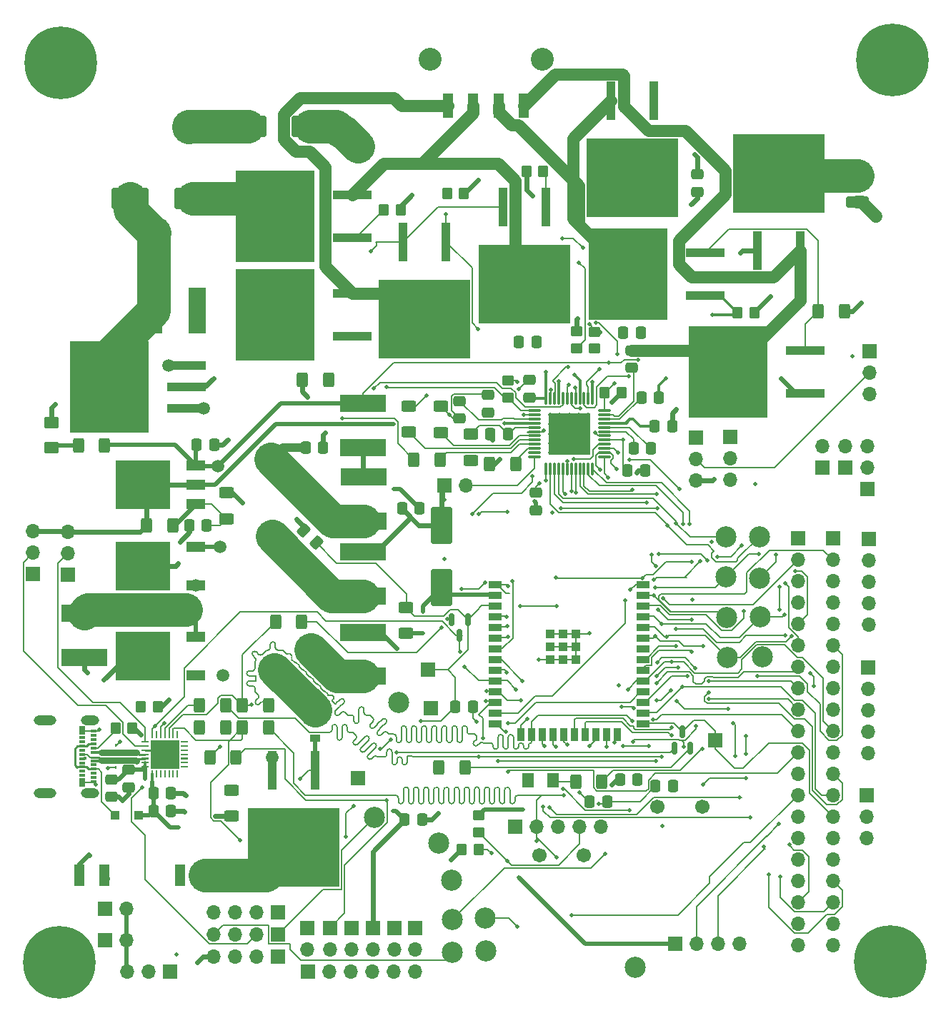
<source format=gbr>
%TF.GenerationSoftware,KiCad,Pcbnew,6.0.4-6f826c9f35~116~ubuntu20.04.1*%
%TF.CreationDate,2022-04-10T19:12:29+02:00*%
%TF.ProjectId,THEIA,54484549-412e-46b6-9963-61645f706362,rev?*%
%TF.SameCoordinates,Original*%
%TF.FileFunction,Copper,L1,Top*%
%TF.FilePolarity,Positive*%
%FSLAX46Y46*%
G04 Gerber Fmt 4.6, Leading zero omitted, Abs format (unit mm)*
G04 Created by KiCad (PCBNEW 6.0.4-6f826c9f35~116~ubuntu20.04.1) date 2022-04-10 19:12:29*
%MOMM*%
%LPD*%
G01*
G04 APERTURE LIST*
G04 Aperture macros list*
%AMRoundRect*
0 Rectangle with rounded corners*
0 $1 Rounding radius*
0 $2 $3 $4 $5 $6 $7 $8 $9 X,Y pos of 4 corners*
0 Add a 4 corners polygon primitive as box body*
4,1,4,$2,$3,$4,$5,$6,$7,$8,$9,$2,$3,0*
0 Add four circle primitives for the rounded corners*
1,1,$1+$1,$2,$3*
1,1,$1+$1,$4,$5*
1,1,$1+$1,$6,$7*
1,1,$1+$1,$8,$9*
0 Add four rect primitives between the rounded corners*
20,1,$1+$1,$2,$3,$4,$5,0*
20,1,$1+$1,$4,$5,$6,$7,0*
20,1,$1+$1,$6,$7,$8,$9,0*
20,1,$1+$1,$8,$9,$2,$3,0*%
G04 Aperture macros list end*
%TA.AperFunction,SMDPad,CuDef*%
%ADD10R,1.500000X0.900000*%
%TD*%
%TA.AperFunction,SMDPad,CuDef*%
%ADD11R,0.900000X1.500000*%
%TD*%
%TA.AperFunction,SMDPad,CuDef*%
%ADD12R,1.050000X1.050000*%
%TD*%
%TA.AperFunction,ComponentPad*%
%ADD13R,1.700000X1.700000*%
%TD*%
%TA.AperFunction,ComponentPad*%
%ADD14O,1.700000X1.700000*%
%TD*%
%TA.AperFunction,SMDPad,CuDef*%
%ADD15RoundRect,0.250000X-0.400000X-0.625000X0.400000X-0.625000X0.400000X0.625000X-0.400000X0.625000X0*%
%TD*%
%TA.AperFunction,SMDPad,CuDef*%
%ADD16RoundRect,0.250001X0.462499X0.624999X-0.462499X0.624999X-0.462499X-0.624999X0.462499X-0.624999X0*%
%TD*%
%TA.AperFunction,ComponentPad*%
%ADD17C,1.701800*%
%TD*%
%TA.AperFunction,ComponentPad*%
%ADD18C,0.900000*%
%TD*%
%TA.AperFunction,ComponentPad*%
%ADD19C,8.600000*%
%TD*%
%TA.AperFunction,SMDPad,CuDef*%
%ADD20RoundRect,0.250000X0.400000X0.625000X-0.400000X0.625000X-0.400000X-0.625000X0.400000X-0.625000X0*%
%TD*%
%TA.AperFunction,SMDPad,CuDef*%
%ADD21R,1.100000X1.100000*%
%TD*%
%TA.AperFunction,SMDPad,CuDef*%
%ADD22R,1.100000X4.600000*%
%TD*%
%TA.AperFunction,SMDPad,CuDef*%
%ADD23R,10.800000X9.400000*%
%TD*%
%TA.AperFunction,SMDPad,CuDef*%
%ADD24R,0.250000X0.360000*%
%TD*%
%TA.AperFunction,SMDPad,CuDef*%
%ADD25R,5.520000X2.000000*%
%TD*%
%TA.AperFunction,SMDPad,CuDef*%
%ADD26RoundRect,0.250000X0.574524X0.097227X0.097227X0.574524X-0.574524X-0.097227X-0.097227X-0.574524X0*%
%TD*%
%TA.AperFunction,SMDPad,CuDef*%
%ADD27RoundRect,0.250000X0.625000X-0.400000X0.625000X0.400000X-0.625000X0.400000X-0.625000X-0.400000X0*%
%TD*%
%TA.AperFunction,SMDPad,CuDef*%
%ADD28RoundRect,0.250000X-0.337500X-0.475000X0.337500X-0.475000X0.337500X0.475000X-0.337500X0.475000X0*%
%TD*%
%TA.AperFunction,SMDPad,CuDef*%
%ADD29R,0.965200X0.254000*%
%TD*%
%TA.AperFunction,SMDPad,CuDef*%
%ADD30R,0.254000X0.965200*%
%TD*%
%TA.AperFunction,SMDPad,CuDef*%
%ADD31R,3.352800X3.352800*%
%TD*%
%TA.AperFunction,SMDPad,CuDef*%
%ADD32RoundRect,0.250000X-0.350000X-0.450000X0.350000X-0.450000X0.350000X0.450000X-0.350000X0.450000X0*%
%TD*%
%TA.AperFunction,SMDPad,CuDef*%
%ADD33RoundRect,0.250000X1.100000X-0.412500X1.100000X0.412500X-1.100000X0.412500X-1.100000X-0.412500X0*%
%TD*%
%TA.AperFunction,SMDPad,CuDef*%
%ADD34RoundRect,0.250000X-0.475000X0.337500X-0.475000X-0.337500X0.475000X-0.337500X0.475000X0.337500X0*%
%TD*%
%TA.AperFunction,SMDPad,CuDef*%
%ADD35RoundRect,0.250000X0.337500X0.475000X-0.337500X0.475000X-0.337500X-0.475000X0.337500X-0.475000X0*%
%TD*%
%TA.AperFunction,SMDPad,CuDef*%
%ADD36RoundRect,0.250000X0.350000X0.450000X-0.350000X0.450000X-0.350000X-0.450000X0.350000X-0.450000X0*%
%TD*%
%TA.AperFunction,ComponentPad*%
%ADD37O,2.667000X1.168400*%
%TD*%
%TA.AperFunction,ComponentPad*%
%ADD38O,2.159000X1.168400*%
%TD*%
%TA.AperFunction,SMDPad,CuDef*%
%ADD39R,0.762000X0.330200*%
%TD*%
%TA.AperFunction,SMDPad,CuDef*%
%ADD40R,0.762000X1.041400*%
%TD*%
%TA.AperFunction,ComponentPad*%
%ADD41C,2.500000*%
%TD*%
%TA.AperFunction,SMDPad,CuDef*%
%ADD42R,4.600000X1.100000*%
%TD*%
%TA.AperFunction,SMDPad,CuDef*%
%ADD43R,9.400000X10.800000*%
%TD*%
%TA.AperFunction,SMDPad,CuDef*%
%ADD44RoundRect,0.150000X0.150000X-0.587500X0.150000X0.587500X-0.150000X0.587500X-0.150000X-0.587500X0*%
%TD*%
%TA.AperFunction,SMDPad,CuDef*%
%ADD45RoundRect,0.075000X-0.662500X-0.075000X0.662500X-0.075000X0.662500X0.075000X-0.662500X0.075000X0*%
%TD*%
%TA.AperFunction,SMDPad,CuDef*%
%ADD46RoundRect,0.075000X-0.075000X-0.662500X0.075000X-0.662500X0.075000X0.662500X-0.075000X0.662500X0*%
%TD*%
%TA.AperFunction,ComponentPad*%
%ADD47C,0.500000*%
%TD*%
%TA.AperFunction,SMDPad,CuDef*%
%ADD48R,5.000000X5.000000*%
%TD*%
%TA.AperFunction,SMDPad,CuDef*%
%ADD49RoundRect,0.250000X0.450000X-0.350000X0.450000X0.350000X-0.450000X0.350000X-0.450000X-0.350000X0*%
%TD*%
%TA.AperFunction,SMDPad,CuDef*%
%ADD50RoundRect,0.250000X-0.625000X0.400000X-0.625000X-0.400000X0.625000X-0.400000X0.625000X0.400000X0*%
%TD*%
%TA.AperFunction,SMDPad,CuDef*%
%ADD51RoundRect,0.250001X-0.624999X0.462499X-0.624999X-0.462499X0.624999X-0.462499X0.624999X0.462499X0*%
%TD*%
%TA.AperFunction,SMDPad,CuDef*%
%ADD52R,1.200000X0.900000*%
%TD*%
%TA.AperFunction,SMDPad,CuDef*%
%ADD53R,2.200000X1.200000*%
%TD*%
%TA.AperFunction,SMDPad,CuDef*%
%ADD54R,6.400000X5.800000*%
%TD*%
%TA.AperFunction,SMDPad,CuDef*%
%ADD55R,2.000000X5.520000*%
%TD*%
%TA.AperFunction,SMDPad,CuDef*%
%ADD56RoundRect,0.250000X0.475000X-0.337500X0.475000X0.337500X-0.475000X0.337500X-0.475000X-0.337500X0*%
%TD*%
%TA.AperFunction,SMDPad,CuDef*%
%ADD57R,1.270000X2.920000*%
%TD*%
%TA.AperFunction,ComponentPad*%
%ADD58C,2.710000*%
%TD*%
%TA.AperFunction,SMDPad,CuDef*%
%ADD59R,1.270000X2.540000*%
%TD*%
%TA.AperFunction,SMDPad,CuDef*%
%ADD60RoundRect,0.250000X1.950000X1.000000X-1.950000X1.000000X-1.950000X-1.000000X1.950000X-1.000000X0*%
%TD*%
%TA.AperFunction,SMDPad,CuDef*%
%ADD61RoundRect,0.150000X-0.150000X0.587500X-0.150000X-0.587500X0.150000X-0.587500X0.150000X0.587500X0*%
%TD*%
%TA.AperFunction,SMDPad,CuDef*%
%ADD62RoundRect,0.250000X1.000000X-1.950000X1.000000X1.950000X-1.000000X1.950000X-1.000000X-1.950000X0*%
%TD*%
%TA.AperFunction,ViaPad*%
%ADD63C,0.508000*%
%TD*%
%TA.AperFunction,ViaPad*%
%ADD64C,0.400000*%
%TD*%
%TA.AperFunction,ViaPad*%
%ADD65C,1.508000*%
%TD*%
%TA.AperFunction,ViaPad*%
%ADD66C,1.250000*%
%TD*%
%TA.AperFunction,Conductor*%
%ADD67C,0.200000*%
%TD*%
%TA.AperFunction,Conductor*%
%ADD68C,0.250000*%
%TD*%
%TA.AperFunction,Conductor*%
%ADD69C,0.600000*%
%TD*%
%TA.AperFunction,Conductor*%
%ADD70C,1.500000*%
%TD*%
%TA.AperFunction,Conductor*%
%ADD71C,4.000000*%
%TD*%
%TA.AperFunction,Conductor*%
%ADD72C,0.500000*%
%TD*%
%TA.AperFunction,Conductor*%
%ADD73C,0.150000*%
%TD*%
%TA.AperFunction,Conductor*%
%ADD74C,0.300000*%
%TD*%
%TA.AperFunction,Conductor*%
%ADD75C,1.000000*%
%TD*%
%TA.AperFunction,Conductor*%
%ADD76C,1.400000*%
%TD*%
%TA.AperFunction,Conductor*%
%ADD77C,0.330000*%
%TD*%
%TA.AperFunction,Conductor*%
%ADD78C,0.770000*%
%TD*%
%TA.AperFunction,Conductor*%
%ADD79C,0.254000*%
%TD*%
G04 APERTURE END LIST*
D10*
%TO.P,U3,1,GND*%
%TO.N,POWER-IN-*%
X161050000Y-111690000D03*
%TO.P,U3,2,3V3*%
%TO.N,VDD33*%
X161050000Y-112960000D03*
%TO.P,U3,3,EN/CHIP_PU*%
%TO.N,/ESP32/EN*%
X161050000Y-114230000D03*
%TO.P,U3,4,SENSOR_VP/GPIO36/ADC1_CH0*%
%TO.N,/ESP32/SENSOR_VP*%
X161050000Y-115500000D03*
%TO.P,U3,5,SENSOR_VN/GPIO39/ADC1_CH3*%
%TO.N,/ESP32/SENSOR_VN*%
X161050000Y-116770000D03*
%TO.P,U3,6,GPIO34/ADC1_CH6*%
%TO.N,/ESP32/IO34*%
X161050000Y-118040000D03*
%TO.P,U3,7,GPIO35/ADC1_CH7*%
%TO.N,/ESP32/IO35*%
X161050000Y-119310000D03*
%TO.P,U3,8,32K_XP/GPIO32/ADC1_CH4*%
%TO.N,/ESP32/IO32*%
X161050000Y-120580000D03*
%TO.P,U3,9,32K_XN/GPIO33/ADC1_CH5*%
%TO.N,/ESP32/IO33*%
X161050000Y-121850000D03*
%TO.P,U3,10,DAC_1/ADC2_CH8/GPIO25*%
%TO.N,/ESP32/IO25*%
X161050000Y-123120000D03*
%TO.P,U3,11,DAC_2/ADC2_CH9/GPIO26*%
%TO.N,/ESP32/IO26*%
X161050000Y-124390000D03*
%TO.P,U3,12,ADC2_CH7/GPIO27*%
%TO.N,/ESP32/IO27*%
X161050000Y-125660000D03*
%TO.P,U3,13,MTMS/GPIO14/ADC2_CH6*%
%TO.N,/ESP32/IO14*%
X161050000Y-126930000D03*
%TO.P,U3,14,MTDI/GPIO12/ADC2_CH5*%
%TO.N,/ESP32/IO12*%
X161050000Y-128200000D03*
D11*
%TO.P,U3,15,GND*%
%TO.N,POWER-IN-*%
X164080000Y-129450000D03*
%TO.P,U3,16,MTCK/GPIO13/ADC2_CH4*%
%TO.N,/ESP32/IO13*%
X165350000Y-129450000D03*
%TO.P,U3,17,SD2*%
%TO.N,/ESP32/SD2*%
X166620000Y-129450000D03*
%TO.P,U3,18,SD3*%
%TO.N,/ESP32/SD3*%
X167890000Y-129450000D03*
%TO.P,U3,19,CMD*%
%TO.N,/ESP32/CMD*%
X169160000Y-129450000D03*
%TO.P,U3,20,CLK*%
%TO.N,/ESP32/CLK*%
X170430000Y-129450000D03*
%TO.P,U3,21,SD0*%
%TO.N,/ESP32/SD0*%
X171700000Y-129450000D03*
%TO.P,U3,22,SD1*%
%TO.N,/ESP32/SD1*%
X172970000Y-129450000D03*
%TO.P,U3,23,MTDO/GPIO15/ADC2_CH3*%
%TO.N,/ESP32/IO15*%
X174240000Y-129450000D03*
%TO.P,U3,24,ADC2_CH2/GPIO2*%
%TO.N,/ESP32/IO2*%
X175510000Y-129450000D03*
D10*
%TO.P,U3,25,GPIO0/BOOT/ADC2_CH1*%
%TO.N,/ESP32/IO0*%
X178550000Y-128200000D03*
%TO.P,U3,26,ADC2_CH0/GPIO4*%
%TO.N,/ESP32/IO4*%
X178550000Y-126930000D03*
%TO.P,U3,27,GPIO16*%
%TO.N,/ESP32/IO16*%
X178550000Y-125660000D03*
%TO.P,U3,28,GPIO17*%
%TO.N,/ESP32/IO17*%
X178550000Y-124390000D03*
%TO.P,U3,29,GPIO5*%
%TO.N,/CS*%
X178550000Y-123120000D03*
%TO.P,U3,30,GPIO18*%
%TO.N,/CLK*%
X178550000Y-121850000D03*
%TO.P,U3,31,GPIO19*%
%TO.N,/MISO*%
X178550000Y-120580000D03*
%TO.P,U3,32,IO20*%
%TO.N,unconnected-(U3-Pad32)*%
X178550000Y-119310000D03*
%TO.P,U3,33,GPIO21*%
%TO.N,/ESP32/IO21*%
X178550000Y-118040000D03*
%TO.P,U3,34,U0RXD/GPIO3*%
%TO.N,/ESP32/RXD0*%
X178550000Y-116770000D03*
%TO.P,U3,35,U0TXD/GPIO1*%
%TO.N,/ESP32/TXD0*%
X178550000Y-115500000D03*
%TO.P,U3,36,GPIO22*%
%TO.N,/ESP32/IO22*%
X178550000Y-114230000D03*
%TO.P,U3,37,GPIO23*%
%TO.N,/MOSI*%
X178550000Y-112960000D03*
%TO.P,U3,38,GND*%
%TO.N,POWER-IN-*%
X178550000Y-111690000D03*
D12*
%TO.P,U3,39,GND_THERMAL*%
X169120000Y-120555000D03*
X167595000Y-120555000D03*
X169120000Y-119030000D03*
X167595000Y-119030000D03*
X170645000Y-119030000D03*
X169120000Y-117505000D03*
X167595000Y-117505000D03*
X170645000Y-120555000D03*
X170645000Y-117505000D03*
%TD*%
D13*
%TO.P,J7,1,Pin_1*%
%TO.N,POWER-IN-*%
X205232000Y-121539000D03*
D14*
%TO.P,J7,2,Pin_2*%
X205232000Y-124079000D03*
%TO.P,J7,3,Pin_3*%
X205232000Y-126619000D03*
%TO.P,J7,4,Pin_4*%
X205232000Y-129159000D03*
%TO.P,J7,5,Pin_5*%
X205232000Y-131699000D03*
%TD*%
D13*
%TO.P,J9,1,Pin_1*%
%TO.N,VDD33*%
X205359000Y-106299000D03*
D14*
%TO.P,J9,2,Pin_2*%
X205359000Y-108839000D03*
%TO.P,J9,3,Pin_3*%
X205359000Y-111379000D03*
%TO.P,J9,4,Pin_4*%
X205359000Y-113919000D03*
%TO.P,J9,5,Pin_5*%
X205359000Y-116459000D03*
%TD*%
D15*
%TO.P,R3,1*%
%TO.N,Net-(D1-Pad1)*%
X170611200Y-135051800D03*
%TO.P,R3,2*%
%TO.N,/CLK*%
X173711200Y-135051800D03*
%TD*%
D16*
%TO.P,D1,1,K*%
%TO.N,Net-(D1-Pad1)*%
X167908300Y-134874000D03*
%TO.P,D1,2,A*%
%TO.N,VDD33*%
X164933300Y-134874000D03*
%TD*%
D17*
%TO.P,U2,1,1*%
%TO.N,POWER-IN-*%
X180306200Y-138069000D03*
%TO.P,U2,6,6*%
%TO.N,Net-(C2-Pad2)*%
X185606200Y-138069000D03*
%TD*%
D18*
%TO.P,H3,1*%
%TO.N,N/C*%
X208100000Y-52725000D03*
X211325000Y-49500000D03*
X205819581Y-47219581D03*
X210380419Y-47219581D03*
D19*
X208100000Y-49500000D03*
D18*
X208100000Y-46275000D03*
X210380419Y-51780419D03*
X205819581Y-51780419D03*
X204875000Y-49500000D03*
%TD*%
D20*
%TO.P,R27,1*%
%TO.N,/ESP32/RXD0*%
X130352800Y-132181600D03*
%TO.P,R27,2*%
%TO.N,/ESP32/Micro SUB & USB-UART/TXD*%
X127252800Y-132181600D03*
%TD*%
D21*
%TO.P,D4,1,K*%
%TO.N,EXT_5V*%
X118798800Y-139039600D03*
%TO.P,D4,2,A*%
%TO.N,Net-(D4-Pad2)*%
X115998800Y-139039600D03*
%TD*%
D22*
%TO.P,Q6,1,G*%
%TO.N,Net-(IC1-Pad46)*%
X167081200Y-66894400D03*
D23*
%TO.P,Q6,2,D*%
%TO.N,/TMC5160-SMD/BLACK*%
X164541200Y-76044400D03*
D22*
%TO.P,Q6,3,S*%
%TO.N,Net-(Q2-Pad3)*%
X162001200Y-66894400D03*
%TD*%
D15*
%TO.P,R21,1*%
%TO.N,Net-(D3-Pad2)*%
X111683200Y-95199200D03*
%TO.P,R21,2*%
%TO.N,+5V*%
X114783200Y-95199200D03*
%TD*%
D24*
%TO.P,D5,1,A1*%
%TO.N,POWER-IN-*%
X116078000Y-130745600D03*
%TO.P,D5,2,A2*%
%TO.N,/ESP32/Micro SUB & USB-UART/USB-D_P*%
X116078000Y-131585600D03*
%TD*%
D18*
%TO.P,H4,1*%
%TO.N,N/C*%
X106175000Y-156500000D03*
X111680419Y-158780419D03*
X107119581Y-158780419D03*
X112625000Y-156500000D03*
X107119581Y-154219581D03*
D19*
X109400000Y-156500000D03*
D18*
X109400000Y-159725000D03*
X111680419Y-154219581D03*
X109400000Y-153275000D03*
%TD*%
D13*
%TO.P,JP6,1,A*%
%TO.N,/ESP32/TXD0*%
X144018000Y-152400000D03*
D14*
%TO.P,JP6,2,B*%
%TO.N,Net-(J10-Pad3)*%
X144018000Y-154940000D03*
%TD*%
D25*
%TO.P,C25,1*%
%TO.N,+24V*%
X145440400Y-113042200D03*
%TO.P,C25,2*%
%TO.N,POWER-IN-*%
X145440400Y-107836200D03*
%TD*%
D26*
%TO.P,C7,1*%
%TO.N,/ESP32/EN*%
X139877800Y-106705400D03*
%TO.P,C7,2*%
%TO.N,POWER-IN-*%
X138410554Y-105238154D03*
%TD*%
D27*
%TO.P,R2,1*%
%TO.N,VDD33*%
X150444200Y-117475600D03*
%TO.P,R2,2*%
%TO.N,/ESP32/EN*%
X150444200Y-114375600D03*
%TD*%
D28*
%TO.P,C2,1*%
%TO.N,POWER-IN-*%
X175873500Y-134848600D03*
%TO.P,C2,2*%
%TO.N,Net-(C2-Pad2)*%
X177948500Y-134848600D03*
%TD*%
D29*
%TO.P,U8,1,DCD*%
%TO.N,/ESP32/Micro SUB & USB-UART/DCD*%
X119595089Y-130320267D03*
%TO.P,U8,2,RI*%
%TO.N,/ESP32/Micro SUB & USB-UART/RI*%
X119595089Y-130820266D03*
%TO.P,U8,3,GND*%
%TO.N,POWER-IN-*%
X119595089Y-131320268D03*
%TO.P,U8,4,D+*%
%TO.N,/ESP32/Micro SUB & USB-UART/USB-D_P*%
X119595089Y-131820267D03*
%TO.P,U8,5,D-*%
%TO.N,/ESP32/Micro SUB & USB-UART/USB-D_N*%
X119595089Y-132320266D03*
%TO.P,U8,6,VDD*%
%TO.N,VDD33*%
X119595089Y-132820268D03*
%TO.P,U8,7,REGIN*%
X119595089Y-133320267D03*
D30*
%TO.P,U8,8,VBUS*%
%TO.N,EXT_5V*%
X120419189Y-134144367D03*
%TO.P,U8,9,\u002ARST*%
%TO.N,unconnected-(U8-Pad9)*%
X120919188Y-134144367D03*
%TO.P,U8,10,NC*%
%TO.N,unconnected-(U8-Pad10)*%
X121419190Y-134144367D03*
%TO.P,U8,11,\u002ASUSPEND*%
%TO.N,/ESP32/Micro SUB & USB-UART/ACTIVE*%
X121919189Y-134144367D03*
%TO.P,U8,12,SUSPEND*%
%TO.N,unconnected-(U8-Pad12)*%
X122419188Y-134144367D03*
%TO.P,U8,13,NC*%
%TO.N,unconnected-(U8-Pad13)*%
X122919190Y-134144367D03*
%TO.P,U8,14,NC*%
%TO.N,unconnected-(U8-Pad14)*%
X123419189Y-134144367D03*
D29*
%TO.P,U8,15,NC*%
%TO.N,unconnected-(U8-Pad15)*%
X124243289Y-133320267D03*
%TO.P,U8,16,NC*%
%TO.N,unconnected-(U8-Pad16)*%
X124243289Y-132820268D03*
%TO.P,U8,17,NC*%
%TO.N,unconnected-(U8-Pad17)*%
X124243289Y-132320266D03*
%TO.P,U8,18,NC/VPP*%
%TO.N,unconnected-(U8-Pad18)*%
X124243289Y-131820267D03*
%TO.P,U8,19,NC*%
%TO.N,unconnected-(U8-Pad19)*%
X124243289Y-131320268D03*
%TO.P,U8,20,NC*%
%TO.N,unconnected-(U8-Pad20)*%
X124243289Y-130820266D03*
%TO.P,U8,21,NC*%
%TO.N,unconnected-(U8-Pad21)*%
X124243289Y-130320267D03*
D30*
%TO.P,U8,22,NC*%
%TO.N,unconnected-(U8-Pad22)*%
X123419189Y-129496167D03*
%TO.P,U8,23,CTS*%
%TO.N,/ESP32/CTS*%
X122919190Y-129496167D03*
%TO.P,U8,24,RTS*%
%TO.N,/ESP32/Micro SUB & USB-UART/RTS*%
X122419188Y-129496167D03*
%TO.P,U8,25,RXD*%
%TO.N,/ESP32/Micro SUB & USB-UART/RXD*%
X121919189Y-129496167D03*
%TO.P,U8,26,TXD*%
%TO.N,Net-(R32-Pad1)*%
X121419190Y-129496167D03*
%TO.P,U8,27,DSR*%
%TO.N,/ESP32/Micro SUB & USB-UART/DSR*%
X120919188Y-129496167D03*
%TO.P,U8,28,DTR*%
%TO.N,/ESP32/DTR*%
X120419189Y-129496167D03*
D31*
%TO.P,U8,29,EPAD*%
%TO.N,POWER-IN-*%
X121919189Y-131820267D03*
%TD*%
D13*
%TO.P,J13,1,Pin_1*%
%TO.N,/ESP32/Micro SUB & USB-UART/RTS*%
X135305800Y-153212800D03*
D14*
%TO.P,J13,2,Pin_2*%
%TO.N,/ESP32/DTR*%
X132765800Y-153212800D03*
%TO.P,J13,3,Pin_3*%
%TO.N,/ESP32/EN*%
X130225800Y-153212800D03*
%TO.P,J13,4,Pin_4*%
%TO.N,/ESP32/IO0*%
X127685800Y-153212800D03*
%TD*%
D13*
%TO.P,J10,1,Pin_1*%
%TO.N,Net-(J10-Pad1)*%
X138912600Y-157607000D03*
D14*
%TO.P,J10,2,Pin_2*%
%TO.N,Net-(J10-Pad2)*%
X141452600Y-157607000D03*
%TO.P,J10,3,Pin_3*%
%TO.N,Net-(J10-Pad3)*%
X143992600Y-157607000D03*
%TO.P,J10,4,Pin_4*%
%TO.N,Net-(J10-Pad4)*%
X146532600Y-157607000D03*
%TO.P,J10,5,Pin_5*%
%TO.N,Net-(J10-Pad5)*%
X149072600Y-157607000D03*
%TO.P,J10,6,Pin_6*%
%TO.N,Net-(J10-Pad6)*%
X151612600Y-157607000D03*
%TD*%
D32*
%TO.P,R13,1*%
%TO.N,Net-(IC1-Pad39)*%
X189804800Y-79425800D03*
%TO.P,R13,2*%
%TO.N,POWER-IN-*%
X191804800Y-79425800D03*
%TD*%
D33*
%TO.P,C20,1*%
%TO.N,POWER-IN-*%
X204012800Y-66332500D03*
%TO.P,C20,2*%
%TO.N,+24V*%
X204012800Y-63207500D03*
%TD*%
D34*
%TO.P,C24,1*%
%TO.N,+24V*%
X185039000Y-63046700D03*
%TO.P,C24,2*%
%TO.N,POWER-IN-*%
X185039000Y-65121700D03*
%TD*%
D13*
%TO.P,J4,1,Pin_1*%
%TO.N,POWER-IN-*%
X205105000Y-136652000D03*
D14*
%TO.P,J4,2,Pin_2*%
%TO.N,/TMC5160-SMD/SPI_MODE*%
X205105000Y-139192000D03*
%TO.P,J4,3,Pin_3*%
%TO.N,VDD33*%
X205105000Y-141732000D03*
%TD*%
D28*
%TO.P,C3,1*%
%TO.N,/ESP32/IO0*%
X172241300Y-137414000D03*
%TO.P,C3,2*%
%TO.N,Net-(C1-Pad2)*%
X174316300Y-137414000D03*
%TD*%
D35*
%TO.P,C34,1*%
%TO.N,POWER-IN-*%
X122652700Y-138531600D03*
%TO.P,C34,2*%
%TO.N,EXT_5V*%
X120577700Y-138531600D03*
%TD*%
D13*
%TO.P,J14,1,Pin_1*%
%TO.N,VDD33*%
X196977000Y-106172000D03*
D14*
%TO.P,J14,2,Pin_2*%
%TO.N,/ESP32/EN*%
X196977000Y-108712000D03*
%TO.P,J14,3,Pin_3*%
%TO.N,/ESP32/SENSOR_VP*%
X196977000Y-111252000D03*
%TO.P,J14,4,Pin_4*%
%TO.N,/ESP32/SENSOR_VN*%
X196977000Y-113792000D03*
%TO.P,J14,5,Pin_5*%
%TO.N,/ESP32/IO34*%
X196977000Y-116332000D03*
%TO.P,J14,6,Pin_6*%
%TO.N,/ESP32/IO35*%
X196977000Y-118872000D03*
%TO.P,J14,7,Pin_7*%
%TO.N,/ESP32/IO32*%
X196977000Y-121412000D03*
%TO.P,J14,8,Pin_8*%
%TO.N,/ESP32/IO33*%
X196977000Y-123952000D03*
%TO.P,J14,9,Pin_9*%
%TO.N,/ESP32/IO25*%
X196977000Y-126492000D03*
%TO.P,J14,10,Pin_10*%
%TO.N,/ESP32/IO26*%
X196977000Y-129032000D03*
%TO.P,J14,11,Pin_11*%
%TO.N,/ESP32/IO27*%
X196977000Y-131572000D03*
%TO.P,J14,12,Pin_12*%
%TO.N,/ESP32/IO14*%
X196977000Y-134112000D03*
%TO.P,J14,13,Pin_13*%
%TO.N,/ESP32/IO12*%
X196977000Y-136652000D03*
%TO.P,J14,14,Pin_14*%
%TO.N,POWER-IN-*%
X196977000Y-139192000D03*
%TO.P,J14,15,Pin_15*%
%TO.N,/ESP32/IO13*%
X196977000Y-141732000D03*
%TO.P,J14,16,Pin_16*%
%TO.N,/ESP32/SD2*%
X196977000Y-144272000D03*
%TO.P,J14,17,Pin_17*%
%TO.N,/ESP32/SD3*%
X196977000Y-146812000D03*
%TO.P,J14,18,Pin_18*%
%TO.N,/ESP32/CMD*%
X196977000Y-149352000D03*
%TO.P,J14,19,Pin_19*%
%TO.N,EXT_5V*%
X196977000Y-151892000D03*
%TO.P,J14,20,Pin_20*%
%TO.N,unconnected-(J14-Pad20)*%
X196977000Y-154432000D03*
%TD*%
D32*
%TO.P,R6,1*%
%TO.N,Net-(IC1-Pad47)*%
X155362400Y-65303400D03*
%TO.P,R6,2*%
%TO.N,POWER-IN-*%
X157362400Y-65303400D03*
%TD*%
D36*
%TO.P,R19,1*%
%TO.N,Net-(IC1-Pad46)*%
X166760400Y-62687200D03*
%TO.P,R19,2*%
%TO.N,POWER-IN-*%
X164760400Y-62687200D03*
%TD*%
D18*
%TO.P,H1,1*%
%TO.N,N/C*%
X205619581Y-154119581D03*
X207900000Y-153175000D03*
X207900000Y-159625000D03*
D19*
X207900000Y-156400000D03*
D18*
X210180419Y-154119581D03*
X210180419Y-158680419D03*
X204675000Y-156400000D03*
X205619581Y-158680419D03*
X211125000Y-156400000D03*
%TD*%
D37*
%TO.P,J25,25*%
%TO.N,N/C*%
X107728700Y-127759998D03*
%TO.P,J25,26*%
X107728700Y-136400002D03*
D38*
%TO.P,J25,27*%
X113088700Y-127759998D03*
%TO.P,J25,28*%
X113088700Y-136400002D03*
D39*
%TO.P,J25,A1,GND1*%
%TO.N,POWER-IN-*%
X113467701Y-129080000D03*
%TO.P,J25,A2,TX1+*%
%TO.N,unconnected-(J25-PadA2)*%
X113467701Y-129579999D03*
%TO.P,J25,A3,TX1-*%
%TO.N,unconnected-(J25-PadA3)*%
X113467701Y-130080001D03*
%TO.P,J25,A4,VBUS1*%
%TO.N,Net-(D4-Pad2)*%
X113467701Y-130580000D03*
%TO.P,J25,A5,CC1*%
%TO.N,Net-(J25-PadA5)*%
X113467701Y-131079999D03*
%TO.P,J25,A6,D1+*%
%TO.N,/ESP32/Micro SUB & USB-UART/USB-D_P*%
X113467701Y-131580000D03*
%TO.P,J25,A7,D1-*%
%TO.N,/ESP32/Micro SUB & USB-UART/USB-D_N*%
X113467701Y-132580000D03*
%TO.P,J25,A8,SBU1*%
%TO.N,unconnected-(J25-PadA8)*%
X113467701Y-133080001D03*
%TO.P,J25,A9,VBUS2*%
%TO.N,Net-(D4-Pad2)*%
X113467701Y-133580000D03*
%TO.P,J25,A10,RX2-*%
%TO.N,unconnected-(J25-PadA10)*%
X113467701Y-134079999D03*
%TO.P,J25,A11,RX2+*%
%TO.N,unconnected-(J25-PadA11)*%
X113467701Y-134580001D03*
%TO.P,J25,A12,GND2*%
%TO.N,POWER-IN-*%
X113467701Y-135080000D03*
D40*
%TO.P,J25,B1,GND3*%
X112167699Y-135180000D03*
D39*
%TO.P,J25,B2,TX2+*%
%TO.N,unconnected-(J25-PadB2)*%
X112167699Y-134330001D03*
%TO.P,J25,B3,TX2-*%
%TO.N,unconnected-(J25-PadB3)*%
X112167699Y-133829999D03*
%TO.P,J25,B4,VBUS3*%
%TO.N,Net-(D4-Pad2)*%
X112167699Y-133330000D03*
%TO.P,J25,B5,CC2*%
%TO.N,Net-(J25-PadB5)*%
X112167699Y-132830001D03*
%TO.P,J25,B6,D2+*%
%TO.N,/ESP32/Micro SUB & USB-UART/USB-D_P*%
X112167699Y-132330000D03*
%TO.P,J25,B7,D2-*%
%TO.N,/ESP32/Micro SUB & USB-UART/USB-D_N*%
X112167699Y-131830000D03*
%TO.P,J25,B8,SBU2*%
%TO.N,unconnected-(J25-PadB8)*%
X112167699Y-131329999D03*
%TO.P,J25,B9,VBUS4*%
%TO.N,Net-(D4-Pad2)*%
X112167699Y-130830000D03*
%TO.P,J25,B10,RX1-*%
%TO.N,unconnected-(J25-PadB10)*%
X112167699Y-130330001D03*
%TO.P,J25,B11,RX1+*%
%TO.N,unconnected-(J25-PadB11)*%
X112167699Y-129829999D03*
D40*
%TO.P,J25,B12,GND4*%
%TO.N,POWER-IN-*%
X112167699Y-128980000D03*
%TD*%
D13*
%TO.P,JP2,1,A*%
%TO.N,5V-LEDS*%
X114853800Y-150164800D03*
D14*
%TO.P,JP2,2,B*%
%TO.N,Net-(J1-Pad3)*%
X117393800Y-150164800D03*
%TD*%
D22*
%TO.P,Q3,1,G*%
%TO.N,Net-(IC1-Pad41)*%
X179851000Y-54336600D03*
D23*
%TO.P,Q3,2,D*%
%TO.N,+24V*%
X177311000Y-63486600D03*
D22*
%TO.P,Q3,3,S*%
%TO.N,/TMC5160-SMD/BLUE*%
X174771000Y-54336600D03*
%TD*%
D15*
%TO.P,R24,1*%
%TO.N,/ESP32/DTR*%
X154406000Y-133350000D03*
%TO.P,R24,2*%
%TO.N,Net-(Q10-Pad2)*%
X157506000Y-133350000D03*
%TD*%
D13*
%TO.P,J22,1,Pin_1*%
%TO.N,POWER-IN-*%
X106324400Y-110475000D03*
D14*
%TO.P,J22,2,Pin_2*%
%TO.N,/ESP32/Micro SUB & USB-UART/RI*%
X106324400Y-107935000D03*
%TO.P,J22,3,Pin_3*%
%TO.N,VDD33*%
X106324400Y-105395000D03*
%TD*%
D41*
%TO.P,TP8,1,1*%
%TO.N,/ESP32/IO13*%
X192709800Y-120294400D03*
%TD*%
D25*
%TO.P,C27,1*%
%TO.N,+5V*%
X145440400Y-90208600D03*
%TO.P,C27,2*%
%TO.N,POWER-IN-*%
X145440400Y-95414600D03*
%TD*%
D42*
%TO.P,Q5,1,G*%
%TO.N,Net-(IC1-Pad44)*%
X144103400Y-70586600D03*
D43*
%TO.P,Q5,2,D*%
%TO.N,+24V*%
X134953400Y-68046600D03*
D42*
%TO.P,Q5,3,S*%
%TO.N,/TMC5160-SMD/BLACK*%
X144103400Y-65506600D03*
%TD*%
D25*
%TO.P,C30,1*%
%TO.N,+24V*%
X145440400Y-122541800D03*
%TO.P,C30,2*%
%TO.N,POWER-IN-*%
X145440400Y-117335800D03*
%TD*%
D44*
%TO.P,Q10,1,E*%
%TO.N,/ESP32/Micro SUB & USB-UART/RTS*%
X182285600Y-131061100D03*
%TO.P,Q10,2,B*%
%TO.N,Net-(Q10-Pad2)*%
X184185600Y-131061100D03*
%TO.P,Q10,3,C*%
%TO.N,/ESP32/IO0*%
X183235600Y-129186100D03*
%TD*%
D41*
%TO.P,TP13,1,1*%
%TO.N,/MOSI*%
X188468000Y-115595400D03*
%TD*%
D45*
%TO.P,IC1,1,HB1*%
%TO.N,Net-(IC1-Pad1)*%
X165687300Y-91052200D03*
%TO.P,IC1,2,CB1*%
%TO.N,Net-(C16-Pad2)*%
X165687300Y-91552200D03*
%TO.P,IC1,3,12VOUT*%
%TO.N,Net-(C9-Pad1)*%
X165687300Y-92052200D03*
%TO.P,IC1,4,VSA*%
%TO.N,+24V*%
X165687300Y-92552200D03*
%TO.P,IC1,5,5VOUT*%
%TO.N,Net-(C10-Pad1)*%
X165687300Y-93052200D03*
%TO.P,IC1,6,GNDA*%
%TO.N,POWER-IN-*%
X165687300Y-93552200D03*
%TO.P,IC1,7,SRAL*%
%TO.N,Net-(IC1-Pad7)*%
X165687300Y-94052200D03*
%TO.P,IC1,8,SRAH*%
%TO.N,Net-(IC1-Pad8)*%
X165687300Y-94552200D03*
%TO.P,IC1,9,SRBH*%
%TO.N,Net-(IC1-Pad9)*%
X165687300Y-95052200D03*
%TO.P,IC1,10,SRBL*%
%TO.N,Net-(IC1-Pad10)*%
X165687300Y-95552200D03*
%TO.P,IC1,11,TST_MODE*%
%TO.N,POWER-IN-*%
X165687300Y-96052200D03*
%TO.P,IC1,12,CLK*%
%TO.N,/TMC5160-SMD/CLK*%
X165687300Y-96552200D03*
D46*
%TO.P,IC1,13,CSN_CFG3*%
%TO.N,/CS*%
X167099800Y-97964700D03*
%TO.P,IC1,14,SCK_CFG2*%
%TO.N,/CLK*%
X167599800Y-97964700D03*
%TO.P,IC1,15,SDI_CFG1*%
%TO.N,/MOSI*%
X168099800Y-97964700D03*
%TO.P,IC1,16,SDO_CFG0*%
%TO.N,/MISO*%
X168599800Y-97964700D03*
%TO.P,IC1,17,REFL_STEP*%
%TO.N,/ESP32/IO26*%
X169099800Y-97964700D03*
%TO.P,IC1,18,REFR_DIR*%
%TO.N,/ESP32/IO27*%
X169599800Y-97964700D03*
%TO.P,IC1,19,GNDD*%
%TO.N,POWER-IN-*%
X170099800Y-97964700D03*
%TO.P,IC1,20,VCC_IO*%
%TO.N,VDD33*%
X170599800Y-97964700D03*
%TO.P,IC1,21,SD_MODE*%
%TO.N,/TMC5160-SMD/SD_MODE*%
X171099800Y-97964700D03*
%TO.P,IC1,22,SPI_MODE*%
%TO.N,/TMC5160-SMD/SPI_MODE*%
X171599800Y-97964700D03*
%TO.P,IC1,23,ENCB_CFG4*%
%TO.N,/ESP32/IO4*%
X172099800Y-97964700D03*
%TO.P,IC1,24,ENCA_CFG5*%
%TO.N,/ESP32/IO16*%
X172599800Y-97964700D03*
D45*
%TO.P,IC1,25,ENCN_CFG6*%
%TO.N,/ESP32/IO14*%
X174012300Y-96552200D03*
%TO.P,IC1,26,DIAG0_SWN*%
%TO.N,/ESP32/IO35*%
X174012300Y-96052200D03*
%TO.P,IC1,27,DIAG1_SWP*%
%TO.N,/ESP32/IO34*%
X174012300Y-95552200D03*
%TO.P,IC1,28,DRV_ENN*%
%TO.N,/ESP32/IO25*%
X174012300Y-95052200D03*
%TO.P,IC1,29,VCC*%
%TO.N,+5V*%
X174012300Y-94552200D03*
%TO.P,IC1,30,GNDD_2*%
%TO.N,POWER-IN-*%
X174012300Y-94052200D03*
%TO.P,IC1,31,CPO*%
%TO.N,Net-(C13-Pad2)*%
X174012300Y-93552200D03*
%TO.P,IC1,32,CPI*%
%TO.N,Net-(C13-Pad1)*%
X174012300Y-93052200D03*
%TO.P,IC1,33,VS*%
%TO.N,+24V*%
X174012300Y-92552200D03*
%TO.P,IC1,34,VCP*%
%TO.N,Net-(C14-Pad2)*%
X174012300Y-92052200D03*
%TO.P,IC1,35,CA2*%
%TO.N,Net-(C19-Pad2)*%
X174012300Y-91552200D03*
%TO.P,IC1,36,HA2*%
%TO.N,Net-(IC1-Pad36)*%
X174012300Y-91052200D03*
D46*
%TO.P,IC1,37,BMA2*%
%TO.N,/TMC5160-SMD/RED*%
X172599800Y-89639700D03*
%TO.P,IC1,38,LA2*%
%TO.N,Net-(IC1-Pad38)*%
X172099800Y-89639700D03*
%TO.P,IC1,39,LA1*%
%TO.N,Net-(IC1-Pad39)*%
X171599800Y-89639700D03*
%TO.P,IC1,40,BMA1*%
%TO.N,/TMC5160-SMD/BLUE*%
X171099800Y-89639700D03*
%TO.P,IC1,41,HA1*%
%TO.N,Net-(IC1-Pad41)*%
X170599800Y-89639700D03*
%TO.P,IC1,42,CA1*%
%TO.N,Net-(C17-Pad2)*%
X170099800Y-89639700D03*
%TO.P,IC1,43,CB2*%
%TO.N,Net-(C18-Pad2)*%
X169599800Y-89639700D03*
%TO.P,IC1,44,HB2*%
%TO.N,Net-(IC1-Pad44)*%
X169099800Y-89639700D03*
%TO.P,IC1,45,BMB2*%
%TO.N,/TMC5160-SMD/BLACK*%
X168599800Y-89639700D03*
%TO.P,IC1,46,LB2*%
%TO.N,Net-(IC1-Pad46)*%
X168099800Y-89639700D03*
%TO.P,IC1,47,LB1*%
%TO.N,Net-(IC1-Pad47)*%
X167599800Y-89639700D03*
%TO.P,IC1,48,BMB1*%
%TO.N,/TMC5160-SMD/GREEN*%
X167099800Y-89639700D03*
D47*
%TO.P,IC1,49,GNDP*%
%TO.N,POWER-IN-*%
X168724800Y-93802200D03*
X169849800Y-93802200D03*
X172099800Y-94927200D03*
D48*
X169849800Y-93802200D03*
D47*
X168724800Y-91552200D03*
X167599800Y-93802200D03*
X168724800Y-96052200D03*
X169849800Y-91552200D03*
X168724800Y-94927200D03*
X170974800Y-94927200D03*
X167599800Y-91552200D03*
X167599800Y-94927200D03*
X169849800Y-96052200D03*
X169849800Y-94927200D03*
X167599800Y-92677200D03*
X172099800Y-91552200D03*
X172099800Y-92677200D03*
X168724800Y-92677200D03*
X172099800Y-96052200D03*
X167599800Y-96052200D03*
X169849800Y-92677200D03*
X170974800Y-96052200D03*
X172099800Y-93802200D03*
X170974800Y-91552200D03*
X170974800Y-93802200D03*
X170974800Y-92677200D03*
%TD*%
D41*
%TO.P,TP5,1,1*%
%TO.N,/ESP32/IO2*%
X154406600Y-142341600D03*
%TD*%
D28*
%TO.P,C11,1*%
%TO.N,+5V*%
X176762500Y-98196400D03*
%TO.P,C11,2*%
%TO.N,POWER-IN-*%
X178837500Y-98196400D03*
%TD*%
D49*
%TO.P,R8,1*%
%TO.N,Net-(IC1-Pad41)*%
X170713400Y-83677000D03*
%TO.P,R8,2*%
%TO.N,POWER-IN-*%
X170713400Y-81677000D03*
%TD*%
D20*
%TO.P,R26,1*%
%TO.N,/ESP32/TXD0*%
X129108800Y-125984000D03*
%TO.P,R26,2*%
%TO.N,/ESP32/Micro SUB & USB-UART/RXD*%
X126008800Y-125984000D03*
%TD*%
D18*
%TO.P,H2,1*%
%TO.N,N/C*%
X109600000Y-53025000D03*
X112825000Y-49800000D03*
X111880419Y-47519581D03*
X106375000Y-49800000D03*
D19*
X109600000Y-49800000D03*
D18*
X111880419Y-52080419D03*
X107319581Y-52080419D03*
X109600000Y-46575000D03*
X107319581Y-47519581D03*
%TD*%
D42*
%TO.P,Q7,1,G*%
%TO.N,Net-(IC1-Pad38)*%
X197849800Y-89001600D03*
D43*
%TO.P,Q7,2,D*%
%TO.N,/TMC5160-SMD/RED*%
X188699800Y-86461600D03*
D42*
%TO.P,Q7,3,S*%
%TO.N,Net-(Q4-Pad3)*%
X197849800Y-83921600D03*
%TD*%
D27*
%TO.P,R5,1*%
%TO.N,+5V*%
X158216600Y-96977800D03*
%TO.P,R5,2*%
%TO.N,Net-(C10-Pad1)*%
X158216600Y-93877800D03*
%TD*%
D35*
%TO.P,C14,1*%
%TO.N,+24V*%
X180463100Y-89535000D03*
%TO.P,C14,2*%
%TO.N,Net-(C14-Pad2)*%
X178388100Y-89535000D03*
%TD*%
D13*
%TO.P,JP4,1,A*%
%TO.N,5V-LEDS*%
X202568236Y-97815401D03*
D14*
%TO.P,JP4,2,B*%
%TO.N,Net-(J2-Pad3)*%
X202568236Y-95275401D03*
%TD*%
D50*
%TO.P,R12,1*%
%TO.N,Net-(Q4-Pad3)*%
X150825200Y-90525000D03*
%TO.P,R12,2*%
%TO.N,Net-(IC1-Pad8)*%
X150825200Y-93625000D03*
%TD*%
D34*
%TO.P,C19,1*%
%TO.N,/TMC5160-SMD/RED*%
X177266600Y-83900100D03*
%TO.P,C19,2*%
%TO.N,Net-(C19-Pad2)*%
X177266600Y-85975100D03*
%TD*%
D15*
%TO.P,R23,1*%
%TO.N,VDD33*%
X119760400Y-104698800D03*
%TO.P,R23,2*%
%TO.N,Net-(C31-Pad1)*%
X122860400Y-104698800D03*
%TD*%
D41*
%TO.P,TP17,1,1*%
%TO.N,/ESP32/Micro SUB & USB-UART/RTS*%
X146761200Y-139293600D03*
%TD*%
D49*
%TO.P,R17,1*%
%TO.N,Net-(IC1-Pad38)*%
X172872400Y-83702400D03*
%TO.P,R17,2*%
%TO.N,POWER-IN-*%
X172872400Y-81702400D03*
%TD*%
D35*
%TO.P,C15,1*%
%TO.N,POWER-IN-*%
X182034000Y-92913200D03*
%TO.P,C15,2*%
%TO.N,+24V*%
X179959000Y-92913200D03*
%TD*%
D51*
%TO.P,D3,1,K*%
%TO.N,POWER-IN-*%
X108508800Y-92492500D03*
%TO.P,D3,2,A*%
%TO.N,Net-(D3-Pad2)*%
X108508800Y-95467500D03*
%TD*%
D41*
%TO.P,TP6,1,1*%
%TO.N,/ESP32/IO15*%
X159969200Y-155143200D03*
%TD*%
D15*
%TO.P,R11,1*%
%TO.N,Net-(Q2-Pad3)*%
X151434200Y-96850200D03*
%TO.P,R11,2*%
%TO.N,Net-(IC1-Pad9)*%
X154534200Y-96850200D03*
%TD*%
D52*
%TO.P,D2,1,K*%
%TO.N,+24V*%
X139700000Y-126620000D03*
%TO.P,D2,2,A*%
%TO.N,Net-(D2-Pad2)*%
X139700000Y-129920000D03*
%TD*%
D41*
%TO.P,TP11,1,1*%
%TO.N,/CLK*%
X192354200Y-106019600D03*
%TD*%
D15*
%TO.P,R9,1*%
%TO.N,POWER-IN-*%
X160425800Y-97409000D03*
%TO.P,R9,2*%
%TO.N,Net-(IC1-Pad10)*%
X163525800Y-97409000D03*
%TD*%
D41*
%TO.P,TP4,1,1*%
%TO.N,/ESP32/IO15*%
X177673000Y-157099000D03*
%TD*%
D17*
%TO.P,U1,1,1*%
%TO.N,POWER-IN-*%
X166285400Y-143809400D03*
%TO.P,U1,6,6*%
%TO.N,Net-(C1-Pad2)*%
X171585400Y-143809400D03*
%TD*%
D50*
%TO.P,R20,1*%
%TO.N,Net-(D2-Pad2)*%
X129844800Y-136067200D03*
%TO.P,R20,2*%
%TO.N,POWER-IN-*%
X129844800Y-139167200D03*
%TD*%
D28*
%TO.P,C29,1*%
%TO.N,+5V*%
X125708500Y-95148400D03*
%TO.P,C29,2*%
%TO.N,POWER-IN-*%
X127783500Y-95148400D03*
%TD*%
D53*
%TO.P,U6,1,GND*%
%TO.N,Net-(C31-Pad1)*%
X125612000Y-102102000D03*
D54*
%TO.P,U6,2,VO*%
%TO.N,VDD33*%
X119312000Y-99822000D03*
D53*
X125612000Y-99822000D03*
%TO.P,U6,3,VI*%
%TO.N,+5V*%
X125612000Y-97542000D03*
%TD*%
D13*
%TO.P,JP10,1,A*%
%TO.N,/ESP32/RXD0*%
X141478000Y-152395000D03*
D14*
%TO.P,JP10,2,B*%
%TO.N,Net-(J10-Pad2)*%
X141478000Y-154935000D03*
%TD*%
D13*
%TO.P,JP1,1,A*%
%TO.N,+12V*%
X114858800Y-153873200D03*
D14*
%TO.P,JP1,2,B*%
%TO.N,Net-(J1-Pad3)*%
X117398800Y-153873200D03*
%TD*%
D13*
%TO.P,J24,1,Pin_1*%
%TO.N,/ESP32/IO0*%
X187147200Y-130149600D03*
%TD*%
%TO.P,J12,1,Pin_1*%
%TO.N,VDD33*%
X135305800Y-150545800D03*
D14*
%TO.P,J12,2,Pin_2*%
X132765800Y-150545800D03*
%TO.P,J12,3,Pin_3*%
X130225800Y-150545800D03*
%TO.P,J12,4,Pin_4*%
X127685800Y-150545800D03*
%TD*%
D28*
%TO.P,C6,1*%
%TO.N,POWER-IN-*%
X150016300Y-102666800D03*
%TO.P,C6,2*%
%TO.N,VDD33*%
X152091300Y-102666800D03*
%TD*%
D15*
%TO.P,R32,1*%
%TO.N,Net-(R32-Pad1)*%
X126008800Y-128676400D03*
%TO.P,R32,2*%
%TO.N,/ESP32/Micro SUB & USB-UART/TXD*%
X129108800Y-128676400D03*
%TD*%
D41*
%TO.P,TP2,1,1*%
%TO.N,/CS*%
X156006800Y-151434800D03*
%TD*%
D35*
%TO.P,C1,1*%
%TO.N,POWER-IN-*%
X182139500Y-135559800D03*
%TO.P,C1,2*%
%TO.N,Net-(C1-Pad2)*%
X180064500Y-135559800D03*
%TD*%
D55*
%TO.P,C28,1*%
%TO.N,+12V*%
X125793000Y-79197200D03*
%TO.P,C28,2*%
%TO.N,POWER-IN-*%
X120587000Y-79197200D03*
%TD*%
D41*
%TO.P,TP7,1,1*%
%TO.N,/ESP32/RXD0*%
X188544200Y-120319800D03*
%TD*%
D29*
%TO.P,U8,1,DCD*%
%TO.N,/ESP32/Micro SUB & USB-UART/DCD*%
X119595900Y-130326000D03*
%TO.P,U8,2,RI*%
%TO.N,/ESP32/Micro SUB & USB-UART/RI*%
X119595900Y-130825999D03*
%TO.P,U8,3,GND*%
%TO.N,POWER-IN-*%
X119595900Y-131326001D03*
%TO.P,U8,4,D+*%
%TO.N,/ESP32/Micro SUB & USB-UART/USB-D_P*%
X119595900Y-131826000D03*
%TO.P,U8,5,D-*%
%TO.N,/ESP32/Micro SUB & USB-UART/USB-D_N*%
X119595900Y-132325999D03*
%TO.P,U8,6,VDD*%
%TO.N,VDD33*%
X119595900Y-132826001D03*
%TO.P,U8,7,REGIN*%
X119595900Y-133326000D03*
D30*
%TO.P,U8,8,VBUS*%
%TO.N,EXT_5V*%
X120420000Y-134150100D03*
%TO.P,U8,9,\u002ARST*%
%TO.N,unconnected-(U8-Pad9)*%
X120919999Y-134150100D03*
%TO.P,U8,10,NC*%
%TO.N,unconnected-(U8-Pad10)*%
X121420001Y-134150100D03*
%TO.P,U8,11,\u002ASUSPEND*%
%TO.N,/ESP32/Micro SUB & USB-UART/ACTIVE*%
X121920000Y-134150100D03*
%TO.P,U8,12,SUSPEND*%
%TO.N,unconnected-(U8-Pad12)*%
X122419999Y-134150100D03*
%TO.P,U8,13,NC*%
%TO.N,unconnected-(U8-Pad13)*%
X122920001Y-134150100D03*
%TO.P,U8,14,NC*%
%TO.N,unconnected-(U8-Pad14)*%
X123420000Y-134150100D03*
D29*
%TO.P,U8,15,NC*%
%TO.N,unconnected-(U8-Pad15)*%
X124244100Y-133326000D03*
%TO.P,U8,16,NC*%
%TO.N,unconnected-(U8-Pad16)*%
X124244100Y-132826001D03*
%TO.P,U8,17,NC*%
%TO.N,unconnected-(U8-Pad17)*%
X124244100Y-132325999D03*
%TO.P,U8,18,NC/VPP*%
%TO.N,unconnected-(U8-Pad18)*%
X124244100Y-131826000D03*
%TO.P,U8,19,NC*%
%TO.N,unconnected-(U8-Pad19)*%
X124244100Y-131326001D03*
%TO.P,U8,20,NC*%
%TO.N,unconnected-(U8-Pad20)*%
X124244100Y-130825999D03*
%TO.P,U8,21,NC*%
%TO.N,unconnected-(U8-Pad21)*%
X124244100Y-130326000D03*
D30*
%TO.P,U8,22,NC*%
%TO.N,unconnected-(U8-Pad22)*%
X123420000Y-129501900D03*
%TO.P,U8,23,CTS*%
%TO.N,/ESP32/CTS*%
X122920001Y-129501900D03*
%TO.P,U8,24,RTS*%
%TO.N,/ESP32/Micro SUB & USB-UART/RTS*%
X122419999Y-129501900D03*
%TO.P,U8,25,RXD*%
%TO.N,/ESP32/Micro SUB & USB-UART/RXD*%
X121920000Y-129501900D03*
%TO.P,U8,26,TXD*%
%TO.N,Net-(R32-Pad1)*%
X121420001Y-129501900D03*
%TO.P,U8,27,DSR*%
%TO.N,/ESP32/Micro SUB & USB-UART/DSR*%
X120919999Y-129501900D03*
%TO.P,U8,28,DTR*%
%TO.N,/ESP32/DTR*%
X120420000Y-129501900D03*
D31*
%TO.P,U8,29,EPAD*%
%TO.N,POWER-IN-*%
X121920000Y-131826000D03*
%TD*%
D56*
%TO.P,C12,1*%
%TO.N,VDD33*%
X165887400Y-102870000D03*
%TO.P,C12,2*%
%TO.N,POWER-IN-*%
X165887400Y-100795000D03*
%TD*%
%TO.P,C16,1*%
%TO.N,/TMC5160-SMD/GREEN*%
X165125400Y-89505700D03*
%TO.P,C16,2*%
%TO.N,Net-(C16-Pad2)*%
X165125400Y-87430700D03*
%TD*%
D13*
%TO.P,JP7,1,A*%
%TO.N,POWER-IN-*%
X151612600Y-152400000D03*
D14*
%TO.P,JP7,2,B*%
%TO.N,Net-(J10-Pad6)*%
X151612600Y-154940000D03*
%TD*%
D13*
%TO.P,J15,1,Pin_1*%
%TO.N,POWER-IN-*%
X201091800Y-106222800D03*
D14*
%TO.P,J15,2,Pin_2*%
%TO.N,/MOSI*%
X201091800Y-108762800D03*
%TO.P,J15,3,Pin_3*%
%TO.N,/ESP32/IO22*%
X201091800Y-111302800D03*
%TO.P,J15,4,Pin_4*%
%TO.N,/ESP32/TXD0*%
X201091800Y-113842800D03*
%TO.P,J15,5,Pin_5*%
%TO.N,/ESP32/RXD0*%
X201091800Y-116382800D03*
%TO.P,J15,6,Pin_6*%
%TO.N,/ESP32/IO21*%
X201091800Y-118922800D03*
%TO.P,J15,7,Pin_7*%
%TO.N,POWER-IN-*%
X201091800Y-121462800D03*
%TO.P,J15,8,Pin_8*%
%TO.N,/MISO*%
X201091800Y-124002800D03*
%TO.P,J15,9,Pin_9*%
%TO.N,/CLK*%
X201091800Y-126542800D03*
%TO.P,J15,10,Pin_10*%
%TO.N,/CS*%
X201091800Y-129082800D03*
%TO.P,J15,11,Pin_11*%
%TO.N,/ESP32/IO17*%
X201091800Y-131622800D03*
%TO.P,J15,12,Pin_12*%
%TO.N,/ESP32/IO16*%
X201091800Y-134162800D03*
%TO.P,J15,13,Pin_13*%
%TO.N,/ESP32/IO4*%
X201091800Y-136702800D03*
%TO.P,J15,14,Pin_14*%
%TO.N,/ESP32/IO0*%
X201091800Y-139242800D03*
%TO.P,J15,15,Pin_15*%
%TO.N,/ESP32/IO2*%
X201091800Y-141782800D03*
%TO.P,J15,16,Pin_16*%
%TO.N,/ESP32/IO15*%
X201091800Y-144322800D03*
%TO.P,J15,17,Pin_17*%
%TO.N,/ESP32/SD1*%
X201091800Y-146862800D03*
%TO.P,J15,18,Pin_18*%
%TO.N,/ESP32/SD0*%
X201091800Y-149402800D03*
%TO.P,J15,19,Pin_19*%
%TO.N,/ESP32/CLK*%
X201091800Y-151942800D03*
%TO.P,J15,20,Pin_20*%
%TO.N,unconnected-(J15-Pad20)*%
X201091800Y-154482800D03*
%TD*%
D13*
%TO.P,J11,1,Pin_1*%
%TO.N,POWER-IN-*%
X135295800Y-155854400D03*
D14*
%TO.P,J11,2,Pin_2*%
X132755800Y-155854400D03*
%TO.P,J11,3,Pin_3*%
X130215800Y-155854400D03*
%TO.P,J11,4,Pin_4*%
X127675800Y-155854400D03*
%TD*%
D41*
%TO.P,TP9,1,1*%
%TO.N,/ESP32/TXD0*%
X192481200Y-115544600D03*
%TD*%
D34*
%TO.P,C37,1*%
%TO.N,VDD33*%
X115570000Y-134801700D03*
%TO.P,C37,2*%
%TO.N,POWER-IN-*%
X115570000Y-136876700D03*
%TD*%
D24*
%TO.P,D6,1,A1*%
%TO.N,POWER-IN-*%
X116078000Y-133414400D03*
%TO.P,D6,2,A2*%
%TO.N,/ESP32/Micro SUB & USB-UART/USB-D_N*%
X116078000Y-132574400D03*
%TD*%
D57*
%TO.P,J6,1,Pin_1*%
%TO.N,/TMC5160-SMD/GREEN*%
X155469200Y-54878600D03*
%TO.P,J6,2,Pin_2*%
%TO.N,/TMC5160-SMD/BLACK*%
X158469200Y-54878600D03*
%TO.P,J6,3,Pin_3*%
%TO.N,/TMC5160-SMD/BLUE*%
X161469200Y-54878600D03*
%TO.P,J6,4,Pin_4*%
%TO.N,/TMC5160-SMD/RED*%
X164469200Y-54878600D03*
D58*
%TO.P,J6,MP*%
%TO.N,N/C*%
X166619200Y-49408600D03*
X153319200Y-49408600D03*
%TD*%
D41*
%TO.P,TP15,1,1*%
%TO.N,/CS*%
X155923573Y-146743450D03*
%TD*%
D59*
%TO.P,J18,1,Pin_1*%
%TO.N,POWER-IN-*%
X111793112Y-146168040D03*
%TO.P,J18,2,Pin_2*%
%TO.N,POWER-IN+*%
X114793112Y-146168040D03*
%TD*%
D42*
%TO.P,U5,1,VIN*%
%TO.N,+24V*%
X124520000Y-90805000D03*
D43*
%TO.P,U5,2,GND*%
%TO.N,POWER-IN-*%
X115370000Y-88265000D03*
D42*
X124520000Y-88265000D03*
%TO.P,U5,3,VOUT*%
%TO.N,+12V*%
X124520000Y-85725000D03*
%TD*%
D56*
%TO.P,C8,1*%
%TO.N,+24V*%
X160248600Y-91258300D03*
%TO.P,C8,2*%
%TO.N,POWER-IN-*%
X160248600Y-89183300D03*
%TD*%
D32*
%TO.P,R31,1*%
%TO.N,Net-(J25-PadB5)*%
X119065800Y-126212600D03*
%TO.P,R31,2*%
%TO.N,POWER-IN-*%
X121065800Y-126212600D03*
%TD*%
D22*
%TO.P,Q8,1,G*%
%TO.N,Net-(IC1-Pad36)*%
X192100200Y-72069000D03*
D23*
%TO.P,Q8,2,D*%
%TO.N,+24V*%
X194640200Y-62919000D03*
D22*
%TO.P,Q8,3,S*%
%TO.N,/TMC5160-SMD/RED*%
X197180200Y-72069000D03*
%TD*%
D13*
%TO.P,J20,1,Pin_1*%
%TO.N,/ESP32/Micro SUB & USB-UART/RTS*%
X144830800Y-134670800D03*
%TD*%
D15*
%TO.P,R25,1*%
%TO.N,/ESP32/Micro SUB & USB-UART/RTS*%
X135051200Y-116078000D03*
%TO.P,R25,2*%
%TO.N,Net-(Q11-Pad2)*%
X138151200Y-116078000D03*
%TD*%
D34*
%TO.P,C36,1*%
%TO.N,VDD33*%
X117652800Y-133633300D03*
%TO.P,C36,2*%
%TO.N,POWER-IN-*%
X117652800Y-135708300D03*
%TD*%
D13*
%TO.P,J5,1,Pin_1*%
%TO.N,POWER-IN-*%
X205460600Y-84038199D03*
D14*
%TO.P,J5,2,Pin_2*%
%TO.N,/TMC5160-SMD/SD_MODE*%
X205460600Y-86578199D03*
%TO.P,J5,3,Pin_3*%
%TO.N,VDD33*%
X205460600Y-89118199D03*
%TD*%
D25*
%TO.P,C32,1*%
%TO.N,5V-LEDS*%
X112420400Y-115100600D03*
%TO.P,C32,2*%
%TO.N,POWER-IN-*%
X112420400Y-120306600D03*
%TD*%
D60*
%TO.P,C22,1*%
%TO.N,+24V*%
X125239000Y-65913000D03*
%TO.P,C22,2*%
%TO.N,POWER-IN-*%
X117839000Y-65913000D03*
%TD*%
D49*
%TO.P,R1,1*%
%TO.N,/ESP32/IO0*%
X159105600Y-141055600D03*
%TO.P,R1,2*%
%TO.N,VDD33*%
X159105600Y-139055600D03*
%TD*%
D35*
%TO.P,C18,1*%
%TO.N,/TMC5160-SMD/BLACK*%
X165934300Y-82931000D03*
%TO.P,C18,2*%
%TO.N,Net-(C18-Pad2)*%
X163859300Y-82931000D03*
%TD*%
%TO.P,C13,1*%
%TO.N,Net-(C13-Pad1)*%
X179523300Y-95554800D03*
%TO.P,C13,2*%
%TO.N,Net-(C13-Pad2)*%
X177448300Y-95554800D03*
%TD*%
D32*
%TO.P,R4,1*%
%TO.N,POWER-IN-*%
X157089600Y-143103600D03*
%TO.P,R4,2*%
%TO.N,/ESP32/IO2*%
X159089600Y-143103600D03*
%TD*%
D50*
%TO.P,R10,1*%
%TO.N,POWER-IN-*%
X154660600Y-90575800D03*
%TO.P,R10,2*%
%TO.N,Net-(IC1-Pad7)*%
X154660600Y-93675800D03*
%TD*%
D42*
%TO.P,Q1,1,G*%
%TO.N,Net-(IC1-Pad1)*%
X144164400Y-82213400D03*
D43*
%TO.P,Q1,2,D*%
%TO.N,+24V*%
X135014400Y-79673400D03*
D42*
%TO.P,Q1,3,S*%
%TO.N,/TMC5160-SMD/GREEN*%
X144164400Y-77133400D03*
%TD*%
D41*
%TO.P,TP12,1,1*%
%TO.N,/ESP32/IO35*%
X192379600Y-110921800D03*
%TD*%
D13*
%TO.P,JP9,1,A*%
%TO.N,/ESP32/CTS*%
X149098000Y-152400000D03*
D14*
%TO.P,JP9,2,B*%
%TO.N,Net-(J10-Pad5)*%
X149098000Y-154940000D03*
%TD*%
D13*
%TO.P,J21,1,Pin_1*%
%TO.N,POWER-IN-*%
X110439200Y-110525800D03*
D14*
%TO.P,J21,2,Pin_2*%
%TO.N,/ESP32/Micro SUB & USB-UART/DCD*%
X110439200Y-107985800D03*
%TO.P,J21,3,Pin_3*%
%TO.N,VDD33*%
X110439200Y-105445800D03*
%TD*%
D60*
%TO.P,C21,1*%
%TO.N,+24V*%
X139132800Y-57378600D03*
%TO.P,C21,2*%
%TO.N,POWER-IN-*%
X131732800Y-57378600D03*
%TD*%
D34*
%TO.P,C9,1*%
%TO.N,Net-(C9-Pad1)*%
X156870400Y-89919900D03*
%TO.P,C9,2*%
%TO.N,POWER-IN-*%
X156870400Y-91994900D03*
%TD*%
D28*
%TO.P,C17,1*%
%TO.N,/TMC5160-SMD/BLUE*%
X176254500Y-81813400D03*
%TO.P,C17,2*%
%TO.N,Net-(C17-Pad2)*%
X178329500Y-81813400D03*
%TD*%
D35*
%TO.P,C10,1*%
%TO.N,Net-(C10-Pad1)*%
X162581500Y-93878400D03*
%TO.P,C10,2*%
%TO.N,POWER-IN-*%
X160506500Y-93878400D03*
%TD*%
D13*
%TO.P,J3,1,Pin_1*%
%TO.N,VDD33*%
X182382000Y-154305000D03*
D14*
%TO.P,J3,2,Pin_2*%
%TO.N,/ESP32/IO33*%
X184922000Y-154305000D03*
%TO.P,J3,3,Pin_3*%
%TO.N,/ESP32/IO32*%
X187462000Y-154305000D03*
%TO.P,J3,4,Pin_4*%
%TO.N,POWER-IN-*%
X190002000Y-154305000D03*
%TD*%
D41*
%TO.P,TP16,1,1*%
%TO.N,/ESP32/DTR*%
X149606000Y-125679200D03*
%TD*%
D49*
%TO.P,R7,1*%
%TO.N,Net-(IC1-Pad1)*%
X162560000Y-89493600D03*
%TO.P,R7,2*%
%TO.N,POWER-IN-*%
X162560000Y-87493600D03*
%TD*%
D28*
%TO.P,C23,1*%
%TO.N,+24V*%
X138586300Y-95453200D03*
%TO.P,C23,2*%
%TO.N,POWER-IN-*%
X140661300Y-95453200D03*
%TD*%
D13*
%TO.P,J1,1,Pin_1*%
%TO.N,POWER-IN-*%
X122504200Y-157581600D03*
D14*
%TO.P,J1,2,Pin_2*%
%TO.N,/ESP32/IO17*%
X119964200Y-157581600D03*
%TO.P,J1,3,Pin_3*%
%TO.N,Net-(J1-Pad3)*%
X117424200Y-157581600D03*
%TD*%
D13*
%TO.P,JP11,1,A*%
%TO.N,POWER-IN-*%
X155036600Y-99898200D03*
D14*
%TO.P,JP11,2,B*%
%TO.N,/TMC5160-SMD/CLK*%
X157576600Y-99898200D03*
%TD*%
D59*
%TO.P,SW1,1,1*%
%TO.N,POWER-IN+*%
X123731112Y-146168040D03*
%TO.P,SW1,2,2*%
%TO.N,Net-(Q9-Pad2)*%
X126731112Y-146168040D03*
%TD*%
D42*
%TO.P,Q4,1,G*%
%TO.N,Net-(IC1-Pad39)*%
X185998200Y-77374800D03*
D43*
%TO.P,Q4,2,D*%
%TO.N,/TMC5160-SMD/BLUE*%
X176848200Y-74834800D03*
D42*
%TO.P,Q4,3,S*%
%TO.N,Net-(Q4-Pad3)*%
X185998200Y-72294800D03*
%TD*%
D41*
%TO.P,TP3,1,1*%
%TO.N,/ESP32/IO0*%
X156006800Y-155346400D03*
%TD*%
D20*
%TO.P,R29,1*%
%TO.N,/ESP32/IO15*%
X134188800Y-128676400D03*
%TO.P,R29,2*%
%TO.N,/ESP32/CTS*%
X131088800Y-128676400D03*
%TD*%
D13*
%TO.P,J19,1,Pin_1*%
%TO.N,/ESP32/DTR*%
X153416000Y-126339600D03*
%TD*%
%TO.P,J17,1,Pin_1*%
%TO.N,VDD33*%
X188950600Y-94208600D03*
D14*
%TO.P,J17,2,Pin_2*%
%TO.N,/TMC5160-SMD/SPI_MODE*%
X188950600Y-96748600D03*
%TO.P,J17,3,Pin_3*%
%TO.N,POWER-IN-*%
X188950600Y-99288600D03*
%TD*%
D35*
%TO.P,C31,1*%
%TO.N,Net-(C31-Pad1)*%
X126898400Y-104698800D03*
%TO.P,C31,2*%
%TO.N,POWER-IN-*%
X124823400Y-104698800D03*
%TD*%
D32*
%TO.P,R16,1*%
%TO.N,Net-(IC1-Pad36)*%
X174047400Y-88925400D03*
%TO.P,R16,2*%
%TO.N,POWER-IN-*%
X176047400Y-88925400D03*
%TD*%
D13*
%TO.P,J8,1,Pin_1*%
%TO.N,/ESP32/IO12*%
X163454000Y-140385800D03*
D14*
%TO.P,J8,2,Pin_2*%
%TO.N,/ESP32/IO15*%
X165994000Y-140385800D03*
%TO.P,J8,3,Pin_3*%
%TO.N,/ESP32/IO2*%
X168534000Y-140385800D03*
%TO.P,J8,4,Pin_4*%
%TO.N,/ESP32/IO0*%
X171074000Y-140385800D03*
%TO.P,J8,5,Pin_5*%
%TO.N,/CS*%
X173614000Y-140385800D03*
%TD*%
D35*
%TO.P,C35,1*%
%TO.N,POWER-IN-*%
X122652700Y-136398000D03*
%TO.P,C35,2*%
%TO.N,EXT_5V*%
X120577700Y-136398000D03*
%TD*%
D32*
%TO.P,R30,1*%
%TO.N,Net-(J25-PadA5)*%
X116094000Y-128727200D03*
%TO.P,R30,2*%
%TO.N,POWER-IN-*%
X118094000Y-128727200D03*
%TD*%
D20*
%TO.P,R28,1*%
%TO.N,/ESP32/IO13*%
X134188800Y-125984000D03*
%TO.P,R28,2*%
%TO.N,/ESP32/Micro SUB & USB-UART/RTS*%
X131088800Y-125984000D03*
%TD*%
D28*
%TO.P,C4,1*%
%TO.N,/ESP32/EN*%
X156340900Y-126187200D03*
%TO.P,C4,2*%
%TO.N,Net-(C2-Pad2)*%
X158415900Y-126187200D03*
%TD*%
%TO.P,C5,1*%
%TO.N,VDD33*%
X150346500Y-139547600D03*
%TO.P,C5,2*%
%TO.N,POWER-IN-*%
X152421500Y-139547600D03*
%TD*%
D32*
%TO.P,R18,1*%
%TO.N,Net-(IC1-Pad44)*%
X147894800Y-67259200D03*
%TO.P,R18,2*%
%TO.N,POWER-IN-*%
X149894800Y-67259200D03*
%TD*%
D13*
%TO.P,JP3,1,A*%
%TO.N,+12V*%
X199872601Y-97815401D03*
D14*
%TO.P,JP3,2,B*%
%TO.N,Net-(J2-Pad3)*%
X199872601Y-95275401D03*
%TD*%
D53*
%TO.P,U4,1,VIN*%
%TO.N,+24V*%
X125612000Y-111754000D03*
D54*
%TO.P,U4,2,GND*%
%TO.N,POWER-IN-*%
X119312000Y-109474000D03*
D53*
%TO.P,U4,3,VOUT*%
%TO.N,+5V*%
X125612000Y-107194000D03*
%TD*%
D61*
%TO.P,Q11,1,E*%
%TO.N,/ESP32/EN*%
X157820400Y-115876500D03*
%TO.P,Q11,2,B*%
%TO.N,Net-(Q11-Pad2)*%
X155920400Y-115876500D03*
%TO.P,Q11,3,C*%
%TO.N,/ESP32/DTR*%
X156870400Y-117751500D03*
%TD*%
D13*
%TO.P,J16,1,Pin_1*%
%TO.N,VDD33*%
X184835800Y-94284800D03*
D14*
%TO.P,J16,2,Pin_2*%
%TO.N,/TMC5160-SMD/SD_MODE*%
X184835800Y-96824800D03*
%TO.P,J16,3,Pin_3*%
%TO.N,POWER-IN-*%
X184835800Y-99364800D03*
%TD*%
D22*
%TO.P,Q9,1,G*%
%TO.N,Net-(D2-Pad2)*%
X139719000Y-133737000D03*
D23*
%TO.P,Q9,2,D*%
%TO.N,Net-(Q9-Pad2)*%
X137179000Y-142887000D03*
D22*
%TO.P,Q9,3,S*%
%TO.N,+24V*%
X134639000Y-133737000D03*
%TD*%
D62*
%TO.P,C33,1*%
%TO.N,VDD33*%
X154686000Y-112081200D03*
%TO.P,C33,2*%
%TO.N,POWER-IN-*%
X154686000Y-104681200D03*
%TD*%
D13*
%TO.P,J23,1,Pin_1*%
%TO.N,/ESP32/EN*%
X153111200Y-121818400D03*
%TD*%
D50*
%TO.P,R22,1*%
%TO.N,POWER-IN-*%
X129235200Y-100812000D03*
%TO.P,R22,2*%
%TO.N,Net-(C31-Pad1)*%
X129235200Y-103912000D03*
%TD*%
D13*
%TO.P,JP8,1,A*%
%TO.N,VDD33*%
X146558000Y-152395000D03*
D14*
%TO.P,JP8,2,B*%
%TO.N,Net-(J10-Pad4)*%
X146558000Y-154935000D03*
%TD*%
D13*
%TO.P,J2,1,Pin_1*%
%TO.N,POWER-IN-*%
X205206600Y-100355400D03*
D14*
%TO.P,J2,2,Pin_2*%
%TO.N,unconnected-(J2-Pad2)*%
X205206600Y-97815400D03*
%TO.P,J2,3,Pin_3*%
%TO.N,Net-(J2-Pad3)*%
X205206600Y-95275400D03*
%TD*%
D25*
%TO.P,C26,1*%
%TO.N,+24V*%
X145491200Y-104152200D03*
%TO.P,C26,2*%
%TO.N,POWER-IN-*%
X145491200Y-98946200D03*
%TD*%
D41*
%TO.P,TP14,1,1*%
%TO.N,/ESP32/IO34*%
X188391800Y-110794800D03*
%TD*%
D20*
%TO.P,R15,1*%
%TO.N,POWER-IN-*%
X202464000Y-79273400D03*
%TO.P,R15,2*%
%TO.N,Net-(Q4-Pad3)*%
X199364000Y-79273400D03*
%TD*%
D13*
%TO.P,JP5,1,A*%
%TO.N,/ESP32/DTR*%
X138811000Y-152395000D03*
D14*
%TO.P,JP5,2,B*%
%TO.N,Net-(J10-Pad1)*%
X138811000Y-154935000D03*
%TD*%
D53*
%TO.P,U7,1,VIN*%
%TO.N,+24V*%
X125612000Y-122422000D03*
D54*
%TO.P,U7,2,GND*%
%TO.N,POWER-IN-*%
X119312000Y-120142000D03*
D53*
%TO.P,U7,3,VOUT*%
%TO.N,5V-LEDS*%
X125612000Y-117862000D03*
%TD*%
D41*
%TO.P,TP1,1,1*%
%TO.N,/ESP32/IO12*%
X159918400Y-151282400D03*
%TD*%
D22*
%TO.P,Q2,1,G*%
%TO.N,Net-(IC1-Pad47)*%
X155225800Y-71025800D03*
D23*
%TO.P,Q2,2,D*%
%TO.N,/TMC5160-SMD/GREEN*%
X152685800Y-80175800D03*
D22*
%TO.P,Q2,3,S*%
%TO.N,Net-(Q2-Pad3)*%
X150145800Y-71025800D03*
%TD*%
D15*
%TO.P,R14,1*%
%TO.N,POWER-IN-*%
X138200800Y-87426800D03*
%TO.P,R14,2*%
%TO.N,Net-(Q2-Pad3)*%
X141300800Y-87426800D03*
%TD*%
D41*
%TO.P,TP10,1,1*%
%TO.N,/MISO*%
X188391800Y-106070400D03*
%TD*%
D63*
%TO.N,/ESP32/IO14*%
X176500000Y-113600000D03*
%TO.N,POWER-IN-*%
X177100000Y-112300000D03*
X166300000Y-99700000D03*
%TO.N,/ESP32/IO27*%
X169599800Y-97082342D03*
%TO.N,/ESP32/IO26*%
X169331977Y-100948589D03*
%TO.N,POWER-IN-*%
X170100000Y-100600000D03*
X172877446Y-93703650D03*
D64*
%TO.N,/ESP32/Micro SUB & USB-UART/USB-D_P*%
X112500000Y-132300000D03*
X113284000Y-131572000D03*
D63*
%TO.N,POWER-IN-*%
X114200000Y-128900000D03*
X116600000Y-130300000D03*
%TO.N,*%
X155092400Y-108686600D03*
%TO.N,POWER-IN-*%
X154300000Y-138800000D03*
X140900000Y-93700000D03*
X165500000Y-65600000D03*
X137500000Y-103900000D03*
X113710259Y-135420404D03*
X129400000Y-94500000D03*
X187000000Y-99200000D03*
X174900000Y-135400000D03*
X115200000Y-133500000D03*
X120650000Y-69977000D03*
X145440400Y-97140400D03*
X155800000Y-144300000D03*
X163700000Y-87700000D03*
X204400000Y-78300000D03*
X151074750Y-103725250D03*
X124714000Y-57404000D03*
X164900000Y-127600000D03*
X116900000Y-137300000D03*
X191900000Y-99800000D03*
X159000000Y-63700000D03*
X124200000Y-138600000D03*
X122400000Y-125300000D03*
X177800000Y-98400000D03*
X149400000Y-119200000D03*
X123300000Y-155600000D03*
X155036600Y-101636600D03*
X170800000Y-80100000D03*
X127900000Y-139100000D03*
X206200000Y-68000000D03*
X180900000Y-140300000D03*
X174900000Y-90000000D03*
X184300000Y-66600000D03*
X112700000Y-122100000D03*
X121919189Y-131820267D03*
X160767253Y-94546136D03*
X113000000Y-143800000D03*
X166800000Y-93400000D03*
X151200000Y-65500000D03*
X124400000Y-136700000D03*
X172200000Y-117500000D03*
X149900000Y-104900000D03*
X193700000Y-77500000D03*
X155642400Y-91557600D03*
X172216420Y-80800000D03*
X166200000Y-120600000D03*
X114700000Y-123000000D03*
X131100000Y-102000000D03*
X138800000Y-89400000D03*
X162600000Y-111900000D03*
X108900000Y-90300000D03*
X203400000Y-84600000D03*
X161600000Y-96800000D03*
X123700000Y-106600000D03*
X182500000Y-90900000D03*
X125800000Y-156500000D03*
X119045569Y-129500000D03*
X127700000Y-87200000D03*
X123500000Y-109200000D03*
X125800000Y-156500000D03*
%TO.N,Net-(C1-Pad2)*%
X173329600Y-137718800D03*
%TO.N,Net-(C2-Pad2)*%
X158851600Y-127939800D03*
X175738111Y-123626289D03*
X177948500Y-134848600D03*
%TO.N,/ESP32/IO0*%
X176250600Y-130860800D03*
X162542600Y-144492600D03*
X179273200Y-130860800D03*
X178625200Y-128169600D03*
X171077629Y-136326915D03*
%TO.N,/ESP32/EN*%
X156340900Y-126187200D03*
X148717000Y-130048000D03*
X143383000Y-141596611D03*
X152273000Y-127889000D03*
X161125200Y-114199600D03*
X180943599Y-113302542D03*
X147447000Y-131191000D03*
X144272000Y-137922000D03*
X168376600Y-114274600D03*
X164007800Y-114274600D03*
%TO.N,VDD33*%
X164871400Y-134874000D03*
X165760400Y-101836000D03*
X164363400Y-138353800D03*
X170611800Y-100798589D03*
X152501600Y-114960400D03*
X152501600Y-117475000D03*
X163830000Y-146431000D03*
X149047200Y-100380800D03*
X148971000Y-138557000D03*
X154330400Y-111912400D03*
X149047200Y-92659200D03*
X119583200Y-134772400D03*
%TO.N,+24V*%
X160248600Y-91236800D03*
D65*
X134366000Y-96672400D03*
X134620000Y-132207000D03*
X134569200Y-105867200D03*
D63*
X194919600Y-59994800D03*
D65*
X126492000Y-90805000D03*
D63*
X162204400Y-92557600D03*
X181330600Y-87223600D03*
D65*
X134518400Y-121818400D03*
X125603000Y-111760000D03*
X139141200Y-119380000D03*
D63*
X177507900Y-64452500D03*
D65*
X128828800Y-122478800D03*
D63*
X184663522Y-60636478D03*
X144780000Y-59690000D03*
X176606200Y-92456000D03*
%TO.N,5V-LEDS*%
X112420400Y-115100600D03*
%TO.N,/TMC5160-SMD/GREEN*%
X167081200Y-86487000D03*
X152685800Y-80175800D03*
%TO.N,Net-(C16-Pad2)*%
X163830000Y-88519000D03*
X164490400Y-91555700D03*
%TO.N,/TMC5160-SMD/BLUE*%
X176254500Y-81813400D03*
X170459400Y-86842600D03*
X176504600Y-76555600D03*
%TO.N,Net-(C17-Pad2)*%
X178329500Y-81813400D03*
X171119800Y-90780700D03*
%TO.N,/TMC5160-SMD/BLACK*%
X168599800Y-87559200D03*
X166128700Y-82715100D03*
X162890200Y-79476600D03*
%TO.N,Net-(C18-Pad2)*%
X163859300Y-82931000D03*
X169824400Y-88011000D03*
%TO.N,/TMC5160-SMD/RED*%
X172599800Y-87636800D03*
X177266600Y-83900100D03*
D65*
%TO.N,+12V*%
X125831600Y-81127600D03*
X122377200Y-85699600D03*
D63*
%TO.N,Net-(D2-Pad2)*%
X137972800Y-134772400D03*
X129844800Y-136067200D03*
%TO.N,Net-(IC1-Pad1)*%
X148158200Y-88239600D03*
X144164400Y-82213400D03*
%TO.N,/CS*%
X180289200Y-102641400D03*
X167106600Y-99339400D03*
X181991000Y-120878600D03*
X174091600Y-143637000D03*
X168833800Y-102641400D03*
X176784000Y-124129800D03*
%TO.N,/CLK*%
X184378600Y-119659400D03*
X185623200Y-131140200D03*
X181457600Y-104673400D03*
X184323300Y-115849400D03*
X180382600Y-114672800D03*
%TO.N,/MOSI*%
X179882800Y-112953800D03*
X179044600Y-101955600D03*
%TO.N,/MISO*%
X182519900Y-104419400D03*
X182519900Y-116919900D03*
X198400000Y-122200000D03*
X182519900Y-118991389D03*
X195400000Y-117700000D03*
X198800000Y-123700000D03*
%TO.N,/ESP32/IO26*%
X179778702Y-127666100D03*
X159138940Y-103364811D03*
X176072800Y-126161800D03*
X164134800Y-125399800D03*
X162504700Y-103073200D03*
X167800580Y-103193110D03*
X177481341Y-126361915D03*
X160070800Y-124333000D03*
%TO.N,/ESP32/IO27*%
X159588200Y-129870200D03*
X165455600Y-98856800D03*
X162610800Y-133853500D03*
X158351882Y-103292800D03*
X159994600Y-125476000D03*
%TO.N,/TMC5160-SMD/SD_MODE*%
X180238400Y-100965000D03*
%TO.N,/TMC5160-SMD/SPI_MODE*%
X177362120Y-100461500D03*
%TO.N,/ESP32/IO4*%
X183235600Y-123825000D03*
X183305884Y-104474548D03*
%TO.N,/ESP32/IO16*%
X184124600Y-104470200D03*
X186385211Y-124460000D03*
X183819800Y-122580400D03*
%TO.N,/ESP32/IO14*%
X194800000Y-114700000D03*
X194800000Y-112000000D03*
X174472600Y-98983800D03*
X189500000Y-132000000D03*
X189300000Y-128100000D03*
X185400000Y-108900000D03*
X179875818Y-111137212D03*
%TO.N,/ESP32/IO35*%
X177000000Y-96900000D03*
X182900000Y-100400000D03*
X173508800Y-98069400D03*
X195459968Y-111505653D03*
X194300000Y-108115989D03*
X175500000Y-98000000D03*
X163119901Y-111302798D03*
%TO.N,/ESP32/IO34*%
X180094450Y-109494450D03*
X192345244Y-108054756D03*
X175615600Y-96062800D03*
X196587129Y-110060670D03*
X162585400Y-117856000D03*
X179569151Y-108130850D03*
X180067616Y-112029796D03*
%TO.N,/ESP32/IO25*%
X163550600Y-124129789D03*
X186385200Y-125272800D03*
X157099000Y-112217200D03*
X159877261Y-111429800D03*
X170405704Y-96826810D03*
X157424700Y-121437400D03*
X180167029Y-122559829D03*
X182702200Y-121539000D03*
%TO.N,Net-(IC1-Pad36)*%
X173039164Y-80639164D03*
X175206993Y-87806993D03*
X175546392Y-84346392D03*
X190100000Y-72300000D03*
%TO.N,Net-(IC1-Pad38)*%
X194900000Y-87200000D03*
X173431200Y-86106000D03*
X172872400Y-83702400D03*
%TO.N,Net-(IC1-Pad39)*%
X176936400Y-86995000D03*
X186842400Y-79730600D03*
%TO.N,Net-(IC1-Pad41)*%
X170713400Y-83677000D03*
X179851000Y-54336600D03*
X171000000Y-73500000D03*
X170546300Y-88341200D03*
%TO.N,Net-(IC1-Pad44)*%
X144103400Y-70586600D03*
X146672729Y-88455929D03*
%TO.N,Net-(IC1-Pad46)*%
X167081200Y-66894400D03*
X169734220Y-85877400D03*
%TO.N,Net-(IC1-Pad47)*%
X155244800Y-65176400D03*
X167653300Y-88568264D03*
X155219400Y-67741800D03*
X159054800Y-81381600D03*
%TO.N,/ESP32/IO17*%
X181900000Y-124200000D03*
X162585400Y-128168400D03*
X188700000Y-126400000D03*
X178625200Y-124359600D03*
X182600000Y-125500000D03*
X180200000Y-125400000D03*
%TO.N,/ESP32/IO33*%
X186371600Y-123102000D03*
X194700000Y-140100000D03*
X180289200Y-120904000D03*
X162458400Y-122097800D03*
X184785000Y-121573389D03*
%TO.N,/ESP32/IO32*%
X190754000Y-131752611D03*
X190754000Y-129667000D03*
X192913000Y-142748000D03*
X180162200Y-123367800D03*
X164317100Y-123122789D03*
X185674000Y-135382000D03*
X190754000Y-134620000D03*
%TO.N,/ESP32/IO12*%
X162356800Y-129184400D03*
X170100000Y-150900000D03*
X163700000Y-152300000D03*
%TO.N,/ESP32/IO15*%
X169164000Y-136702800D03*
X168351200Y-144043400D03*
X165938200Y-142113000D03*
X174244000Y-130962400D03*
%TO.N,/ESP32/IO2*%
X175234600Y-130454400D03*
X160604200Y-143560800D03*
X159031871Y-143045871D03*
%TO.N,/ESP32/Micro SUB & USB-UART/RTS*%
X149352000Y-131572000D03*
X132166500Y-125933200D03*
%TO.N,/ESP32/DTR*%
X156921200Y-119634000D03*
X119253000Y-135763000D03*
X120742878Y-128489878D03*
X154432000Y-133350000D03*
%TO.N,/ESP32/SENSOR_VP*%
X168300000Y-110900000D03*
X184323300Y-109000000D03*
X184429400Y-113461800D03*
X162382200Y-115544600D03*
X178493971Y-110960089D03*
%TO.N,/ESP32/SENSOR_VN*%
X186169826Y-108815153D03*
X180446100Y-108068360D03*
X187400000Y-108400000D03*
X190300000Y-107066411D03*
X186700000Y-106600000D03*
X162500000Y-116600000D03*
%TO.N,/ESP32/IO13*%
X183400000Y-130900000D03*
X184886600Y-128498600D03*
X177287500Y-127889000D03*
X177368200Y-130302000D03*
%TO.N,/ESP32/SD2*%
X166928800Y-130860800D03*
X191300000Y-139300000D03*
X166776400Y-138049000D03*
%TO.N,/ESP32/SD3*%
X168224200Y-130911600D03*
%TO.N,/ESP32/CMD*%
X190029083Y-136970213D03*
X167538400Y-138150600D03*
X195908529Y-142491471D03*
X169595800Y-130683000D03*
%TO.N,/ESP32/IO22*%
X190500000Y-114800000D03*
%TO.N,/ESP32/TXD0*%
X180797200Y-116382800D03*
X159130800Y-132130800D03*
X195373989Y-115300000D03*
X180797200Y-132130800D03*
%TO.N,/ESP32/RXD0*%
X180136800Y-132638800D03*
X161442400Y-132638800D03*
X148234400Y-137261600D03*
X181400000Y-117896500D03*
X196188999Y-117811001D03*
X148234400Y-137261600D03*
%TO.N,/ESP32/IO21*%
X185700000Y-119000000D03*
X192100000Y-122580389D03*
X180000000Y-117800000D03*
%TO.N,/ESP32/SD1*%
X169138600Y-135940800D03*
X176987200Y-138433269D03*
X193522600Y-146100800D03*
X172262800Y-130860800D03*
%TO.N,/ESP32/SD0*%
X194818000Y-146308500D03*
X181944700Y-129570580D03*
%TO.N,/ESP32/CLK*%
X181989721Y-128673100D03*
D66*
%TO.N,POWER-IN+*%
X123707112Y-146589040D03*
X114817112Y-146589040D03*
D63*
%TO.N,/ESP32/CTS*%
X130800000Y-142000000D03*
%TO.N,Net-(Q2-Pad3)*%
X141325600Y-87807800D03*
X146304000Y-72136000D03*
X142976600Y-91948000D03*
%TO.N,Net-(Q4-Pad3)*%
X169037000Y-70612000D03*
X152908000Y-89281000D03*
X171450000Y-71755000D03*
X185998200Y-72294800D03*
%TO.N,Net-(Q11-Pad2)*%
X154700000Y-116800000D03*
X155400000Y-115800000D03*
%TO.N,/ESP32/Micro SUB & USB-UART/TXD*%
X129108800Y-128676400D03*
X128473200Y-130911600D03*
%TO.N,Net-(R32-Pad1)*%
X121822807Y-128122007D03*
X126008800Y-128676400D03*
%TO.N,EXT_5V*%
X123571000Y-140462000D03*
D65*
%TO.N,+5V*%
X128219200Y-97637600D03*
D63*
X176199800Y-94538800D03*
X178005193Y-85008793D03*
X145656300Y-90309700D03*
D65*
X128473200Y-107188000D03*
D63*
X174523400Y-85369400D03*
X158191200Y-97053400D03*
%TO.N,Net-(J25-PadB5)*%
X119065800Y-126212600D03*
%TD*%
D67*
%TO.N,/ESP32/IO14*%
X176500000Y-116249022D02*
X176500000Y-113600000D01*
X167849022Y-124900000D02*
X176500000Y-116249022D01*
X165800000Y-124900000D02*
X167849022Y-124900000D01*
X161050000Y-126930000D02*
X163770000Y-126930000D01*
X163770000Y-126930000D02*
X165800000Y-124900000D01*
%TO.N,POWER-IN-*%
X177710000Y-111690000D02*
X177100000Y-112300000D01*
X178550000Y-111690000D02*
X177710000Y-111690000D01*
X165887400Y-100112600D02*
X166300000Y-99700000D01*
X165887400Y-100795000D02*
X165887400Y-100112600D01*
%TO.N,/ESP32/IO27*%
X169599800Y-97082342D02*
X169599800Y-97964700D01*
%TO.N,/ESP32/IO26*%
X169099800Y-100716412D02*
X169331977Y-100948589D01*
X169099800Y-99200200D02*
X169099800Y-100716412D01*
X169099800Y-97964700D02*
X169099800Y-99200200D01*
X169099800Y-99200200D02*
X169099800Y-99352016D01*
X169099800Y-99352016D02*
X169103345Y-99355561D01*
%TO.N,POWER-IN-*%
X170096300Y-99900000D02*
X170096300Y-100596300D01*
X170096300Y-100596300D02*
X170100000Y-100600000D01*
X170099800Y-99896500D02*
X170096300Y-99900000D01*
X170099800Y-97964700D02*
X170099800Y-99896500D01*
X173225996Y-94052200D02*
X172877446Y-93703650D01*
X174012300Y-94052200D02*
X173225996Y-94052200D01*
D68*
%TO.N,/ESP32/Micro SUB & USB-UART/USB-D_N*%
X113110231Y-132221233D02*
X114093645Y-132221233D01*
X114093645Y-132221233D02*
X114446812Y-132574400D01*
D67*
%TO.N,POWER-IN-*%
X155895880Y-91020380D02*
X156870400Y-91994900D01*
D69*
X186835200Y-99364800D02*
X187000000Y-99200000D01*
D67*
X113367701Y-135180000D02*
X113467701Y-135080000D01*
D69*
X170713400Y-80186600D02*
X170800000Y-80100000D01*
X140661300Y-95453200D02*
X140661300Y-93938700D01*
X138200800Y-88800800D02*
X138800000Y-89400000D01*
X149894800Y-67259200D02*
X149894800Y-66805200D01*
D67*
X160506500Y-93878400D02*
X160506500Y-94202200D01*
D68*
X165687300Y-93552200D02*
X164847800Y-93552200D01*
D69*
X127967200Y-139167200D02*
X127900000Y-139100000D01*
D67*
X116154400Y-130745600D02*
X116600000Y-130300000D01*
D70*
X204012800Y-66332500D02*
X204532500Y-66332500D01*
D67*
X155036600Y-101636600D02*
X155036600Y-99898200D01*
D69*
X140661300Y-93938700D02*
X140900000Y-93700000D01*
D67*
X161050000Y-111690000D02*
X161350000Y-111690000D01*
D69*
X203426600Y-79273400D02*
X204400000Y-78300000D01*
X108508800Y-92492500D02*
X108508800Y-90691200D01*
X154686000Y-100248800D02*
X155036600Y-99898200D01*
D67*
X156870400Y-91994900D02*
X156079700Y-91994900D01*
X167595000Y-120555000D02*
X170645000Y-120555000D01*
D70*
X204532500Y-66332500D02*
X206200000Y-68000000D01*
D69*
X185039000Y-65121700D02*
X185039000Y-65861000D01*
D67*
X172872400Y-81702400D02*
X172872400Y-81455980D01*
D69*
X138410554Y-105238154D02*
X138410554Y-104810554D01*
D67*
X112267699Y-129080000D02*
X112167699Y-128980000D01*
D69*
X127783500Y-95148400D02*
X128751600Y-95148400D01*
X117652800Y-135708300D02*
X117652800Y-136547200D01*
D71*
X120587000Y-79197200D02*
X120587000Y-70040000D01*
D67*
X162390000Y-111690000D02*
X162600000Y-111900000D01*
X155895880Y-89375493D02*
X155895880Y-91020380D01*
X170645000Y-117505000D02*
X172195000Y-117505000D01*
X155642400Y-91557600D02*
X154660600Y-90575800D01*
D69*
X129912000Y-100812000D02*
X131100000Y-102000000D01*
X122652700Y-136398000D02*
X124098000Y-136398000D01*
X116476700Y-136876700D02*
X116900000Y-137300000D01*
D67*
X163493600Y-87493600D02*
X163700000Y-87700000D01*
D69*
X119312000Y-109474000D02*
X123226000Y-109474000D01*
X164760400Y-64860400D02*
X165500000Y-65600000D01*
X153552400Y-139547600D02*
X154300000Y-138800000D01*
X127675800Y-155854400D02*
X126445600Y-155854400D01*
X175873500Y-134848600D02*
X175451400Y-134848600D01*
X117558000Y-120142000D02*
X114700000Y-123000000D01*
X111793112Y-144806888D02*
X112900000Y-143700000D01*
X146963800Y-107836200D02*
X151074750Y-103725250D01*
X170713400Y-81677000D02*
X170713400Y-80186600D01*
X157362400Y-65303400D02*
X157396600Y-65303400D01*
D67*
X112167699Y-135180000D02*
X113367701Y-135180000D01*
D69*
X156996400Y-143103600D02*
X155800000Y-144300000D01*
D67*
X149900000Y-104900000D02*
X151074750Y-103725250D01*
D69*
X150016300Y-102666800D02*
X151074750Y-103725250D01*
X145440400Y-107836200D02*
X146963800Y-107836200D01*
D71*
X124739400Y-57378600D02*
X124714000Y-57404000D01*
D67*
X164080000Y-128420000D02*
X164900000Y-127600000D01*
X154686000Y-101987200D02*
X155036600Y-101636600D01*
X165687300Y-93552200D02*
X166647800Y-93552200D01*
X172872400Y-81455980D02*
X172216420Y-80800000D01*
X162360000Y-112700000D02*
X162794680Y-112700000D01*
X116078000Y-133414400D02*
X115285600Y-133414400D01*
X160506500Y-94202200D02*
X161000000Y-94695700D01*
D69*
X128751600Y-95148400D02*
X129400000Y-94500000D01*
D71*
X117839000Y-65913000D02*
X117839000Y-67292000D01*
D67*
X160248600Y-89183300D02*
X160148180Y-89082880D01*
D69*
X176047400Y-88925400D02*
X175974600Y-88925400D01*
X154686000Y-104681200D02*
X154686000Y-100248800D01*
X185039000Y-65861000D02*
X184300000Y-66600000D01*
X145440400Y-95414600D02*
X145440400Y-98895400D01*
X121065800Y-126212600D02*
X121487400Y-126212600D01*
D67*
X154686000Y-104681200D02*
X154686000Y-101987200D01*
X156188493Y-89082880D02*
X155895880Y-89375493D01*
X167595000Y-117505000D02*
X170645000Y-117505000D01*
D69*
X160991000Y-97409000D02*
X161600000Y-96800000D01*
X184835800Y-99364800D02*
X186835200Y-99364800D01*
X138200800Y-87426800D02*
X138200800Y-88800800D01*
D67*
X146963800Y-107836200D02*
X149900000Y-104900000D01*
X167595000Y-119030000D02*
X170645000Y-119030000D01*
D69*
X160506500Y-93878400D02*
X160506500Y-94285383D01*
X126635000Y-88265000D02*
X127700000Y-87200000D01*
X175451400Y-134848600D02*
X174900000Y-135400000D01*
X124520000Y-88265000D02*
X126635000Y-88265000D01*
D67*
X113467701Y-135080000D02*
X113467701Y-135177846D01*
D69*
X191804800Y-79425800D02*
X191804800Y-79395200D01*
D67*
X167595000Y-120555000D02*
X166245000Y-120555000D01*
D68*
X121424923Y-131326001D02*
X121919189Y-131820267D01*
D69*
X117652800Y-136547200D02*
X116900000Y-137300000D01*
X121920000Y-131821078D02*
X121919189Y-131820267D01*
X123226000Y-109474000D02*
X123500000Y-109200000D01*
X121920000Y-131826000D02*
X121920000Y-131821078D01*
X122652700Y-138531600D02*
X124131600Y-138531600D01*
X145440400Y-117335800D02*
X147535800Y-117335800D01*
X145440400Y-98895400D02*
X145491200Y-98946200D01*
X124823400Y-104698800D02*
X124823400Y-105476600D01*
X149894800Y-66805200D02*
X151200000Y-65500000D01*
D71*
X115370000Y-88265000D02*
X115370000Y-84414200D01*
D69*
X118094000Y-128727200D02*
X118272769Y-128727200D01*
X160425800Y-97409000D02*
X160991000Y-97409000D01*
D67*
X166647800Y-93552200D02*
X166800000Y-93400000D01*
X162560000Y-87493600D02*
X163493600Y-87493600D01*
X113467701Y-135177846D02*
X113710259Y-135420404D01*
X113467701Y-129080000D02*
X113997142Y-129080000D01*
D69*
X112900000Y-143700000D02*
X113000000Y-143800000D01*
D68*
X119595900Y-131326001D02*
X121424923Y-131326001D01*
D69*
X124823400Y-105476600D02*
X123700000Y-106600000D01*
D71*
X115370000Y-84414200D02*
X120587000Y-79197200D01*
D67*
X115285600Y-133414400D02*
X115200000Y-133500000D01*
D69*
X129235200Y-100812000D02*
X129912000Y-100812000D01*
X119312000Y-120142000D02*
X117558000Y-120142000D01*
X182034000Y-91366000D02*
X182500000Y-90900000D01*
X182034000Y-92913200D02*
X182034000Y-91366000D01*
X138410554Y-104810554D02*
X137500000Y-103900000D01*
X178003600Y-98196400D02*
X177800000Y-98400000D01*
D67*
X156079700Y-91994900D02*
X155642400Y-91557600D01*
D69*
X152421500Y-139547600D02*
X153552400Y-139547600D01*
X160506500Y-94285383D02*
X160767253Y-94546136D01*
X118272769Y-128727200D02*
X119045569Y-129500000D01*
X178837500Y-98196400D02*
X178003600Y-98196400D01*
D67*
X113997142Y-129080000D02*
X114188571Y-128888571D01*
D69*
X172872400Y-81702400D02*
X173397600Y-81702400D01*
X108508800Y-90691200D02*
X108900000Y-90300000D01*
D71*
X120587000Y-70040000D02*
X120650000Y-69977000D01*
D69*
X152030700Y-104681200D02*
X151074750Y-103725250D01*
X115570000Y-136876700D02*
X116476700Y-136876700D01*
D67*
X172195000Y-117505000D02*
X172200000Y-117500000D01*
D69*
X157089600Y-143103600D02*
X156996400Y-143103600D01*
D71*
X117839000Y-67292000D02*
X120587000Y-70040000D01*
D69*
X124098000Y-136398000D02*
X124400000Y-136700000D01*
X175974600Y-88925400D02*
X174900000Y-90000000D01*
D67*
X170645000Y-117505000D02*
X170645000Y-120555000D01*
X113467701Y-129080000D02*
X112267699Y-129080000D01*
D69*
X164760400Y-62687200D02*
X164760400Y-64860400D01*
X112420400Y-120306600D02*
X112420400Y-121820400D01*
X191804800Y-79395200D02*
X193700000Y-77500000D01*
X147535800Y-117335800D02*
X149400000Y-119200000D01*
X157396600Y-65303400D02*
X159000000Y-63700000D01*
X124131600Y-138531600D02*
X124200000Y-138600000D01*
D67*
X166245000Y-120555000D02*
X166200000Y-120600000D01*
X116078000Y-130745600D02*
X116154400Y-130745600D01*
D69*
X202464000Y-79273400D02*
X203426600Y-79273400D01*
D71*
X131732800Y-57378600D02*
X124739400Y-57378600D01*
D69*
X154686000Y-104681200D02*
X152030700Y-104681200D01*
X111793112Y-146168040D02*
X111793112Y-144806888D01*
D67*
X164080000Y-129450000D02*
X164080000Y-128420000D01*
D69*
X126445600Y-155854400D02*
X125800000Y-156500000D01*
D67*
X161050000Y-111690000D02*
X162390000Y-111690000D01*
X161350000Y-111690000D02*
X162360000Y-112700000D01*
X160148180Y-89082880D02*
X156188493Y-89082880D01*
D69*
X129844800Y-139167200D02*
X127967200Y-139167200D01*
X112420400Y-121820400D02*
X112700000Y-122100000D01*
X121487400Y-126212600D02*
X122400000Y-125300000D01*
D67*
%TO.N,Net-(C1-Pad2)*%
X178210300Y-137414000D02*
X180064500Y-135559800D01*
X174316300Y-137414000D02*
X178210300Y-137414000D01*
X173329600Y-137718800D02*
X174011500Y-137718800D01*
X174011500Y-137718800D02*
X174316300Y-137414000D01*
X174316300Y-137414000D02*
X174713511Y-137811211D01*
%TO.N,Net-(C2-Pad2)*%
X158415900Y-127504100D02*
X158851600Y-127939800D01*
X158415900Y-126187200D02*
X158415900Y-127504100D01*
%TO.N,/ESP32/IO0*%
X197432433Y-130472489D02*
X198284561Y-131324617D01*
X171074000Y-142463600D02*
X171074000Y-140385800D01*
X159105600Y-141055600D02*
X162542600Y-144492600D01*
X176250600Y-130860800D02*
X179273200Y-130860800D01*
X183235600Y-129186100D02*
X182219100Y-128169600D01*
X127685800Y-153212800D02*
X128785311Y-152113289D01*
X172241300Y-137414000D02*
X172164714Y-137414000D01*
X168577789Y-144959811D02*
X171074000Y-142463600D01*
X134206289Y-154312311D02*
X136787689Y-154312311D01*
X182219100Y-128169600D02*
X178625200Y-128169600D01*
X187147200Y-130149600D02*
X187147200Y-129099600D01*
X189424952Y-133477352D02*
X190474952Y-133477352D01*
X187147200Y-129099600D02*
X185847600Y-127800000D01*
X198284561Y-131324617D02*
X198284561Y-136435561D01*
X156006800Y-155346400D02*
X155153200Y-156200000D01*
X162542600Y-144492600D02*
X163009811Y-144959811D01*
X185847600Y-127800000D02*
X184621700Y-127800000D01*
X136787689Y-154987689D02*
X136787689Y-154312311D01*
X187147200Y-131199600D02*
X189424952Y-133477352D01*
X193479815Y-130472489D02*
X197432433Y-130472489D01*
X155153200Y-156200000D02*
X138000000Y-156200000D01*
X172164714Y-137414000D02*
X171077629Y-136326915D01*
X184621700Y-127800000D02*
X183235600Y-129186100D01*
X187147200Y-130149600D02*
X187147200Y-131199600D01*
X128785311Y-152113289D02*
X134206289Y-152113289D01*
X138000000Y-156200000D02*
X136787689Y-154987689D01*
X190474952Y-133477352D02*
X193479815Y-130472489D01*
X134206289Y-152113289D02*
X134206289Y-154312311D01*
X198284561Y-136435561D02*
X201091800Y-139242800D01*
X163009811Y-144959811D02*
X168577789Y-144959811D01*
%TO.N,/ESP32/EN*%
X147574000Y-131191000D02*
X148717000Y-130048000D01*
X155448873Y-121818400D02*
X153111200Y-121818400D01*
X150571200Y-112801400D02*
X150571200Y-114248600D01*
X150444200Y-114375600D02*
X151532511Y-115463911D01*
X143383000Y-138811000D02*
X144272000Y-137922000D01*
X146905511Y-109135711D02*
X150571200Y-112801400D01*
X157820400Y-119446873D02*
X155448873Y-121818400D01*
X154639100Y-127889000D02*
X156340900Y-126187200D01*
X156340900Y-126187200D02*
X156340900Y-122710427D01*
X168376600Y-114274600D02*
X164007800Y-114274600D01*
X181913889Y-114045089D02*
X181686146Y-114045089D01*
X150571200Y-114248600D02*
X150444200Y-114375600D01*
X154959716Y-115463911D02*
X155717227Y-114706400D01*
X155717227Y-114706400D02*
X156650300Y-114706400D01*
X156650300Y-114706400D02*
X157820400Y-115876500D01*
X147447000Y-131191000D02*
X147574000Y-131191000D01*
X157820400Y-115876500D02*
X157820400Y-119446873D01*
X181686146Y-114045089D02*
X180943599Y-113302542D01*
X142308111Y-109135711D02*
X146905511Y-109135711D01*
X158870250Y-114826650D02*
X159497300Y-114199600D01*
X191643911Y-114045089D02*
X181913889Y-114045089D01*
X151532511Y-115463911D02*
X154959716Y-115463911D01*
X143383000Y-141596611D02*
X143383000Y-138811000D01*
X156340900Y-122710427D02*
X155448873Y-121818400D01*
X159497300Y-114199600D02*
X161125200Y-114199600D01*
X152273000Y-127889000D02*
X154639100Y-127889000D01*
X139877800Y-106705400D02*
X142308111Y-109135711D01*
X157820400Y-115876500D02*
X158870250Y-114826650D01*
X196977000Y-108712000D02*
X191643911Y-114045089D01*
D69*
%TO.N,VDD33*%
X125612000Y-99822000D02*
X119312000Y-99822000D01*
X106324400Y-105395000D02*
X110388400Y-105395000D01*
D72*
X148971000Y-138557000D02*
X149279700Y-138557000D01*
X152501000Y-117475600D02*
X152501600Y-117475000D01*
D69*
X146558000Y-143336100D02*
X146558000Y-152395000D01*
X119760400Y-100270400D02*
X119312000Y-99822000D01*
X119760400Y-104698800D02*
X119760400Y-100270400D01*
D72*
X152501600Y-114960400D02*
X152501600Y-114265600D01*
X135041044Y-92659200D02*
X149047200Y-92659200D01*
X159105600Y-139055600D02*
X159807400Y-138353800D01*
D69*
X110388400Y-105395000D02*
X110439200Y-105445800D01*
D72*
X125612000Y-99822000D02*
X127878244Y-99822000D01*
X182382000Y-154305000D02*
X171704000Y-154305000D01*
X171704000Y-154305000D02*
X163830000Y-146431000D01*
X116484400Y-134801700D02*
X117652800Y-133633300D01*
X149805300Y-100380800D02*
X149047200Y-100380800D01*
X149279700Y-138557000D02*
X150625900Y-139903200D01*
X154686000Y-112081200D02*
X155534400Y-112929600D01*
D69*
X110439200Y-105445800D02*
X119013400Y-105445800D01*
D72*
X150444200Y-117475600D02*
X152501000Y-117475600D01*
X165887400Y-102870000D02*
X165887400Y-101963000D01*
X117652800Y-133633300D02*
X119288600Y-133633300D01*
D67*
X170599800Y-97964700D02*
X170599800Y-100786589D01*
D69*
X119013400Y-105445800D02*
X119760400Y-104698800D01*
D72*
X152091300Y-102666800D02*
X149805300Y-100380800D01*
X115570000Y-134801700D02*
X116484400Y-134801700D01*
X119583200Y-133332156D02*
X119595089Y-133320267D01*
X119288600Y-133633300D02*
X119595900Y-133326000D01*
X165887400Y-101963000D02*
X165760400Y-101836000D01*
D73*
X170599800Y-100786589D02*
X170611800Y-100798589D01*
D74*
X119595900Y-132826001D02*
X119595900Y-133326000D01*
D72*
X152501600Y-114265600D02*
X154686000Y-112081200D01*
X127878244Y-99822000D02*
X135041044Y-92659200D01*
D69*
X150346500Y-139547600D02*
X146558000Y-143336100D01*
D72*
X119583200Y-134772400D02*
X119583200Y-133332156D01*
X155534400Y-112929600D02*
X161125200Y-112929600D01*
X159807400Y-138353800D02*
X164363400Y-138353800D01*
D71*
%TO.N,+24V*%
X145491200Y-104152200D02*
X141845800Y-104152200D01*
D74*
X180463100Y-89535000D02*
X180463100Y-88091100D01*
X176510000Y-92552200D02*
X176606200Y-92456000D01*
D69*
X185039000Y-61011956D02*
X184663522Y-60636478D01*
D71*
X142214600Y-57378600D02*
X142793230Y-57957230D01*
D74*
X177444400Y-92100400D02*
X176961800Y-92100400D01*
D71*
X141693400Y-113042200D02*
X134620000Y-105968800D01*
D69*
X185039000Y-63046700D02*
X185039000Y-61011956D01*
D74*
X178257200Y-92913200D02*
X177444400Y-92100400D01*
D71*
X141845800Y-104152200D02*
X134518400Y-96824800D01*
X143047230Y-57957230D02*
X144780000Y-59690000D01*
X142793230Y-57957230D02*
X143047230Y-57957230D01*
D74*
X180463100Y-88091100D02*
X181330600Y-87223600D01*
D71*
X145440400Y-122541800D02*
X142353800Y-122541800D01*
X125239000Y-65913000D02*
X132819800Y-65913000D01*
X194928700Y-63207500D02*
X194640200Y-62919000D01*
D74*
X165687300Y-92552200D02*
X162209800Y-92552200D01*
X162209800Y-92552200D02*
X162204400Y-92557600D01*
D71*
X139700000Y-126542800D02*
X134924800Y-121767600D01*
D75*
X138586300Y-95453200D02*
X135890000Y-95453200D01*
D74*
X174012300Y-92552200D02*
X176510000Y-92552200D01*
D71*
X145440400Y-113042200D02*
X141693400Y-113042200D01*
D74*
X176961800Y-92100400D02*
X176606200Y-92456000D01*
X179959000Y-92913200D02*
X178257200Y-92913200D01*
D71*
X204012800Y-63207500D02*
X194928700Y-63207500D01*
X139132800Y-57378600D02*
X142214600Y-57378600D01*
X132819800Y-65913000D02*
X134953400Y-68046600D01*
D75*
X135890000Y-95453200D02*
X134518400Y-96824800D01*
D71*
X142353800Y-122541800D02*
X139192000Y-119380000D01*
X139700000Y-126620000D02*
X139700000Y-126542800D01*
D67*
%TO.N,Net-(C9-Pad1)*%
X163372800Y-92102680D02*
X165636820Y-92102680D01*
X156870400Y-89919900D02*
X159095820Y-92145320D01*
X159095820Y-92145320D02*
X161833896Y-92145320D01*
X163274209Y-92004089D02*
X163372800Y-92102680D01*
X161975127Y-92004089D02*
X163274209Y-92004089D01*
X165636820Y-92102680D02*
X165687300Y-92052200D01*
X161833896Y-92145320D02*
X161975127Y-92004089D01*
%TO.N,Net-(C10-Pad1)*%
X165687300Y-93052200D02*
X163407700Y-93052200D01*
X159240520Y-92853880D02*
X161556980Y-92853880D01*
X161556980Y-92853880D02*
X162581500Y-93878400D01*
X158216600Y-93877800D02*
X159240520Y-92853880D01*
X163407700Y-93052200D02*
X162581500Y-93878400D01*
D71*
%TO.N,5V-LEDS*%
X112814600Y-114706400D02*
X112420400Y-115100600D01*
D72*
X125612000Y-117862000D02*
X125612000Y-115942978D01*
D71*
X124375422Y-114706400D02*
X112814600Y-114706400D01*
D72*
X125612000Y-115942978D02*
X124375422Y-114706400D01*
D67*
%TO.N,Net-(C13-Pad1)*%
X177020700Y-93052200D02*
X179523300Y-95554800D01*
X174012300Y-93052200D02*
X177020700Y-93052200D01*
%TO.N,Net-(C13-Pad2)*%
X174012300Y-93552200D02*
X176534000Y-93552200D01*
X176534000Y-93552200D02*
X177448300Y-94466500D01*
X177448300Y-94466500D02*
X177448300Y-95554800D01*
%TO.N,Net-(C14-Pad2)*%
X174062780Y-92102680D02*
X174012300Y-92052200D01*
X175820420Y-92102680D02*
X174062780Y-92102680D01*
X178388100Y-89535000D02*
X175820420Y-92102680D01*
D76*
%TO.N,/TMC5160-SMD/GREEN*%
X137456654Y-60278120D02*
X136033280Y-58854746D01*
X140953889Y-62148067D02*
X139083942Y-60278120D01*
X140953889Y-73922889D02*
X140953889Y-62148067D01*
D74*
X167099800Y-86505600D02*
X167081200Y-86487000D01*
D76*
X149972400Y-54878600D02*
X155469200Y-54878600D01*
X149643400Y-77133400D02*
X152685800Y-80175800D01*
X144164400Y-77133400D02*
X149643400Y-77133400D01*
D74*
X165259400Y-89639700D02*
X165125400Y-89505700D01*
D76*
X149068800Y-53975000D02*
X149972400Y-54878600D01*
X136033280Y-58854746D02*
X136033280Y-55902454D01*
X137960734Y-53975000D02*
X149068800Y-53975000D01*
D74*
X167099800Y-89639700D02*
X167099800Y-86505600D01*
D76*
X139083942Y-60278120D02*
X137456654Y-60278120D01*
D74*
X167099800Y-89639700D02*
X165259400Y-89639700D01*
D76*
X144164400Y-77133400D02*
X140953889Y-73922889D01*
X136033280Y-55902454D02*
X137960734Y-53975000D01*
D67*
%TO.N,Net-(C16-Pad2)*%
X165125400Y-87430700D02*
X164918300Y-87430700D01*
X165683800Y-91555700D02*
X165687300Y-91552200D01*
X164918300Y-87430700D02*
X163830000Y-88519000D01*
X164490400Y-91555700D02*
X165683800Y-91555700D01*
D74*
%TO.N,/TMC5160-SMD/BLUE*%
X171099800Y-87483000D02*
X170459400Y-86842600D01*
D76*
X170942000Y-64351400D02*
X170942000Y-68928600D01*
X161469200Y-55672622D02*
X162984689Y-57188111D01*
X162984689Y-57188111D02*
X163778711Y-57188111D01*
X176848200Y-74834800D02*
X170281600Y-68268200D01*
X170942000Y-68928600D02*
X176848200Y-74834800D01*
X170281600Y-68268200D02*
X170281600Y-58826000D01*
X163778711Y-57188111D02*
X170942000Y-64351400D01*
X170281600Y-58826000D02*
X174771000Y-54336600D01*
X161469200Y-54878600D02*
X161469200Y-55672622D01*
D74*
X171099800Y-89639700D02*
X171099800Y-87483000D01*
D67*
%TO.N,Net-(C17-Pad2)*%
X170099800Y-90336140D02*
X170544360Y-90780700D01*
X170544360Y-90780700D02*
X171119800Y-90780700D01*
X170099800Y-89639700D02*
X170099800Y-90336140D01*
D76*
%TO.N,/TMC5160-SMD/BLACK*%
X152425711Y-61747089D02*
X158469200Y-55703600D01*
X164541200Y-76044400D02*
X164491022Y-76044400D01*
X147862911Y-61747089D02*
X152425711Y-61747089D01*
X164491022Y-76044400D02*
X163400711Y-74954089D01*
X158469200Y-55703600D02*
X158469200Y-54878600D01*
D74*
X168599800Y-87559200D02*
X168599800Y-87508400D01*
D76*
X161402911Y-61747089D02*
X147862911Y-61747089D01*
X163400711Y-63744889D02*
X161402911Y-61747089D01*
D74*
X168599800Y-87508400D02*
X168605200Y-87503000D01*
D76*
X163400711Y-74954089D02*
X163400711Y-63744889D01*
D74*
X168599800Y-89639700D02*
X168599800Y-87559200D01*
D76*
X147862911Y-61747089D02*
X144103400Y-65506600D01*
D67*
%TO.N,Net-(C18-Pad2)*%
X169599800Y-89639700D02*
X169599800Y-88235600D01*
X169599800Y-88235600D02*
X169824400Y-88011000D01*
D76*
%TO.N,/TMC5160-SMD/RED*%
X164469200Y-54878600D02*
X168160711Y-51187089D01*
X197180200Y-72069000D02*
X197180200Y-77981200D01*
X188340689Y-65403289D02*
X182848689Y-70895289D01*
X182848689Y-73694311D02*
X184372889Y-75218511D01*
X176320520Y-54978432D02*
X179229177Y-57887089D01*
X188340689Y-62617267D02*
X188340689Y-65403289D01*
X168160711Y-51187089D02*
X176170511Y-51187089D01*
D74*
X172599800Y-89639700D02*
X172599800Y-87636800D01*
D76*
X176170511Y-51187089D02*
X176320520Y-51337098D01*
X182848689Y-70895289D02*
X182848689Y-73694311D01*
X183610511Y-57887089D02*
X188340689Y-62617267D01*
X184372889Y-75218511D02*
X194030689Y-75218511D01*
X176320520Y-51337098D02*
X176320520Y-54978432D01*
X179229177Y-57887089D02*
X183610511Y-57887089D01*
X194030689Y-75218511D02*
X197180200Y-72069000D01*
X177266600Y-83900100D02*
X186138300Y-83900100D01*
X186138300Y-83900100D02*
X188699800Y-86461600D01*
X197180200Y-77981200D02*
X188699800Y-86461600D01*
D67*
%TO.N,Net-(C19-Pad2)*%
X177491302Y-86199802D02*
X177266600Y-85975100D01*
X175675644Y-91753160D02*
X177491302Y-89937502D01*
X175198698Y-91753160D02*
X175675644Y-91753160D01*
X174012300Y-91552200D02*
X174997738Y-91552200D01*
X174997738Y-91552200D02*
X175198698Y-91753160D01*
X177491302Y-89937502D02*
X177491302Y-86199802D01*
%TO.N,Net-(D1-Pad1)*%
X170611200Y-135051800D02*
X168086100Y-135051800D01*
X168086100Y-135051800D02*
X167908300Y-134874000D01*
%TO.N,Net-(D2-Pad2)*%
X139008200Y-133737000D02*
X137972800Y-134772400D01*
D72*
X139719000Y-133737000D02*
X139719000Y-129939000D01*
D67*
X139719000Y-133737000D02*
X139008200Y-133737000D01*
D72*
X139719000Y-129939000D02*
X139700000Y-129920000D01*
%TO.N,Net-(D3-Pad2)*%
X111784800Y-95097600D02*
X111683200Y-95199200D01*
X111683200Y-95199200D02*
X108777100Y-95199200D01*
X108777100Y-95199200D02*
X108508800Y-95467500D01*
D68*
%TO.N,Net-(D4-Pad2)*%
X111506000Y-133350000D02*
X111252000Y-133096000D01*
X111252000Y-133096000D02*
X111252000Y-131150576D01*
X112167699Y-133330000D02*
X111526000Y-133330000D01*
X112167699Y-133330000D02*
X112622578Y-133330000D01*
D67*
X114445480Y-137486280D02*
X115998800Y-139039600D01*
X114445480Y-133976779D02*
X114445480Y-137486280D01*
D68*
X111252000Y-131150576D02*
X111572576Y-130830000D01*
X111572576Y-130830000D02*
X112167699Y-130830000D01*
X112872578Y-133580000D02*
X113467701Y-133580000D01*
D67*
X114048701Y-133580000D02*
X114445480Y-133976779D01*
X113467701Y-133580000D02*
X114048701Y-133580000D01*
D68*
X111526000Y-133330000D02*
X111506000Y-133350000D01*
X112622578Y-133330000D02*
X112872578Y-133580000D01*
X112167699Y-130830000D02*
X112622578Y-130830000D01*
X112872578Y-130580000D02*
X113467701Y-130580000D01*
X112622578Y-130830000D02*
X112872578Y-130580000D01*
D67*
%TO.N,Net-(IC1-Pad1)*%
X148214880Y-88296280D02*
X148158200Y-88239600D01*
X160699920Y-88296280D02*
X148214880Y-88296280D01*
X160951218Y-88296280D02*
X160699920Y-88296280D01*
X165687300Y-91052200D02*
X164118600Y-91052200D01*
X162560000Y-89493600D02*
X162148538Y-89493600D01*
X164118600Y-91052200D02*
X162560000Y-89493600D01*
X162148538Y-89493600D02*
X160951218Y-88296280D01*
%TO.N,Net-(IC1-Pad7)*%
X162779627Y-95199200D02*
X156184000Y-95199200D01*
X165687300Y-94052200D02*
X163926627Y-94052200D01*
X163926627Y-94052200D02*
X162779627Y-95199200D01*
X156184000Y-95199200D02*
X154660600Y-93675800D01*
%TO.N,Net-(IC1-Pad8)*%
X162924402Y-95548720D02*
X152748920Y-95548720D01*
X165687300Y-94552200D02*
X163920923Y-94552200D01*
X163920923Y-94552200D02*
X162924402Y-95548720D01*
X152748920Y-95548720D02*
X150825200Y-93625000D01*
%TO.N,Net-(IC1-Pad9)*%
X165687300Y-95052200D02*
X163915219Y-95052200D01*
X155306120Y-96078280D02*
X154534200Y-96850200D01*
X163915219Y-95052200D02*
X162889139Y-96078280D01*
X162889139Y-96078280D02*
X155306120Y-96078280D01*
%TO.N,Net-(IC1-Pad10)*%
X163525800Y-97409000D02*
X163525800Y-96946549D01*
X164920149Y-95552200D02*
X165687300Y-95552200D01*
X163525800Y-96946549D02*
X164920149Y-95552200D01*
%TO.N,/TMC5160-SMD/CLK*%
X163702127Y-99898200D02*
X165687300Y-97913027D01*
X165687300Y-97913027D02*
X165687300Y-96552200D01*
X157576600Y-99898200D02*
X163702127Y-99898200D01*
%TO.N,/CS*%
X180289200Y-102641400D02*
X168833800Y-102641400D01*
X183378138Y-120878600D02*
X184673538Y-122174000D01*
X178625200Y-123089600D02*
X178925200Y-123089600D01*
X199898000Y-127889000D02*
X201091800Y-129082800D01*
X162132270Y-145309330D02*
X172419270Y-145309330D01*
X176784000Y-124129800D02*
X177824200Y-123089600D01*
X189862283Y-122174000D02*
X190308914Y-121727369D01*
X190308914Y-120574656D02*
X192088681Y-118794889D01*
X184673538Y-122174000D02*
X189862283Y-122174000D01*
X197432433Y-120312489D02*
X199898000Y-122778056D01*
X167106600Y-97971500D02*
X167099800Y-97964700D01*
X177824200Y-123089600D02*
X178625200Y-123089600D01*
X199898000Y-122778056D02*
X199898000Y-127889000D01*
X190308914Y-121727369D02*
X190308914Y-120574656D01*
X178925200Y-123089600D02*
X181144500Y-120870300D01*
X167106600Y-99339400D02*
X167106600Y-97971500D01*
X172419270Y-145309330D02*
X174091600Y-143637000D01*
X181991000Y-120878600D02*
X181152800Y-120878600D01*
X195332400Y-118794889D02*
X196850000Y-120312489D01*
X181152800Y-120878600D02*
X181144500Y-120870300D01*
X196850000Y-120312489D02*
X197432433Y-120312489D01*
X156006800Y-151434800D02*
X162132270Y-145309330D01*
X181991000Y-120878600D02*
X183378138Y-120878600D01*
X192088681Y-118794889D02*
X195332400Y-118794889D01*
%TO.N,/CLK*%
X186700000Y-108000000D02*
X187012100Y-107687900D01*
X185496200Y-131191000D02*
X185547000Y-131140200D01*
X182987680Y-133699520D02*
X185496200Y-131191000D01*
X184323300Y-115849400D02*
X181559200Y-115849400D01*
X181457600Y-104673400D02*
X181457600Y-104557350D01*
X168625238Y-103144911D02*
X167610111Y-102129784D01*
X185547000Y-131140200D02*
X185623200Y-131140200D01*
X180474207Y-119494889D02*
X184214089Y-119494889D01*
X183748089Y-106963889D02*
X186288089Y-106963889D01*
X173711200Y-135051800D02*
X175063480Y-133699520D01*
X178625200Y-121592311D02*
X178968400Y-121249111D01*
X184214089Y-119494889D02*
X184378600Y-119659400D01*
X189800000Y-108800000D02*
X189600000Y-109000000D01*
X192354200Y-106019600D02*
X189800000Y-108573800D01*
X179624711Y-120344385D02*
X180474207Y-119494889D01*
X178625200Y-121819600D02*
X178625200Y-121592311D01*
X178625200Y-121819600D02*
X178925200Y-121819600D01*
X187200000Y-109000000D02*
X186700000Y-108500000D01*
X189600000Y-109000000D02*
X187200000Y-109000000D01*
X167610111Y-102129784D02*
X167610111Y-97975011D01*
X179649711Y-103144911D02*
X168625238Y-103144911D01*
X186288089Y-106963889D02*
X187012100Y-107687900D01*
X181457600Y-104673400D02*
X183748089Y-106963889D01*
X175063480Y-133699520D02*
X182987680Y-133699520D01*
X186700000Y-108500000D02*
X186700000Y-108000000D01*
X179624711Y-121249111D02*
X179624711Y-120344385D01*
X181457600Y-104557350D02*
X180045161Y-103144911D01*
X181559200Y-115849400D02*
X180382600Y-114672800D01*
X167610111Y-97975011D02*
X167599800Y-97964700D01*
X180045161Y-103144911D02*
X179649711Y-103144911D01*
X189800000Y-108573800D02*
X189800000Y-108800000D01*
X178968400Y-121249111D02*
X179624711Y-121249111D01*
%TO.N,/MOSI*%
X168099800Y-100942200D02*
X169113200Y-101955600D01*
X181813200Y-114884200D02*
X188442600Y-114884200D01*
X199941489Y-107612489D02*
X201091800Y-108762800D01*
X178649400Y-112953800D02*
X178625200Y-112929600D01*
X179882800Y-112953800D02*
X178649400Y-112953800D01*
X190880089Y-110300681D02*
X193568281Y-107612489D01*
X180735037Y-112799031D02*
X190602597Y-112799031D01*
X188468000Y-115595400D02*
X187796081Y-114923481D01*
X190880089Y-112521539D02*
X190880089Y-110300681D01*
X190602597Y-112799031D02*
X190880089Y-112521539D01*
X168099800Y-97964700D02*
X168099800Y-100942200D01*
X169113200Y-101955600D02*
X179044600Y-101955600D01*
X187796081Y-114923481D02*
X181852465Y-114923481D01*
X180440088Y-113093980D02*
X180735037Y-112799031D01*
X181852465Y-114923481D02*
X180440088Y-113511104D01*
X179882800Y-112953800D02*
X181813200Y-114884200D01*
X193568281Y-107612489D02*
X199941489Y-107612489D01*
X180440088Y-113511104D02*
X180440088Y-113093980D01*
%TO.N,/MISO*%
X178894800Y-120580000D02*
X180483411Y-118991389D01*
X180483411Y-118991389D02*
X182519900Y-118991389D01*
X195400000Y-117700000D02*
X190820096Y-117700000D01*
X169103985Y-101452089D02*
X168599800Y-100947904D01*
X184170900Y-106070400D02*
X188391800Y-106070400D01*
X198800000Y-122600000D02*
X198400000Y-122200000D01*
X198800000Y-123700000D02*
X198800000Y-122600000D01*
X182519900Y-104419400D02*
X182519900Y-104160027D01*
X190820096Y-117700000D02*
X189979444Y-118540652D01*
X182519900Y-104419400D02*
X184170900Y-106070400D01*
X178625200Y-120549600D02*
X178925200Y-120549600D01*
X168599800Y-100947904D02*
X168599800Y-97964700D01*
X187340652Y-118540652D02*
X185719900Y-116919900D01*
X182519900Y-104160027D02*
X179811962Y-101452089D01*
X178550000Y-120580000D02*
X178894800Y-120580000D01*
X179811962Y-101452089D02*
X169103985Y-101452089D01*
X189979444Y-118540652D02*
X187340652Y-118540652D01*
X185719900Y-116919900D02*
X182519900Y-116919900D01*
%TO.N,/ESP32/IO26*%
X180752100Y-127101600D02*
X195046600Y-127101600D01*
X162465400Y-125399800D02*
X164134800Y-125399800D01*
X177281226Y-126161800D02*
X177481341Y-126361915D01*
X160070800Y-124333000D02*
X161098600Y-124333000D01*
X161425200Y-124359600D02*
X162465400Y-125399800D01*
X161098600Y-124333000D02*
X161125200Y-124359600D01*
X195046600Y-127101600D02*
X196977000Y-129032000D01*
X179778702Y-127666100D02*
X180187600Y-127666100D01*
X161125200Y-124359600D02*
X161425200Y-124359600D01*
X159430551Y-103073200D02*
X159138940Y-103364811D01*
X176072800Y-126161800D02*
X177281226Y-126161800D01*
X162504700Y-103073200D02*
X159430551Y-103073200D01*
X180187600Y-127666100D02*
X180752100Y-127101600D01*
%TO.N,/ESP32/IO27*%
X194487800Y-134061200D02*
X196977000Y-131572000D01*
X162610800Y-133853500D02*
X162714820Y-133749480D01*
X172720000Y-135792027D02*
X173104293Y-136176320D01*
X159588200Y-127508000D02*
X159588200Y-129870200D01*
X158498878Y-103292800D02*
X158351882Y-103292800D01*
X160603000Y-125629600D02*
X159156400Y-127076200D01*
X173104293Y-136176320D02*
X178953684Y-136176320D01*
X162714820Y-133749480D02*
X172713080Y-133749480D01*
X179227480Y-135902524D02*
X179227480Y-134877893D01*
X159156400Y-127076200D02*
X159588200Y-127508000D01*
X160806682Y-100838000D02*
X164160200Y-100838000D01*
X179227480Y-134877893D02*
X180044173Y-134061200D01*
X161125200Y-125629600D02*
X160603000Y-125629600D01*
X160971600Y-125476000D02*
X161125200Y-125629600D01*
X159994600Y-125476000D02*
X160971600Y-125476000D01*
X172720000Y-133756400D02*
X172720000Y-135792027D01*
X165455600Y-99542600D02*
X165455600Y-98856800D01*
X164160200Y-100838000D02*
X165455600Y-99542600D01*
X158351882Y-103292800D02*
X160806682Y-100838000D01*
X172713080Y-133749480D02*
X172720000Y-133756400D01*
X178953684Y-136176320D02*
X179227480Y-135902524D01*
X180044173Y-134061200D02*
X194487800Y-134061200D01*
%TO.N,/TMC5160-SMD/SD_MODE*%
X172059600Y-100965000D02*
X180111400Y-100965000D01*
X205460600Y-86578199D02*
X194190688Y-97848111D01*
X180111400Y-100965000D02*
X180238400Y-100965000D01*
X194190688Y-97848111D02*
X185859111Y-97848111D01*
X171099800Y-100005200D02*
X172059600Y-100965000D01*
X185859111Y-97848111D02*
X184835800Y-96824800D01*
X171099800Y-97964700D02*
X171099800Y-100005200D01*
%TO.N,/TMC5160-SMD/SPI_MODE*%
X172204376Y-100615480D02*
X177208140Y-100615480D01*
X172204376Y-100615480D02*
X171595548Y-100006652D01*
X177208140Y-100615480D02*
X177362120Y-100461500D01*
X171595548Y-100006652D02*
X171595548Y-97968952D01*
X171595548Y-97968952D02*
X171599800Y-97964700D01*
%TO.N,/ESP32/IO4*%
X198983600Y-126943656D02*
X198983600Y-135915400D01*
X194954078Y-123825000D02*
X196521567Y-125392489D01*
X183235600Y-123825000D02*
X194954078Y-123825000D01*
X199771000Y-136702800D02*
X201091800Y-136702800D01*
X172099800Y-98661140D02*
X173396649Y-99957989D01*
X172099800Y-97964700D02*
X172099800Y-98661140D01*
X173396649Y-99957989D02*
X180120389Y-99957989D01*
X180120389Y-99957989D02*
X183305884Y-103143484D01*
X198983600Y-135915400D02*
X199771000Y-136702800D01*
X183305884Y-103143484D02*
X183305884Y-104474548D01*
X180161000Y-126899600D02*
X178625200Y-126899600D01*
X197432433Y-125392489D02*
X198983600Y-126943656D01*
X183235600Y-123825000D02*
X180161000Y-126899600D01*
X196521567Y-125392489D02*
X197432433Y-125392489D01*
%TO.N,/ESP32/IO16*%
X184124600Y-102971600D02*
X184124600Y-104470200D01*
X196521567Y-127591511D02*
X197695511Y-127591511D01*
X197695511Y-127591511D02*
X198634080Y-128530080D01*
X185881689Y-124963522D02*
X185881689Y-125481362D01*
X178925200Y-125629600D02*
X178625200Y-125629600D01*
X186176638Y-125776311D02*
X194706367Y-125776311D01*
X198634081Y-136060177D02*
X200376215Y-137802311D01*
X183819800Y-122580400D02*
X181974400Y-122580400D01*
X181974400Y-122580400D02*
X178925200Y-125629600D01*
X180761469Y-99608469D02*
X184124600Y-102971600D01*
X200376215Y-137802311D02*
X201547233Y-137802311D01*
X172599800Y-97964700D02*
X174243569Y-99608469D01*
X185881689Y-125481362D02*
X186176638Y-125776311D01*
X194706367Y-125776311D02*
X196521567Y-127591511D01*
X186385211Y-124460000D02*
X185881689Y-124963522D01*
X202191311Y-137158233D02*
X202191311Y-135262311D01*
X198634080Y-128530080D02*
X198634081Y-136060177D01*
X202191311Y-135262311D02*
X201091800Y-134162800D01*
X174243569Y-99608469D02*
X180761469Y-99608469D01*
X201547233Y-137802311D02*
X202191311Y-137158233D01*
%TO.N,/ESP32/IO14*%
X179875818Y-111137212D02*
X180167430Y-110845600D01*
X189500000Y-128300000D02*
X189300000Y-128100000D01*
X183554400Y-110845600D02*
X183754400Y-110845600D01*
X174012300Y-98523500D02*
X174012300Y-96552200D01*
X194800000Y-114200000D02*
X194800000Y-114700000D01*
X180771800Y-110845600D02*
X183554400Y-110845600D01*
X174472600Y-98983800D02*
X174012300Y-98523500D01*
X180617820Y-110844020D02*
X180619400Y-110845600D01*
X189500000Y-132000000D02*
X189500000Y-128300000D01*
X183554400Y-110845600D02*
X183554400Y-110745600D01*
X183554400Y-110745600D02*
X185400000Y-108900000D01*
X180619400Y-110845600D02*
X180771800Y-110845600D01*
X180167430Y-110845600D02*
X180771800Y-110845600D01*
X194800000Y-114200000D02*
X194800000Y-112000000D01*
%TO.N,/ESP32/IO35*%
X196095028Y-117004972D02*
X195877489Y-116787433D01*
X196977000Y-117886944D02*
X196095028Y-117004972D01*
X163119901Y-111302798D02*
X163144200Y-111327097D01*
X174809220Y-96951720D02*
X174999320Y-96761620D01*
X179400000Y-96900000D02*
X177000000Y-96900000D01*
X163144200Y-118059200D02*
X161923800Y-119279600D01*
X174999320Y-96761620D02*
X174999320Y-96342780D01*
X182900000Y-100400000D02*
X179400000Y-96900000D01*
X173315860Y-96052200D02*
X173025280Y-96342780D01*
X195877489Y-116787433D02*
X195877489Y-111923174D01*
X175500000Y-98000000D02*
X174809220Y-97309220D01*
X173025280Y-97585880D02*
X173508800Y-98069400D01*
X196977000Y-118872000D02*
X196977000Y-117886944D01*
X195877489Y-111923174D02*
X195459968Y-111505653D01*
X194300000Y-109001400D02*
X194300000Y-108115989D01*
X161923800Y-119279600D02*
X161125200Y-119279600D01*
X174708740Y-96052200D02*
X174012300Y-96052200D01*
X174012300Y-96052200D02*
X173315860Y-96052200D01*
X192379600Y-110921800D02*
X194300000Y-109001400D01*
X173025280Y-96342780D02*
X173025280Y-97585880D01*
X174809220Y-97309220D02*
X174809220Y-96951720D01*
X174999320Y-96342780D02*
X174708740Y-96052200D01*
X163144200Y-111327097D02*
X163144200Y-118059200D01*
%TO.N,/ESP32/IO34*%
X180067616Y-112029796D02*
X187156804Y-112029796D01*
X179569151Y-108130850D02*
X179569151Y-108969151D01*
X162431800Y-118009600D02*
X162585400Y-117856000D01*
X175105000Y-95552200D02*
X175615600Y-96062800D01*
X174012300Y-95552200D02*
X175105000Y-95552200D01*
X197500000Y-110200000D02*
X197360670Y-110060670D01*
X187156804Y-112029796D02*
X188391800Y-110794800D01*
X198076511Y-110776511D02*
X197500000Y-110200000D01*
X179569151Y-108969151D02*
X180094450Y-109494450D01*
X198076511Y-115232489D02*
X198076511Y-110776511D01*
X196977000Y-116332000D02*
X198076511Y-115232489D01*
X161125200Y-118009600D02*
X162431800Y-118009600D01*
X197360670Y-110060670D02*
X196587129Y-110060670D01*
X192345244Y-108054756D02*
X191131844Y-108054756D01*
X191131844Y-108054756D02*
X188391800Y-110794800D01*
%TO.N,/ESP32/IO25*%
X173315860Y-95052200D02*
X172649311Y-95718749D01*
X172286670Y-96826810D02*
X170405704Y-96826810D01*
X172649311Y-95718749D02*
X172649311Y-96464169D01*
X161125200Y-123089600D02*
X162510411Y-123089600D01*
X172649311Y-96464169D02*
X172286670Y-96826810D01*
X157424700Y-121437400D02*
X159076900Y-123089600D01*
X195757800Y-125272800D02*
X196977000Y-126492000D01*
X186385200Y-125272800D02*
X195757800Y-125272800D01*
X162510411Y-123089600D02*
X163550600Y-124129789D01*
X159089861Y-112217200D02*
X157099000Y-112217200D01*
X159877261Y-111429800D02*
X159089861Y-112217200D01*
X159076900Y-123089600D02*
X161125200Y-123089600D01*
X180167029Y-122559829D02*
X181187858Y-121539000D01*
X174012300Y-95052200D02*
X173315860Y-95052200D01*
X181187858Y-121539000D02*
X182702200Y-121539000D01*
%TO.N,Net-(IC1-Pad36)*%
X174012300Y-88960500D02*
X174047400Y-88925400D01*
X174047400Y-88925400D02*
X174088586Y-88925400D01*
X173315591Y-80639164D02*
X173039164Y-80639164D01*
X175546392Y-84346392D02*
X175546392Y-82869965D01*
X175546392Y-82869965D02*
X173315591Y-80639164D01*
D69*
X190331000Y-72069000D02*
X190100000Y-72300000D01*
X192100200Y-72069000D02*
X190331000Y-72069000D01*
D67*
X174012300Y-91052200D02*
X174012300Y-88960500D01*
X174088586Y-88925400D02*
X175206993Y-87806993D01*
%TO.N,Net-(IC1-Pad38)*%
X171881800Y-88011000D02*
X172099800Y-88229000D01*
X173418527Y-86106000D02*
X171881800Y-87642727D01*
X173431200Y-86106000D02*
X173418527Y-86106000D01*
X171881800Y-87642727D02*
X171881800Y-88011000D01*
D69*
X197849800Y-89001600D02*
X196701600Y-89001600D01*
D67*
X172099800Y-88229000D02*
X172099800Y-89639700D01*
D69*
X196701600Y-89001600D02*
X194900000Y-87200000D01*
D67*
%TO.N,Net-(IC1-Pad39)*%
X171599800Y-90336140D02*
X171940380Y-90676720D01*
X173126400Y-88214200D02*
X174345600Y-86995000D01*
D74*
X189804800Y-79425800D02*
X187753800Y-77374800D01*
D67*
X173126400Y-90380251D02*
X173126400Y-88214200D01*
X171599800Y-89639700D02*
X171599800Y-90336140D01*
D74*
X187753800Y-77374800D02*
X185998200Y-77374800D01*
X186842400Y-79730600D02*
X189500000Y-79730600D01*
D67*
X171940380Y-90676720D02*
X172829931Y-90676720D01*
D74*
X189500000Y-79730600D02*
X189804800Y-79425800D01*
D67*
X172829931Y-90676720D02*
X173126400Y-90380251D01*
X174345600Y-86995000D02*
X176936400Y-86995000D01*
%TO.N,Net-(IC1-Pad41)*%
X171712920Y-82677480D02*
X171712920Y-74212920D01*
X171712920Y-74212920D02*
X171000000Y-73500000D01*
X170599800Y-88394700D02*
X170546300Y-88341200D01*
X170599800Y-89639700D02*
X170599800Y-88394700D01*
X170713400Y-83677000D02*
X171712920Y-82677480D01*
%TO.N,Net-(IC1-Pad44)*%
X150723600Y-87731600D02*
X147397058Y-87731600D01*
X161882382Y-88393120D02*
X161220862Y-87731600D01*
X162965947Y-88393120D02*
X161975800Y-88393120D01*
X144103400Y-70586600D02*
X144567400Y-70586600D01*
X161220862Y-87731600D02*
X150723600Y-87731600D01*
X161975800Y-88393120D02*
X161882382Y-88393120D01*
X163509520Y-88936693D02*
X162965947Y-88393120D01*
X168809220Y-90626720D02*
X164601240Y-90626720D01*
X169099800Y-90336140D02*
X168809220Y-90626720D01*
X163509520Y-89535000D02*
X163509520Y-88936693D01*
X164601240Y-90626720D02*
X163509520Y-89535000D01*
X169099800Y-89639700D02*
X169099800Y-90336140D01*
X144567400Y-70586600D02*
X147894800Y-67259200D01*
X147397058Y-87731600D02*
X146672729Y-88455929D01*
%TO.N,Net-(IC1-Pad46)*%
X168156811Y-87828283D02*
X167894000Y-87565472D01*
X167081200Y-63008000D02*
X167081200Y-66894400D01*
X167894000Y-87565472D02*
X167894000Y-87452200D01*
X168156811Y-89582689D02*
X168156811Y-87828283D01*
X166760400Y-62687200D02*
X167081200Y-63008000D01*
X168099800Y-89639700D02*
X168156811Y-89582689D01*
X167894000Y-87452200D02*
X169468800Y-85877400D01*
X169468800Y-85877400D02*
X169734220Y-85877400D01*
%TO.N,Net-(IC1-Pad47)*%
X155225800Y-67748200D02*
X155219400Y-67741800D01*
X155225800Y-71025800D02*
X155225800Y-67748200D01*
X167653300Y-88568264D02*
X167653300Y-89586200D01*
X155225800Y-71025800D02*
X158335311Y-74135311D01*
X158335311Y-80662111D02*
X159054800Y-81381600D01*
X167653300Y-89586200D02*
X167599800Y-89639700D01*
X158335311Y-74135311D02*
X158335311Y-80662111D01*
%TO.N,/ESP32/IO17*%
X178325200Y-124359600D02*
X177026511Y-125658289D01*
X178625200Y-124359600D02*
X178325200Y-124359600D01*
X180700000Y-125400000D02*
X180200000Y-125400000D01*
X188700000Y-126400000D02*
X183500000Y-126400000D01*
X183500000Y-126400000D02*
X182600000Y-125500000D01*
X163423600Y-128143000D02*
X163398200Y-128168400D01*
X163398200Y-128168400D02*
X162585400Y-128168400D01*
X181900000Y-124200000D02*
X180700000Y-125400000D01*
X177026511Y-125658289D02*
X165908311Y-125658289D01*
X165908311Y-125658289D02*
X163423600Y-128143000D01*
D72*
%TO.N,Net-(J1-Pad3)*%
X117393800Y-157551200D02*
X117424200Y-157581600D01*
X117393800Y-150164800D02*
X117393800Y-157551200D01*
D67*
%TO.N,/ESP32/IO33*%
X194700000Y-140100000D02*
X193214000Y-141586000D01*
X193382471Y-141389529D02*
X193186000Y-141586000D01*
X180818111Y-120375089D02*
X183586700Y-120375089D01*
X162180200Y-121819600D02*
X162458400Y-122097800D01*
X193214000Y-141586000D02*
X193186000Y-141586000D01*
X180289200Y-120904000D02*
X180818111Y-120375089D01*
X183586700Y-120375089D02*
X184785000Y-121573389D01*
X193186000Y-141586000D02*
X184922000Y-149850000D01*
X161125200Y-121819600D02*
X162180200Y-121819600D01*
X184922000Y-149850000D02*
X184922000Y-154305000D01*
X196977000Y-123952000D02*
X196127000Y-123102000D01*
X196127000Y-123102000D02*
X186371600Y-123102000D01*
%TO.N,/ESP32/IO32*%
X189819920Y-122752480D02*
X190474600Y-122097800D01*
X184531000Y-122555000D02*
X184531000Y-123190000D01*
X186163038Y-122598489D02*
X186790009Y-122598489D01*
X185868089Y-123122911D02*
X185868089Y-122893438D01*
X181453111Y-122076889D02*
X184052889Y-122076889D01*
X186790009Y-122598489D02*
X186944000Y-122752480D01*
X192976500Y-143065500D02*
X192913000Y-143002000D01*
X196312111Y-122076889D02*
X196977000Y-121412000D01*
X184816480Y-123475480D02*
X185515520Y-123475480D01*
X185674000Y-135382000D02*
X186436000Y-134620000D01*
X185515520Y-123475480D02*
X185868089Y-123122911D01*
X190474600Y-122097800D02*
X190453689Y-122076889D01*
X185868089Y-122893438D02*
X186163038Y-122598489D01*
X192913000Y-143002000D02*
X192913000Y-142748000D01*
X192976500Y-143065500D02*
X187462000Y-148580000D01*
X187462000Y-148580000D02*
X187462000Y-154305000D01*
X184531000Y-123190000D02*
X184816480Y-123475480D01*
X161125200Y-120549600D02*
X161743911Y-120549600D01*
X184052889Y-122076889D02*
X184531000Y-122555000D01*
X180162200Y-123367800D02*
X181453111Y-122076889D01*
X190754000Y-131752611D02*
X190754000Y-129667000D01*
X161743911Y-120549600D02*
X164317100Y-123122789D01*
X186944000Y-122752480D02*
X189819920Y-122752480D01*
X190453689Y-122076889D02*
X196312111Y-122076889D01*
X186436000Y-134620000D02*
X190754000Y-134620000D01*
X193040000Y-143002000D02*
X192976500Y-143065500D01*
%TO.N,/ESP32/IO12*%
X196977000Y-136652000D02*
X191329000Y-142300000D01*
X191329000Y-142300000D02*
X190500000Y-142300000D01*
X162682400Y-151282400D02*
X159918400Y-151282400D01*
X182700000Y-150900000D02*
X170100000Y-150900000D01*
X163700000Y-152300000D02*
X162682400Y-151282400D01*
X162356800Y-129184400D02*
X162140000Y-129184400D01*
X162140000Y-129184400D02*
X161125200Y-128169600D01*
X186500000Y-147100000D02*
X182700000Y-150900000D01*
X186500000Y-146300000D02*
X186500000Y-147100000D01*
X190500000Y-142300000D02*
X186500000Y-146300000D01*
%TO.N,/ESP32/IO15*%
X161601200Y-136702800D02*
X161601200Y-137399883D01*
X174244000Y-130962400D02*
X174244000Y-129490800D01*
X156201200Y-136702800D02*
X156201200Y-136005717D01*
X158001200Y-136702800D02*
X158001200Y-137399883D01*
X158601200Y-137399883D02*
X158601200Y-136702800D01*
X165938200Y-142113000D02*
X165938200Y-140441600D01*
X137160000Y-131647600D02*
X137160000Y-135280400D01*
X137160000Y-135280400D02*
X138582400Y-136702800D01*
X163701200Y-136702800D02*
X164156361Y-136702800D01*
X159801200Y-136702800D02*
X159801200Y-136005717D01*
X159201200Y-136702800D02*
X159201200Y-137399883D01*
X150801200Y-136702800D02*
X150801200Y-137399883D01*
X153801200Y-137399883D02*
X153801200Y-136702800D01*
X161001200Y-137399883D02*
X161001200Y-136702800D01*
X165994000Y-140385800D02*
X165994000Y-141686200D01*
X158001200Y-136005717D02*
X158001200Y-136702800D01*
X155601200Y-136005717D02*
X155601200Y-136702800D01*
X155001200Y-137399883D02*
X155001200Y-136702800D01*
X152001200Y-136702800D02*
X152001200Y-137399883D01*
X153201200Y-136702800D02*
X153201200Y-137399883D01*
X154401200Y-136702800D02*
X154401200Y-137399883D01*
X162201200Y-136702800D02*
X162201200Y-136005717D01*
X153801200Y-136702800D02*
X153801200Y-136005717D01*
X152601200Y-137399883D02*
X152601200Y-136702800D01*
X158601200Y-136702800D02*
X158601200Y-136005717D01*
X149601200Y-137002800D02*
X149601200Y-137399883D01*
X151401200Y-136702800D02*
X151401200Y-136005717D01*
X161001200Y-136702800D02*
X161001200Y-136005717D01*
X162201200Y-137399883D02*
X162201200Y-136702800D01*
X156201200Y-137399883D02*
X156201200Y-136702800D01*
X159801200Y-137399883D02*
X159801200Y-136702800D01*
X152601200Y-136702800D02*
X152601200Y-136005717D01*
X152001200Y-136005717D02*
X152001200Y-136702800D01*
X162801200Y-136702800D02*
X162801200Y-137399883D01*
X155601200Y-136702800D02*
X155601200Y-137399883D01*
X155001200Y-136702800D02*
X155001200Y-136005717D01*
X150201200Y-137002800D02*
X150201200Y-136005717D01*
X165994000Y-141686200D02*
X168351200Y-144043400D01*
X165994000Y-140385800D02*
X165994000Y-137307400D01*
X157401200Y-136702800D02*
X157401200Y-136005717D01*
X159201200Y-136005717D02*
X159201200Y-136702800D01*
X161601200Y-136005717D02*
X161601200Y-136702800D01*
X166598600Y-136702800D02*
X169164000Y-136702800D01*
X156801200Y-136702800D02*
X156801200Y-137399883D01*
X160401200Y-136702800D02*
X160401200Y-137399883D01*
X165994000Y-137307400D02*
X166598600Y-136702800D01*
X165938200Y-140441600D02*
X165994000Y-140385800D01*
X163401200Y-137399883D02*
X163401200Y-137002800D01*
X134188800Y-128676400D02*
X137160000Y-131647600D01*
X164156361Y-136702800D02*
X166598600Y-136702800D01*
X160401200Y-136005717D02*
X160401200Y-136702800D01*
X154401200Y-136005717D02*
X154401200Y-136702800D01*
X150801200Y-136005717D02*
X150801200Y-136702800D01*
X156801200Y-136005717D02*
X156801200Y-136702800D01*
X151401200Y-137399883D02*
X151401200Y-136702800D01*
X157401200Y-137399883D02*
X157401200Y-136702800D01*
X162801200Y-136005717D02*
X162801200Y-136702800D01*
X174244000Y-129490800D02*
X174315200Y-129419600D01*
X150201200Y-137399883D02*
X150201200Y-137002800D01*
X153201200Y-136005717D02*
X153201200Y-136702800D01*
X138582400Y-136702800D02*
X149301200Y-136702800D01*
X154101200Y-135705700D02*
G75*
G03*
X153801200Y-136005717I0J-300000D01*
G01*
X153801183Y-137399883D02*
G75*
G02*
X153501200Y-137699883I-299983J-17D01*
G01*
X160101200Y-135705700D02*
G75*
G03*
X159801200Y-136005717I0J-300000D01*
G01*
X155901200Y-137699900D02*
G75*
G02*
X155601200Y-137399883I0J300000D01*
G01*
X161001183Y-137399883D02*
G75*
G02*
X160701200Y-137699883I-299983J-17D01*
G01*
X155001183Y-137399883D02*
G75*
G02*
X154701200Y-137699883I-299983J-17D01*
G01*
X158601183Y-137399883D02*
G75*
G02*
X158301200Y-137699883I-299983J-17D01*
G01*
X162201183Y-137399883D02*
G75*
G02*
X161901200Y-137699883I-299983J-17D01*
G01*
X152601183Y-137399883D02*
G75*
G02*
X152301200Y-137699883I-299983J-17D01*
G01*
X159801183Y-137399883D02*
G75*
G02*
X159501200Y-137699883I-299983J-17D01*
G01*
X160701200Y-137699900D02*
G75*
G02*
X160401200Y-137399883I0J300000D01*
G01*
X151101200Y-137699900D02*
G75*
G02*
X150801200Y-137399883I0J300000D01*
G01*
X155301200Y-135705700D02*
G75*
G03*
X155001200Y-136005717I0J-300000D01*
G01*
X161301200Y-135705700D02*
G75*
G03*
X161001200Y-136005717I0J-300000D01*
G01*
X151701200Y-135705700D02*
G75*
G03*
X151401200Y-136005717I0J-300000D01*
G01*
X154701200Y-137699900D02*
G75*
G02*
X154401200Y-137399883I0J300000D01*
G01*
X153501200Y-137699900D02*
G75*
G02*
X153201200Y-137399883I0J300000D01*
G01*
X160401183Y-136005717D02*
G75*
G03*
X160101200Y-135705717I-299983J17D01*
G01*
X159201183Y-136005717D02*
G75*
G03*
X158901200Y-135705717I-299983J17D01*
G01*
X161901200Y-137699900D02*
G75*
G02*
X161601200Y-137399883I0J300000D01*
G01*
X156501200Y-135705700D02*
G75*
G03*
X156201200Y-136005717I0J-300000D01*
G01*
X150201183Y-137399883D02*
G75*
G02*
X149901200Y-137699883I-299983J-17D01*
G01*
X149901200Y-137699900D02*
G75*
G02*
X149601200Y-137399883I0J300000D01*
G01*
X157401183Y-137399883D02*
G75*
G02*
X157101200Y-137699883I-299983J-17D01*
G01*
X161601183Y-136005717D02*
G75*
G03*
X161301200Y-135705717I-299983J17D01*
G01*
X163401183Y-137399883D02*
G75*
G02*
X163101200Y-137699883I-299983J-17D01*
G01*
X162501200Y-135705700D02*
G75*
G03*
X162201200Y-136005717I0J-300000D01*
G01*
X156201183Y-137399883D02*
G75*
G02*
X155901200Y-137699883I-299983J-17D01*
G01*
X154401183Y-136005717D02*
G75*
G03*
X154101200Y-135705717I-299983J17D01*
G01*
X157701200Y-135705700D02*
G75*
G03*
X157401200Y-136005717I0J-300000D01*
G01*
X153201183Y-136005717D02*
G75*
G03*
X152901200Y-135705717I-299983J17D01*
G01*
X158901200Y-135705700D02*
G75*
G03*
X158601200Y-136005717I0J-300000D01*
G01*
X156801183Y-136005717D02*
G75*
G03*
X156501200Y-135705717I-299983J17D01*
G01*
X152001183Y-136005717D02*
G75*
G03*
X151701200Y-135705717I-299983J17D01*
G01*
X159501200Y-137699900D02*
G75*
G02*
X159201200Y-137399883I0J300000D01*
G01*
X162801183Y-136005717D02*
G75*
G03*
X162501200Y-135705717I-299983J17D01*
G01*
X150801183Y-136005717D02*
G75*
G03*
X150501200Y-135705717I-299983J17D01*
G01*
X158301200Y-137699900D02*
G75*
G02*
X158001200Y-137399883I0J300000D01*
G01*
X157101200Y-137699900D02*
G75*
G02*
X156801200Y-137399883I0J300000D01*
G01*
X163701200Y-136702800D02*
G75*
G03*
X163401200Y-137002800I0J-300000D01*
G01*
X151401183Y-137399883D02*
G75*
G02*
X151101200Y-137699883I-299983J-17D01*
G01*
X152301200Y-137699900D02*
G75*
G02*
X152001200Y-137399883I0J300000D01*
G01*
X149601200Y-137002800D02*
G75*
G03*
X149301200Y-136702800I-300000J0D01*
G01*
X150501200Y-135705700D02*
G75*
G03*
X150201200Y-136005717I0J-300000D01*
G01*
X163101200Y-137699900D02*
G75*
G02*
X162801200Y-137399883I0J300000D01*
G01*
X158001183Y-136005717D02*
G75*
G03*
X157701200Y-135705717I-299983J17D01*
G01*
X155601183Y-136005717D02*
G75*
G03*
X155301200Y-135705717I-299983J17D01*
G01*
X152901200Y-135705700D02*
G75*
G03*
X152601200Y-136005717I0J-300000D01*
G01*
%TO.N,/ESP32/IO2*%
X159089600Y-143103600D02*
X160147000Y-143103600D01*
X160147000Y-143103600D02*
X160604200Y-143560800D01*
X175234600Y-130454400D02*
X175234600Y-129770200D01*
X175234600Y-129770200D02*
X175585200Y-129419600D01*
%TO.N,/ESP32/Micro SUB & USB-UART/RTS*%
X122419188Y-129496167D02*
X122419188Y-128731995D01*
X128209280Y-125152093D02*
X128545773Y-124815600D01*
X140632089Y-147886511D02*
X142878511Y-147886511D01*
X131088800Y-125984000D02*
X132115700Y-125984000D01*
X142878511Y-147886511D02*
X142878511Y-147521489D01*
X142878511Y-143176289D02*
X142878511Y-147886511D01*
X126830760Y-127108520D02*
X128209280Y-125730000D01*
X131088800Y-125984000D02*
X131088800Y-120040400D01*
X128209280Y-125730000D02*
X128209280Y-125152093D01*
X131088800Y-120040400D02*
X135051200Y-116078000D01*
X122419188Y-128731995D02*
X124042663Y-127108520D01*
X146761200Y-139293600D02*
X142878511Y-143176289D01*
X181774700Y-131572000D02*
X182285600Y-131061100D01*
X129920400Y-124815600D02*
X131088800Y-125984000D01*
X135305800Y-153212800D02*
X140632089Y-147886511D01*
X124042663Y-127108520D02*
X126830760Y-127108520D01*
X149352000Y-131572000D02*
X181774700Y-131572000D01*
X132115700Y-125984000D02*
X132166500Y-125933200D01*
X128545773Y-124815600D02*
X129920400Y-124815600D01*
%TO.N,/ESP32/DTR*%
X117999289Y-137016711D02*
X119253000Y-135763000D01*
X117999289Y-139839111D02*
X117999289Y-137016711D01*
X154777683Y-116036289D02*
X156444994Y-117703600D01*
X120419189Y-129496167D02*
X120419189Y-128813567D01*
X154406000Y-133350000D02*
X154432000Y-133350000D01*
X124212489Y-125020267D02*
X124212489Y-121608711D01*
X119598311Y-141438133D02*
X117999289Y-139839111D01*
X127230367Y-154312311D02*
X119598311Y-146680255D01*
X157175200Y-117703600D02*
X157127300Y-117751500D01*
X139947080Y-114953480D02*
X141029889Y-116036289D01*
X130867720Y-114953480D02*
X139947080Y-114953480D01*
X131666289Y-154312311D02*
X127230367Y-154312311D01*
X156870400Y-117751500D02*
X156870400Y-119583200D01*
X156444994Y-117703600D02*
X157175200Y-117703600D01*
X141029889Y-116036289D02*
X154777683Y-116036289D01*
X157127300Y-117751500D02*
X156870400Y-117751500D01*
X132765800Y-153212800D02*
X131666289Y-154312311D01*
X119598311Y-146680255D02*
X119598311Y-141438133D01*
X120742878Y-128489878D02*
X124212489Y-125020267D01*
X124212489Y-121608711D02*
X130867720Y-114953480D01*
X156870400Y-119583200D02*
X156921200Y-119634000D01*
X120419189Y-128813567D02*
X120742878Y-128489878D01*
%TO.N,/ESP32/SENSOR_VP*%
X178493971Y-110960089D02*
X168360089Y-110960089D01*
X162307200Y-115469600D02*
X162382200Y-115544600D01*
X178940240Y-110513820D02*
X178493971Y-110960089D01*
X184323300Y-109000000D02*
X181300957Y-109000000D01*
X181300957Y-109000000D02*
X179900479Y-110400479D01*
X179787138Y-110513820D02*
X179900479Y-110400479D01*
X168360089Y-110960089D02*
X168300000Y-110900000D01*
X179787138Y-110513820D02*
X178940240Y-110513820D01*
X161125200Y-115469600D02*
X162307200Y-115469600D01*
%TO.N,/ESP32/SENSOR_VN*%
X190300000Y-107066411D02*
X188966411Y-108400000D01*
X186169826Y-108815153D02*
X185423033Y-108068360D01*
X188966411Y-108400000D02*
X187400000Y-108400000D01*
X185423033Y-108068360D02*
X180446100Y-108068360D01*
X161125200Y-116739600D02*
X162360400Y-116739600D01*
X162360400Y-116739600D02*
X162500000Y-116600000D01*
%TO.N,/ESP32/IO13*%
X165025689Y-130769111D02*
X165025689Y-130913787D01*
X146228711Y-127178711D02*
X145828711Y-127178711D01*
X132978830Y-125198294D02*
X132735107Y-125442016D01*
X162025689Y-130913787D02*
X162025689Y-130469111D01*
X152348400Y-129438400D02*
X152348400Y-130133076D01*
X153548400Y-129438400D02*
X153548400Y-130133076D01*
X183173120Y-130173120D02*
X183551086Y-130173120D01*
X144928711Y-126484035D02*
X144928711Y-126878711D01*
X155348400Y-130133076D02*
X155348400Y-129438400D01*
X137824994Y-121345072D02*
X137824995Y-121345072D01*
X152948400Y-130133076D02*
X152948400Y-129438400D01*
X132625280Y-124420480D02*
X132978830Y-124774030D01*
X183400000Y-130900000D02*
X183400000Y-130400000D01*
X147852005Y-129226269D02*
X147852004Y-129226269D01*
X158551502Y-130323924D02*
X158551502Y-130323923D01*
X166166800Y-127228600D02*
X176627100Y-127228600D01*
X137330019Y-120920807D02*
X136976466Y-120567254D01*
X144028711Y-127178711D02*
X143587923Y-127178711D01*
X151748400Y-130133076D02*
X151748400Y-129438400D01*
X154748400Y-128743724D02*
X154748400Y-129438400D01*
X136976466Y-120079807D02*
X136976466Y-120079808D01*
X158830581Y-129620581D02*
X158830582Y-129620582D01*
X155948400Y-129438400D02*
X155948400Y-130133076D01*
X138178548Y-121769336D02*
X137824995Y-121415783D01*
X183551086Y-130173120D02*
X184886600Y-128837606D01*
X146300129Y-128232550D02*
X146300131Y-128232551D01*
X162625689Y-129774435D02*
X162625689Y-130469111D01*
X142700275Y-125308642D02*
X142700275Y-125308643D01*
X158648400Y-129438400D02*
X158048400Y-129438400D01*
X133053073Y-119963050D02*
X132773994Y-119683971D01*
X182920114Y-130173120D02*
X183173120Y-130173120D01*
X162025689Y-130469111D02*
X162025689Y-129774435D01*
X135027292Y-119168080D02*
X135027292Y-118773404D01*
X141500072Y-124811781D02*
X141500072Y-124811782D01*
X131930604Y-123715108D02*
X132325280Y-123715108D01*
X138178547Y-121769336D02*
X138178548Y-121769336D01*
X134127292Y-119468080D02*
X134077292Y-119468080D01*
X138673523Y-122193601D02*
X138673524Y-122193601D01*
X141749443Y-125410943D02*
X141749442Y-125410941D01*
X135877292Y-119468080D02*
X135327292Y-119468080D01*
X141924337Y-124956968D02*
X141779151Y-124811782D01*
X163225689Y-130913787D02*
X163225689Y-130769111D01*
X137824995Y-121274360D02*
X137824995Y-121274361D01*
X133827358Y-125622558D02*
X134188800Y-125984000D01*
X132675280Y-123115108D02*
X132625280Y-123115108D01*
X153548400Y-128743724D02*
X153548400Y-129438400D01*
X155348400Y-129438400D02*
X155348400Y-128743724D01*
X151148400Y-129438400D02*
X151148400Y-130133076D01*
X149348400Y-130133076D02*
X149348400Y-129738400D01*
X134077292Y-119468080D02*
X133972308Y-119468080D01*
X142102997Y-125835207D02*
X141749443Y-125481653D01*
X136976466Y-120079808D02*
X136795924Y-119899266D01*
X160825689Y-130913787D02*
X160825689Y-130769111D01*
X140370581Y-123890659D02*
X140370582Y-123890659D01*
X134427292Y-118773404D02*
X134427292Y-119168080D01*
X147148661Y-129081083D02*
X147148661Y-129081082D01*
X159254845Y-130469110D02*
X158975767Y-130748189D01*
X139522053Y-122971419D02*
X139168499Y-122617865D01*
X132625280Y-123115108D02*
X131930604Y-123115108D01*
X141220993Y-124811782D02*
X141219111Y-124809899D01*
X132349730Y-120108235D02*
X132628808Y-120387313D01*
X146300131Y-128232551D02*
X146579208Y-127953471D01*
X141219111Y-124668477D02*
X140865557Y-124314923D01*
X133972308Y-119468080D02*
X133477338Y-119963050D01*
X147706817Y-127674397D02*
X147215606Y-128165606D01*
X139875606Y-123466394D02*
X139522053Y-123112841D01*
X150548400Y-129438400D02*
X150548400Y-128743724D01*
X165425200Y-127970200D02*
X166166800Y-127228600D01*
X141219110Y-124739188D02*
X141219111Y-124739188D01*
X177368200Y-130302000D02*
X177596120Y-130074080D01*
X165425200Y-130369600D02*
X165325689Y-130469111D01*
X161425689Y-129774435D02*
X161425689Y-130469111D01*
X160525689Y-130469111D02*
X159679111Y-130469111D01*
X148488400Y-129438400D02*
X148276270Y-129226270D01*
X138673524Y-122122889D02*
X138673524Y-122122890D01*
X133159371Y-125866280D02*
X133403093Y-125622557D01*
X152348400Y-128743724D02*
X152348400Y-129438400D01*
X147148661Y-129081082D02*
X147639872Y-128589872D01*
X157148400Y-128743724D02*
X157148400Y-129138400D01*
X136552201Y-119899267D02*
X136552201Y-119899266D01*
X161425689Y-130469111D02*
X161425689Y-130913787D01*
X140724134Y-124314923D02*
X140724135Y-124314923D01*
X142700275Y-125308643D02*
X142209064Y-125799852D01*
X136308477Y-119899266D02*
X136308478Y-119899266D01*
X140370582Y-123819947D02*
X140370582Y-123819948D01*
X147215606Y-128165606D02*
X147003472Y-128377737D01*
X157148400Y-129138400D02*
X157148400Y-130133076D01*
X147003472Y-128377737D02*
X146724394Y-128656815D01*
X132725280Y-122565108D02*
X132725280Y-123065108D01*
X164425689Y-130913787D02*
X164425689Y-130769111D01*
X145528711Y-126878711D02*
X145528711Y-126484035D01*
X158551502Y-130323923D02*
X158830581Y-130044845D01*
X165425200Y-129419600D02*
X165425200Y-130369600D01*
X133053072Y-119963050D02*
X133053073Y-119963050D01*
X139027077Y-122617865D02*
X138673524Y-122264312D01*
X163825689Y-130769111D02*
X163825689Y-130913787D01*
X136308478Y-119899266D02*
X135877292Y-119468080D01*
X142633330Y-126224118D02*
X143124540Y-125732907D01*
X142845462Y-126860515D02*
X142566384Y-127139594D01*
X147706817Y-127674396D02*
X147706817Y-127674397D01*
X132628809Y-120811578D02*
X132625280Y-120815108D01*
X165425200Y-129419600D02*
X165425200Y-127970200D01*
X154148400Y-129438400D02*
X154148400Y-128743724D01*
X183400000Y-130400000D02*
X183173120Y-130173120D01*
X176627100Y-127228600D02*
X177287500Y-127889000D01*
X144328711Y-127873387D02*
X144328711Y-127478711D01*
X132978829Y-125198295D02*
X132978830Y-125198294D01*
X138673524Y-122122890D02*
X138319970Y-121769336D01*
X138249260Y-121769336D02*
X138249259Y-121769336D01*
X141219111Y-124668476D02*
X141219111Y-124668477D01*
X132325280Y-121915108D02*
X131930604Y-121915108D01*
X163225689Y-130769111D02*
X163225689Y-129774435D01*
X132625280Y-120815108D02*
X132625280Y-121615108D01*
X141784798Y-125375586D02*
X141924337Y-125236046D01*
X141749442Y-125410941D02*
X141784798Y-125375586D01*
X139522052Y-123042130D02*
X139522053Y-123042130D01*
X192709800Y-121014406D02*
X192709800Y-120294400D01*
X149948400Y-129438400D02*
X149948400Y-130133076D01*
X151748400Y-129438400D02*
X151748400Y-128743724D01*
X182821074Y-130074080D02*
X182920114Y-130173120D01*
X158830582Y-129620582D02*
X158648400Y-129438400D01*
X132325280Y-122515108D02*
X132675280Y-122515108D01*
X151148400Y-128743724D02*
X151148400Y-129438400D01*
X141220992Y-124811782D02*
X141220993Y-124811782D01*
X139097789Y-122617865D02*
X139097788Y-122617865D01*
X147639872Y-128589872D02*
X148131082Y-128098661D01*
X139522053Y-122971418D02*
X139522053Y-122971419D01*
X139027076Y-122617865D02*
X139027077Y-122617865D01*
X143587923Y-127178711D02*
X143269728Y-126860516D01*
X142102997Y-125835206D02*
X142102997Y-125835207D01*
X133827357Y-125622557D02*
X133827358Y-125622558D01*
X140724135Y-124314923D02*
X140370582Y-123961370D01*
X140370582Y-123819948D02*
X140017028Y-123466394D01*
X140794847Y-124314923D02*
X140794846Y-124314923D01*
X152948400Y-129438400D02*
X152948400Y-128743724D01*
X149048400Y-129438400D02*
X148488400Y-129438400D01*
X144928711Y-126878711D02*
X144928711Y-127873387D01*
X131930604Y-122515108D02*
X132325280Y-122515108D01*
X133159372Y-125866279D02*
X133159371Y-125866280D01*
X142209064Y-125799852D02*
X142173707Y-125835206D01*
X136976465Y-120323531D02*
X136976466Y-120323531D01*
X132628808Y-120811577D02*
X132628809Y-120811578D01*
X132625280Y-124015108D02*
X132625280Y-124420480D01*
X137400731Y-120920807D02*
X137400730Y-120920807D01*
X177596120Y-130074080D02*
X182821074Y-130074080D01*
X154748400Y-129438400D02*
X154748400Y-130133076D01*
X159254846Y-130469110D02*
X159254845Y-130469110D01*
X162625689Y-130469111D02*
X162625689Y-130913787D01*
X142142119Y-126715328D02*
X142633330Y-126224118D01*
X137330018Y-120920807D02*
X137330019Y-120920807D01*
X137824995Y-121274361D02*
X137471441Y-120920807D01*
X150548400Y-130133076D02*
X150548400Y-129438400D01*
X147852004Y-129226269D02*
X147572926Y-129505348D01*
X156548400Y-130133076D02*
X156548400Y-129438400D01*
X139875605Y-123466394D02*
X139875606Y-123466394D01*
X146579208Y-127529207D02*
X146228711Y-127178711D01*
X149948400Y-128743724D02*
X149948400Y-129438400D01*
X184886600Y-128837606D02*
X184886600Y-128498600D01*
X139946318Y-123466394D02*
X139946317Y-123466394D01*
X142142119Y-126715329D02*
X142142119Y-126715328D01*
X156548400Y-129438400D02*
X156548400Y-128743724D01*
X155948400Y-128743724D02*
X155948400Y-129438400D01*
X142845463Y-126860515D02*
X142845462Y-126860515D01*
X154148400Y-130133076D02*
X154148400Y-129438400D01*
X157748400Y-129138400D02*
X157748400Y-128743724D01*
X144028711Y-127178689D02*
G75*
G02*
X144328711Y-127478711I-11J-300011D01*
G01*
X162625735Y-129774435D02*
G75*
G02*
X162925689Y-129474435I299965J35D01*
G01*
X134127292Y-119468092D02*
G75*
G03*
X134427292Y-119168080I8J299992D01*
G01*
X134727292Y-118473408D02*
G75*
G02*
X135027292Y-118773404I8J-299992D01*
G01*
X151448400Y-128443700D02*
G75*
G02*
X151748400Y-128743724I0J-300000D01*
G01*
X132628763Y-120811532D02*
G75*
G03*
X132628808Y-120387313I-212063J212132D01*
G01*
X153848400Y-128443700D02*
G75*
G02*
X154148400Y-128743724I0J-300000D01*
G01*
X142102997Y-125835206D02*
G75*
G03*
X142173707Y-125835206I35355J35353D01*
G01*
X151148424Y-128743724D02*
G75*
G02*
X151448400Y-128443724I299976J24D01*
G01*
X140370568Y-123890646D02*
G75*
G03*
X140370583Y-123961369I35332J-35354D01*
G01*
X147706769Y-127674348D02*
G75*
G02*
X148131081Y-127674398I212131J-212152D01*
G01*
X164425713Y-130913787D02*
G75*
G03*
X164725689Y-131213787I299987J-13D01*
G01*
X154148424Y-130133076D02*
G75*
G03*
X154448400Y-130433076I299976J-24D01*
G01*
X153248400Y-130433100D02*
G75*
G03*
X153548400Y-130133076I0J300000D01*
G01*
X162025713Y-130913787D02*
G75*
G03*
X162325689Y-131213787I299987J-13D01*
G01*
X132735155Y-125866232D02*
G75*
G02*
X132735107Y-125442016I212045J212132D01*
G01*
X141220992Y-124811782D02*
G75*
G03*
X141500072Y-124811782I139540J139541D01*
G01*
X162925689Y-129474411D02*
G75*
G02*
X163225689Y-129774435I11J-299989D01*
G01*
X149948424Y-128743724D02*
G75*
G02*
X150248400Y-128443724I299976J24D01*
G01*
X160525689Y-130469111D02*
G75*
G02*
X160825689Y-130769111I11J-299989D01*
G01*
X131630608Y-123415108D02*
G75*
G02*
X131930604Y-123115108I299992J8D01*
G01*
X152948424Y-130133076D02*
G75*
G03*
X153248400Y-130433076I299976J-24D01*
G01*
X161425735Y-129774435D02*
G75*
G02*
X161725689Y-129474435I299965J35D01*
G01*
X138249260Y-121769336D02*
G75*
G02*
X138319970Y-121769336I35355J-35353D01*
G01*
X150548424Y-130133076D02*
G75*
G03*
X150848400Y-130433076I299976J-24D01*
G01*
X137825010Y-121274345D02*
G75*
G02*
X137824994Y-121345071I-35410J-35355D01*
G01*
X156248400Y-128443700D02*
G75*
G02*
X156548400Y-128743724I0J-300000D01*
G01*
X141500061Y-124811770D02*
G75*
G02*
X141779151Y-124811782I139539J-139530D01*
G01*
X163825711Y-130769111D02*
G75*
G02*
X164125689Y-130469111I299989J11D01*
G01*
X156848400Y-130433100D02*
G75*
G03*
X157148400Y-130133076I0J300000D01*
G01*
X138178548Y-121769335D02*
G75*
G03*
X138249258Y-121769335I35355J35355D01*
G01*
X152348424Y-128743724D02*
G75*
G02*
X152648400Y-128443724I299976J24D01*
G01*
X141219067Y-124739146D02*
G75*
G03*
X141219111Y-124809899I35433J-35354D01*
G01*
X155948424Y-128743724D02*
G75*
G02*
X156248400Y-128443724I299976J24D01*
G01*
X140370585Y-123819944D02*
G75*
G02*
X140370582Y-123890659I-35385J-35356D01*
G01*
X139522068Y-123042146D02*
G75*
G03*
X139522054Y-123112840I35332J-35354D01*
G01*
X142700268Y-125308635D02*
G75*
G02*
X143124540Y-125308643I212132J-212165D01*
G01*
X139027077Y-122617864D02*
G75*
G03*
X139097787Y-122617864I35355J35355D01*
G01*
X139875606Y-123466393D02*
G75*
G03*
X139946316Y-123466393I35355J35355D01*
G01*
X136308478Y-119899265D02*
G75*
G03*
X136552200Y-119899265I121861J121861D01*
G01*
X154448400Y-130433100D02*
G75*
G03*
X154748400Y-130133076I0J300000D01*
G01*
X142845468Y-126860520D02*
G75*
G02*
X143269728Y-126860516I212132J-212080D01*
G01*
X157748400Y-129138400D02*
G75*
G03*
X158048400Y-129438400I300000J0D01*
G01*
X142142158Y-126715368D02*
G75*
G03*
X142142120Y-127139594I212042J-212132D01*
G01*
X164725689Y-131213789D02*
G75*
G03*
X165025689Y-130913787I11J299989D01*
G01*
X146579247Y-127529168D02*
G75*
G02*
X146579208Y-127953471I-212147J-212132D01*
G01*
X163525689Y-131213789D02*
G75*
G03*
X163825689Y-130913787I11J299989D01*
G01*
X138673569Y-122122844D02*
G75*
G02*
X138673524Y-122193601I-35369J-35356D01*
G01*
X138673568Y-122193646D02*
G75*
G03*
X138673525Y-122264311I35332J-35354D01*
G01*
X140724135Y-124314922D02*
G75*
G03*
X140794845Y-124314922I35355J35355D01*
G01*
X144328713Y-127873387D02*
G75*
G03*
X144628711Y-128173387I299987J-13D01*
G01*
X141749445Y-125410945D02*
G75*
G03*
X141749443Y-125481653I35355J-35355D01*
G01*
X158551547Y-130323969D02*
G75*
G03*
X158551504Y-130748188I212053J-212131D01*
G01*
X132675280Y-123115080D02*
G75*
G03*
X132725280Y-123065108I20J49980D01*
G01*
X147851968Y-129226232D02*
G75*
G02*
X148276270Y-129226270I212132J-212168D01*
G01*
X153548424Y-128743724D02*
G75*
G02*
X153848400Y-128443724I299976J24D01*
G01*
X154748424Y-128743724D02*
G75*
G02*
X155048400Y-128443724I299976J24D01*
G01*
X135027320Y-119168080D02*
G75*
G03*
X135327292Y-119468080I299980J-20D01*
G01*
X161725689Y-129474411D02*
G75*
G02*
X162025689Y-129774435I11J-299989D01*
G01*
X146300148Y-128232569D02*
G75*
G03*
X146300131Y-128656814I212152J-212131D01*
G01*
X150248400Y-128443700D02*
G75*
G02*
X150548400Y-128743724I0J-300000D01*
G01*
X145528689Y-126878711D02*
G75*
G03*
X145828711Y-127178711I300011J11D01*
G01*
X145228711Y-126183989D02*
G75*
G02*
X145528711Y-126484035I-11J-300011D01*
G01*
X151748424Y-130133076D02*
G75*
G03*
X152048400Y-130433076I299976J-24D01*
G01*
X131930604Y-122515096D02*
G75*
G02*
X131630604Y-122215108I-4J299996D01*
G01*
X131930604Y-123715096D02*
G75*
G02*
X131630604Y-123415108I-4J299996D01*
G01*
X152048400Y-130433100D02*
G75*
G03*
X152348400Y-130133076I0J300000D01*
G01*
X163225713Y-130913787D02*
G75*
G03*
X163525689Y-131213787I299987J-13D01*
G01*
X137824967Y-121345046D02*
G75*
G03*
X137824995Y-121415783I35433J-35354D01*
G01*
X132325280Y-121915080D02*
G75*
G03*
X132625280Y-121615108I20J299980D01*
G01*
X159254868Y-130469132D02*
G75*
G02*
X159679111Y-130469111I212132J-212068D01*
G01*
X155048400Y-128443700D02*
G75*
G02*
X155348400Y-128743724I0J-300000D01*
G01*
X156548424Y-130133076D02*
G75*
G03*
X156848400Y-130433076I299976J-24D01*
G01*
X136976473Y-120323539D02*
G75*
G03*
X136976466Y-120567254I121827J-121861D01*
G01*
X152648400Y-128443700D02*
G75*
G02*
X152948400Y-128743724I0J-300000D01*
G01*
X143124514Y-125308669D02*
G75*
G02*
X143124539Y-125732906I-212114J-212131D01*
G01*
X158830593Y-129620569D02*
G75*
G02*
X158830580Y-130044844I-212193J-212131D01*
G01*
X147148663Y-129505347D02*
G75*
G03*
X147572925Y-129505347I212131J212131D01*
G01*
X155648400Y-130433100D02*
G75*
G03*
X155948400Y-130133076I0J300000D01*
G01*
X144628711Y-128173411D02*
G75*
G03*
X144928711Y-127873387I-11J300011D01*
G01*
X150848400Y-130433100D02*
G75*
G03*
X151148400Y-130133076I0J300000D01*
G01*
X139522027Y-122971444D02*
G75*
G02*
X139522053Y-123042130I-35327J-35356D01*
G01*
X140794847Y-124314923D02*
G75*
G02*
X140865557Y-124314923I35355J-35353D01*
G01*
X141219142Y-124668445D02*
G75*
G02*
X141219110Y-124739187I-35342J-35355D01*
G01*
X134427304Y-118773404D02*
G75*
G02*
X134727292Y-118473404I299996J4D01*
G01*
X149648400Y-130433100D02*
G75*
G03*
X149948400Y-130133076I0J300000D01*
G01*
X149348424Y-130133076D02*
G75*
G03*
X149648400Y-130433076I299976J-24D01*
G01*
X155348424Y-130133076D02*
G75*
G03*
X155648400Y-130433076I299976J-24D01*
G01*
X133053072Y-119963050D02*
G75*
G03*
X133477338Y-119963050I212133J212134D01*
G01*
X141924344Y-124956961D02*
G75*
G02*
X141924337Y-125236046I-139544J-139539D01*
G01*
X132625292Y-124015108D02*
G75*
G03*
X132325280Y-123715108I-299992J8D01*
G01*
X132349731Y-119683972D02*
G75*
G02*
X132773993Y-119683972I212131J-212131D01*
G01*
X162325689Y-131213789D02*
G75*
G03*
X162625689Y-130913787I11J299989D01*
G01*
X144928735Y-126484035D02*
G75*
G02*
X145228711Y-126184035I299965J35D01*
G01*
X131630608Y-122215108D02*
G75*
G02*
X131930604Y-121915108I299992J8D01*
G01*
X157148424Y-128743724D02*
G75*
G02*
X157448400Y-128443724I299976J24D01*
G01*
X149048400Y-129438400D02*
G75*
G02*
X149348400Y-129738400I0J-300000D01*
G01*
X132725292Y-122565108D02*
G75*
G03*
X132675280Y-122515108I-49992J8D01*
G01*
X165025711Y-130769111D02*
G75*
G02*
X165325689Y-130469111I299989J11D01*
G01*
X139097789Y-122617865D02*
G75*
G02*
X139168499Y-122617865I35355J-35353D01*
G01*
X136552238Y-119899304D02*
G75*
G02*
X136795924Y-119899266I121862J-121796D01*
G01*
X148131111Y-127674368D02*
G75*
G02*
X148131082Y-128098661I-212111J-212132D01*
G01*
X132978867Y-125198333D02*
G75*
G03*
X132978830Y-124774030I-212167J212133D01*
G01*
X146300131Y-128656814D02*
G75*
G03*
X146724393Y-128656814I212131J212131D01*
G01*
X160825713Y-130913787D02*
G75*
G03*
X161125689Y-131213787I299987J-13D01*
G01*
X133159333Y-125866240D02*
G75*
G02*
X132735107Y-125866280I-212133J212140D01*
G01*
X137330019Y-120920806D02*
G75*
G03*
X137400729Y-120920806I35355J35355D01*
G01*
X147148646Y-129081068D02*
G75*
G03*
X147148662Y-129505348I212154J-212132D01*
G01*
X157448400Y-128443700D02*
G75*
G02*
X157748400Y-128743724I0J-300000D01*
G01*
X136976434Y-120079839D02*
G75*
G02*
X136976465Y-120323530I-121834J-121861D01*
G01*
X161125689Y-131213789D02*
G75*
G03*
X161425689Y-130913787I11J299989D01*
G01*
X137400731Y-120920807D02*
G75*
G02*
X137471441Y-120920807I35355J-35353D01*
G01*
X164125689Y-130469111D02*
G75*
G02*
X164425689Y-130769111I11J-299989D01*
G01*
X158551504Y-130748188D02*
G75*
G03*
X158975766Y-130748188I212131J212131D01*
G01*
X142142121Y-127139593D02*
G75*
G03*
X142566383Y-127139593I212131J212131D01*
G01*
X139946318Y-123466394D02*
G75*
G02*
X140017028Y-123466394I35355J-35353D01*
G01*
X132349733Y-120108232D02*
G75*
G02*
X132349730Y-119683971I212167J212132D01*
G01*
X133827356Y-125622558D02*
G75*
G03*
X133403094Y-125622558I-212131J-212131D01*
G01*
%TO.N,/ESP32/SD2*%
X166695200Y-129419600D02*
X166695200Y-130627200D01*
X166776400Y-138049000D02*
X166776400Y-138506200D01*
X191286289Y-139286289D02*
X167556489Y-139286289D01*
X166776400Y-138506200D02*
X167556489Y-139286289D01*
X166695200Y-130627200D02*
X166928800Y-130860800D01*
X191300000Y-139300000D02*
X191286289Y-139286289D01*
%TO.N,/ESP32/SD3*%
X167965200Y-129419600D02*
X167965200Y-130652600D01*
X167965200Y-130652600D02*
X168224200Y-130911600D01*
%TO.N,/ESP32/CMD*%
X195908529Y-142608529D02*
X195908529Y-142491471D01*
X196100000Y-142800000D02*
X195908529Y-142608529D01*
X196472489Y-143172489D02*
X196100000Y-142800000D01*
X198196200Y-148132800D02*
X196977000Y-149352000D01*
X177811503Y-138936769D02*
X179829683Y-136918589D01*
X196521567Y-143172489D02*
X197432433Y-143172489D01*
X198196200Y-143936256D02*
X198196200Y-148132800D01*
X167538400Y-138150600D02*
X168324569Y-138936769D01*
X169235200Y-129419600D02*
X169235200Y-130322400D01*
X179829683Y-136918589D02*
X190267667Y-136918589D01*
X168324569Y-138936769D02*
X177811503Y-138936769D01*
X197432433Y-143172489D02*
X198196200Y-143936256D01*
X196521567Y-143172489D02*
X196472489Y-143172489D01*
X169235200Y-130322400D02*
X169595800Y-130683000D01*
%TO.N,/ESP32/IO22*%
X189084248Y-117115752D02*
X190500000Y-115700000D01*
X187867722Y-117115752D02*
X189084248Y-117115752D01*
X186024970Y-115273000D02*
X187867722Y-117115752D01*
X178625200Y-114199600D02*
X178655511Y-114169289D01*
X178655511Y-114169289D02*
X180603977Y-114169289D01*
X181707688Y-115273000D02*
X186024970Y-115273000D01*
X180603977Y-114169289D02*
X181707688Y-115273000D01*
X190500000Y-115700000D02*
X190500000Y-114800000D01*
%TO.N,/ESP32/TXD0*%
X146490968Y-130585169D02*
X146041354Y-131034781D01*
X143527062Y-128920489D02*
X143527062Y-128584639D01*
X146016006Y-131908660D02*
X146465620Y-131459047D01*
X141727062Y-128584639D02*
X141727062Y-128920489D01*
X179884000Y-115469600D02*
X178625200Y-115469600D01*
X139048477Y-129220489D02*
X137379868Y-127551880D01*
X142927062Y-128584639D02*
X142927062Y-128920489D01*
X145167474Y-131060128D02*
X145167476Y-131060129D01*
X150033200Y-132766650D02*
X150033200Y-132430800D01*
X147137373Y-132130800D02*
X147102018Y-132095445D01*
X146041354Y-131034781D02*
X145591739Y-131484393D01*
X145642435Y-129736635D02*
X145642435Y-129736636D01*
X148833200Y-132430800D02*
X148833200Y-131494950D01*
X190017400Y-118008400D02*
X192481200Y-115544600D01*
X148233200Y-131494950D02*
X148233200Y-131830800D01*
X149433200Y-132430800D02*
X149433200Y-132766650D01*
X142327062Y-129220489D02*
X142327062Y-128584639D01*
X180797200Y-116382800D02*
X186080400Y-116382800D01*
X147933200Y-132130800D02*
X147137373Y-132130800D01*
X140867783Y-129220489D02*
X139048477Y-129220489D01*
X195129389Y-115544600D02*
X192481200Y-115544600D01*
X150665275Y-132062875D02*
X150665275Y-132130800D01*
X187706000Y-118008400D02*
X190017400Y-118008400D01*
X180797200Y-132130800D02*
X151333200Y-132130800D01*
X142927062Y-128920489D02*
X142927062Y-129856339D01*
X146677752Y-132095444D02*
X146440271Y-132332926D01*
X150665275Y-132130800D02*
X150633200Y-132130800D01*
X146465620Y-131459047D02*
X146915233Y-131009433D01*
X145192821Y-130186248D02*
X144980687Y-130398379D01*
X186080400Y-116382800D02*
X187706000Y-118008400D01*
X144556423Y-129549849D02*
X144227062Y-129220489D01*
X144318941Y-130211595D02*
X144318943Y-130211596D01*
X195373989Y-115300000D02*
X195129389Y-115544600D01*
X130676680Y-127551880D02*
X129108800Y-125984000D01*
X142327062Y-129856339D02*
X142327062Y-129220489D01*
X146016006Y-131908661D02*
X146016006Y-131908660D01*
X150633200Y-132130800D02*
X150633200Y-132766650D01*
X141427062Y-129220489D02*
X140867783Y-129220489D01*
X148833200Y-132766650D02*
X148833200Y-132430800D01*
X151197350Y-131994950D02*
X150733200Y-131994950D01*
X145642435Y-129736636D02*
X145192821Y-130186248D01*
X137379868Y-127551880D02*
X130676680Y-127551880D01*
X145167476Y-131060129D02*
X146066700Y-130160900D01*
X144980687Y-130398379D02*
X144743206Y-130635860D01*
X144318943Y-130211596D02*
X144556423Y-129974113D01*
X180797200Y-116382800D02*
X179884000Y-115469600D01*
X146677753Y-132095444D02*
X146677752Y-132095444D01*
X146490968Y-130585168D02*
X146490968Y-130585169D01*
X144227062Y-129220489D02*
X143827062Y-129220489D01*
X146016008Y-132332925D02*
G75*
G03*
X146440270Y-132332925I212131J212131D01*
G01*
X149133200Y-133066600D02*
G75*
G03*
X149433200Y-132766650I0J300000D01*
G01*
X144318914Y-130211568D02*
G75*
G03*
X144318942Y-130635860I212186J-212132D01*
G01*
X148833150Y-132766650D02*
G75*
G03*
X149133200Y-133066650I300050J50D01*
G01*
X148533200Y-131195000D02*
G75*
G02*
X148833200Y-131494950I0J-300000D01*
G01*
X148233150Y-131494950D02*
G75*
G02*
X148533200Y-131194950I300050J-50D01*
G01*
X147933200Y-132130800D02*
G75*
G03*
X148233200Y-131830800I0J300000D01*
G01*
X146915234Y-130585168D02*
G75*
G02*
X146915233Y-131009433I-212134J-212132D01*
G01*
X144556404Y-129549868D02*
G75*
G02*
X144556423Y-129974113I-212104J-212132D01*
G01*
X146016013Y-131908668D02*
G75*
G03*
X146016007Y-132332926I212087J-212132D01*
G01*
X145642469Y-129736669D02*
G75*
G02*
X146066699Y-129736637I212131J-212131D01*
G01*
X150333200Y-133066600D02*
G75*
G03*
X150633200Y-132766650I0J300000D01*
G01*
X149733200Y-132130800D02*
G75*
G02*
X150033200Y-132430800I0J-300000D01*
G01*
X144318943Y-130635859D02*
G75*
G03*
X144743205Y-130635859I212131J212131D01*
G01*
X142027062Y-128284638D02*
G75*
G02*
X142327062Y-128584639I38J-299962D01*
G01*
X141727139Y-128584639D02*
G75*
G02*
X142027062Y-128284639I299961J39D01*
G01*
X150033150Y-132766650D02*
G75*
G03*
X150333200Y-133066650I300050J50D01*
G01*
X151197350Y-131994925D02*
G75*
G02*
X151265275Y-132062875I-50J-67975D01*
G01*
X142327061Y-129856339D02*
G75*
G03*
X142627062Y-130156339I300039J39D01*
G01*
X150665250Y-132062875D02*
G75*
G02*
X150733200Y-131994950I67950J-25D01*
G01*
X141427062Y-129220462D02*
G75*
G03*
X141727062Y-128920489I38J299962D01*
G01*
X146490969Y-130585169D02*
G75*
G02*
X146915232Y-130585170I212131J-212131D01*
G01*
X146677768Y-132095459D02*
G75*
G02*
X147102018Y-132095445I212132J-212141D01*
G01*
X149433200Y-132430800D02*
G75*
G02*
X149733200Y-132130800I300000J0D01*
G01*
X145167476Y-131484392D02*
G75*
G03*
X145591738Y-131484392I212131J212131D01*
G01*
X142627062Y-130156262D02*
G75*
G03*
X142927062Y-129856339I38J299962D01*
G01*
X142927139Y-128584639D02*
G75*
G02*
X143227062Y-128284639I299961J39D01*
G01*
X146066668Y-129736668D02*
G75*
G02*
X146066700Y-130160900I-212068J-212132D01*
G01*
X145167514Y-131060168D02*
G75*
G03*
X145167475Y-131484393I212086J-212132D01*
G01*
X151265300Y-132062875D02*
G75*
G03*
X151333200Y-132130800I67900J-25D01*
G01*
X143527111Y-128920489D02*
G75*
G03*
X143827062Y-129220489I299989J-11D01*
G01*
X143227062Y-128284638D02*
G75*
G02*
X143527062Y-128584639I38J-299962D01*
G01*
%TO.N,/ESP32/RXD0*%
X188544200Y-120319800D02*
X190069474Y-120319800D01*
X185932489Y-117708089D02*
X188544200Y-120319800D01*
X191943904Y-118445370D02*
X195554630Y-118445370D01*
X190069474Y-120319800D02*
X191943904Y-118445370D01*
X181400000Y-117896500D02*
X181091700Y-117896500D01*
X148260711Y-137287911D02*
X148234400Y-137261600D01*
X148234400Y-137261600D02*
X148285200Y-137261600D01*
X143228031Y-150644969D02*
X143228031Y-144947399D01*
X131396911Y-131137489D02*
X136155593Y-131137489D01*
X161442400Y-132638800D02*
X180136800Y-132638800D01*
X181808711Y-117708089D02*
X181588411Y-117708089D01*
X181588411Y-117708089D02*
X181400000Y-117896500D01*
X179934800Y-116739600D02*
X178625200Y-116739600D01*
X148260711Y-139914719D02*
X148260711Y-137287911D01*
X136155593Y-131137489D02*
X136155593Y-134770288D01*
X136155593Y-134770288D02*
X138646905Y-137261600D01*
X181808711Y-117708089D02*
X185932489Y-117708089D01*
X138646905Y-137261600D02*
X148234400Y-137261600D01*
X143228031Y-144947399D02*
X148260711Y-139914719D01*
X181091700Y-117896500D02*
X179934800Y-116739600D01*
X195554630Y-118445370D02*
X196188999Y-117811001D01*
X130352800Y-132181600D02*
X131396911Y-131137489D01*
X141478000Y-152395000D02*
X143228031Y-150644969D01*
%TO.N,/ESP32/IO21*%
X182800000Y-118400000D02*
X180600000Y-118400000D01*
X185700000Y-119000000D02*
X183400000Y-119000000D01*
X201547233Y-130182311D02*
X200636367Y-130182311D01*
X199548480Y-125879402D02*
X198076511Y-124407433D01*
X178550000Y-118040000D02*
X179760000Y-118040000D01*
X179760000Y-118040000D02*
X180000000Y-117800000D01*
X197160333Y-122580389D02*
X192100000Y-122580389D01*
X180600000Y-118400000D02*
X180000000Y-117800000D01*
X199548480Y-129094424D02*
X199548480Y-125879402D01*
X198076511Y-124407433D02*
X198076511Y-123496567D01*
X202191311Y-120022311D02*
X202191311Y-129538233D01*
X183400000Y-119000000D02*
X182800000Y-118400000D01*
X202191311Y-129538233D02*
X201547233Y-130182311D01*
X200636367Y-130182311D02*
X199548480Y-129094424D01*
X201091800Y-118922800D02*
X202191311Y-120022311D01*
X198076511Y-123496567D02*
X197160333Y-122580389D01*
%TO.N,/ESP32/SD1*%
X173045200Y-130078400D02*
X172262800Y-130860800D01*
X202191311Y-149858233D02*
X202191311Y-147962311D01*
X196521567Y-152991511D02*
X198163489Y-152991511D01*
X169265600Y-135957227D02*
X171741642Y-138433269D01*
X193522600Y-146100800D02*
X193522600Y-149992544D01*
X171741642Y-138433269D02*
X176987200Y-138433269D01*
X193522600Y-149992544D02*
X196521567Y-152991511D01*
X202191311Y-147962311D02*
X201091800Y-146862800D01*
X173045200Y-129419600D02*
X173045200Y-130078400D01*
X200355200Y-150799800D02*
X201249744Y-150799800D01*
X198163489Y-152991511D02*
X200355200Y-150799800D01*
X201249744Y-150799800D02*
X202191311Y-149858233D01*
%TO.N,/ESP32/SD0*%
X196521567Y-150451511D02*
X200043089Y-150451511D01*
X194818000Y-148747944D02*
X196521567Y-150451511D01*
X171775200Y-129419600D02*
X171775200Y-128034240D01*
X177339934Y-129218630D02*
X181279800Y-129218631D01*
X194818000Y-146308500D02*
X194818000Y-148747944D01*
X171881800Y-127927640D02*
X176048944Y-127927640D01*
X171775200Y-128034240D02*
X171881800Y-127927640D01*
X181279800Y-129218631D02*
X181592751Y-129218631D01*
X200043089Y-150451511D02*
X201091800Y-149402800D01*
X176048944Y-127927640D02*
X177339934Y-129218630D01*
X181592751Y-129218631D02*
X181944700Y-129570580D01*
%TO.N,/ESP32/CLK*%
X170662600Y-127578120D02*
X176193720Y-127578120D01*
X181808621Y-128854200D02*
X181989721Y-128673100D01*
X170505200Y-127735520D02*
X170662600Y-127578120D01*
X176193720Y-127578120D02*
X177063400Y-128447800D01*
X177495200Y-128447800D02*
X177495200Y-128738622D01*
X181417289Y-128869111D02*
X181432200Y-128854200D01*
X177495200Y-128738622D02*
X177625689Y-128869111D01*
X170505200Y-129419600D02*
X170505200Y-127735520D01*
X177625689Y-128869111D02*
X181417289Y-128869111D01*
X181432200Y-128854200D02*
X181808621Y-128854200D01*
X177063400Y-128447800D02*
X177495200Y-128447800D01*
%TO.N,/ESP32/Micro SUB & USB-UART/DCD*%
X119595089Y-128651151D02*
X119595089Y-130320267D01*
X116629218Y-125685280D02*
X119595089Y-128651151D01*
X113436402Y-125685280D02*
X116629218Y-125685280D01*
X109289689Y-121538567D02*
X113436402Y-125685280D01*
X110439200Y-107985800D02*
X109289689Y-109135311D01*
X109289689Y-109135311D02*
X109289689Y-121538567D01*
%TO.N,/ESP32/Micro SUB & USB-UART/RI*%
X119595900Y-130825999D02*
X118385412Y-130825999D01*
X118385412Y-130825999D02*
X116943520Y-129384107D01*
X116943520Y-128068720D02*
X114909600Y-126034800D01*
X105174889Y-119602089D02*
X105174889Y-109084511D01*
X105174889Y-109084511D02*
X106324400Y-107935000D01*
X111607600Y-126034800D02*
X105174889Y-119602089D01*
X116943520Y-129384107D02*
X116943520Y-128068720D01*
X114909600Y-126034800D02*
X111607600Y-126034800D01*
%TO.N,/ESP32/CTS*%
X129453280Y-133013507D02*
X129453280Y-130311920D01*
X128516719Y-139716719D02*
X127739581Y-139716719D01*
X130911600Y-130149600D02*
X131088800Y-129972400D01*
X127350481Y-135116306D02*
X129453280Y-133013507D01*
X122920001Y-129501900D02*
X122920001Y-128819300D01*
X122920001Y-128819300D02*
X122975245Y-128764056D01*
X127350481Y-139327619D02*
X127350481Y-135116306D01*
X125628400Y-130149600D02*
X130911600Y-130149600D01*
X130800000Y-142000000D02*
X128516719Y-139716719D01*
X131088800Y-129972400D02*
X131088800Y-128676400D01*
X122975245Y-128764056D02*
X124242856Y-128764056D01*
X129453280Y-130311920D02*
X131088800Y-128676400D01*
X124242856Y-128764056D02*
X125628400Y-130149600D01*
X127739581Y-139716719D02*
X127350481Y-139327619D01*
%TO.N,Net-(Q2-Pad3)*%
X146971800Y-71468200D02*
X146304000Y-72136000D01*
X149123400Y-91948000D02*
X142976600Y-91948000D01*
X162001200Y-66894400D02*
X154277200Y-66894400D01*
X149550711Y-94966711D02*
X149550711Y-92375311D01*
X146971800Y-71025800D02*
X150145800Y-71025800D01*
X154277200Y-66894400D02*
X150145800Y-71025800D01*
X146971800Y-71025800D02*
X146971800Y-71468200D01*
X151434200Y-96850200D02*
X149550711Y-94966711D01*
X149550711Y-92375311D02*
X149123400Y-91948000D01*
X146922978Y-71025800D02*
X146971800Y-71025800D01*
%TO.N,Net-(Q4-Pad3)*%
X151664000Y-90525000D02*
X152908000Y-89281000D01*
X197979711Y-69519489D02*
X188773511Y-69519489D01*
X197849800Y-80787600D02*
X199364000Y-79273400D01*
X170307000Y-70612000D02*
X171450000Y-71755000D01*
X199364000Y-79273400D02*
X199364000Y-70903778D01*
X188773511Y-69519489D02*
X185998200Y-72294800D01*
X199364000Y-70903778D02*
X197979711Y-69519489D01*
X169037000Y-70612000D02*
X170307000Y-70612000D01*
X150825200Y-90525000D02*
X151664000Y-90525000D01*
X197849800Y-83921600D02*
X197849800Y-80787600D01*
D71*
%TO.N,Net-(Q9-Pad2)*%
X133863439Y-146202561D02*
X137179000Y-142887000D01*
X126765633Y-146202561D02*
X133863439Y-146202561D01*
X126731112Y-146168040D02*
X126765633Y-146202561D01*
D67*
%TO.N,Net-(Q10-Pad2)*%
X181896700Y-133350000D02*
X184185600Y-131061100D01*
X157506000Y-133350000D02*
X181896700Y-133350000D01*
%TO.N,Net-(Q11-Pad2)*%
X154700000Y-116800000D02*
X151750481Y-119749519D01*
X149627619Y-119749519D02*
X143595097Y-119749519D01*
X151750481Y-119749519D02*
X149627619Y-119749519D01*
X143595097Y-119749519D02*
X139923578Y-116078000D01*
X155920400Y-115876500D02*
X155476500Y-115876500D01*
X139923578Y-116078000D02*
X138151200Y-116078000D01*
X155476500Y-115876500D02*
X155400000Y-115800000D01*
%TO.N,/ESP32/Micro SUB & USB-UART/RXD*%
X121919189Y-129496167D02*
X121919189Y-128737698D01*
X124672887Y-125984000D02*
X126008800Y-125984000D01*
X121919189Y-128737698D02*
X124672887Y-125984000D01*
%TO.N,/ESP32/Micro SUB & USB-UART/TXD*%
X127252800Y-132132000D02*
X128473200Y-130911600D01*
X127252800Y-132181600D02*
X127252800Y-132132000D01*
%TO.N,Net-(R32-Pad1)*%
X121419190Y-129496167D02*
X121419190Y-128525624D01*
X121419190Y-128525624D02*
X121822807Y-128122007D01*
D77*
%TO.N,/ESP32/Micro SUB & USB-UART/USB-D_P*%
X113467701Y-131580000D02*
X114441212Y-131580000D01*
D67*
X114441212Y-131580000D02*
X114446812Y-131585600D01*
D78*
X116078000Y-131585600D02*
X114446812Y-131585600D01*
D79*
X119595900Y-131826000D02*
X118782789Y-131826000D01*
D78*
X116078000Y-131585600D02*
X118515189Y-131585600D01*
D67*
X118782789Y-131826000D02*
X118528789Y-131572000D01*
D78*
X118515189Y-131585600D02*
X118528789Y-131572000D01*
D73*
%TO.N,/ESP32/Micro SUB & USB-UART/USB-D_N*%
X113110231Y-132221233D02*
X113110231Y-132222530D01*
D78*
X118515189Y-132574400D02*
X118528789Y-132588000D01*
D79*
X119595900Y-132325999D02*
X118763590Y-132325999D01*
D67*
X114425212Y-132580000D02*
X114433212Y-132588000D01*
D78*
X116078000Y-132574400D02*
X118515189Y-132574400D01*
D73*
X112167699Y-131830000D02*
X112717779Y-131830000D01*
X112717779Y-131830000D02*
X113094779Y-132207000D01*
D78*
X116078000Y-132574400D02*
X114446812Y-132574400D01*
D67*
X118763590Y-132325999D02*
X118515189Y-132574400D01*
D77*
X113467701Y-132580000D02*
X114425212Y-132580000D01*
D72*
%TO.N,EXT_5V*%
X120420000Y-136240300D02*
X120577700Y-136398000D01*
D74*
X120420000Y-135104000D02*
X120420000Y-134150100D01*
D72*
X122508100Y-140462000D02*
X123571000Y-140462000D01*
X120420000Y-135104000D02*
X120420000Y-136240300D01*
X120069700Y-139039600D02*
X120577700Y-138531600D01*
X120577700Y-138531600D02*
X120577700Y-136398000D01*
X120577700Y-138531600D02*
X122508100Y-140462000D01*
X118798800Y-139039600D02*
X120069700Y-139039600D01*
D67*
%TO.N,Net-(C31-Pad1)*%
X129235200Y-103912000D02*
X127425200Y-102102000D01*
X127425200Y-102102000D02*
X125612000Y-102102000D01*
D69*
X122860400Y-104698800D02*
X123015200Y-104698800D01*
D67*
X128448400Y-104698800D02*
X129235200Y-103912000D01*
X126898400Y-104698800D02*
X128448400Y-104698800D01*
D69*
X123015200Y-104698800D02*
X125612000Y-102102000D01*
D67*
%TO.N,+5V*%
X176762500Y-98196400D02*
X176199800Y-97633700D01*
D72*
X125612000Y-97542000D02*
X125612000Y-95244900D01*
D67*
X178005193Y-85008793D02*
X176408793Y-85008793D01*
X174523400Y-85369400D02*
X175969400Y-85369400D01*
D72*
X123167600Y-95097600D02*
X114884800Y-95097600D01*
D67*
X174779451Y-94552200D02*
X174792851Y-94538800D01*
X145440400Y-88976200D02*
X145440400Y-90208600D01*
D72*
X135648200Y-90208600D02*
X128219200Y-97637600D01*
X125612000Y-95244900D02*
X125708500Y-95148400D01*
D67*
X174792851Y-94538800D02*
X176199800Y-94538800D01*
X174012300Y-94552200D02*
X174779451Y-94552200D01*
X176199800Y-97633700D02*
X176199800Y-94538800D01*
D72*
X128219200Y-97637600D02*
X125707600Y-97637600D01*
X145440400Y-90208600D02*
X135648200Y-90208600D01*
X125612000Y-97542000D02*
X123167600Y-95097600D01*
X114884800Y-95097600D02*
X114783200Y-95199200D01*
D67*
X176000000Y-85400000D02*
X176400000Y-85000000D01*
X175969400Y-85369400D02*
X176000000Y-85400000D01*
D72*
X128467200Y-107194000D02*
X128473200Y-107188000D01*
D67*
X149047200Y-85369400D02*
X145440400Y-88976200D01*
D72*
X125612000Y-107194000D02*
X128467200Y-107194000D01*
D67*
X176408793Y-85008793D02*
X176400000Y-85000000D01*
D72*
X125707600Y-97637600D02*
X125612000Y-97542000D01*
D67*
X174523400Y-85369400D02*
X149047200Y-85369400D01*
%TO.N,Net-(J25-PadA5)*%
X113984356Y-131079999D02*
X116094000Y-128970355D01*
X113467701Y-131079999D02*
X113984356Y-131079999D01*
X116094000Y-128970355D02*
X116094000Y-128727200D01*
%TD*%
M02*

</source>
